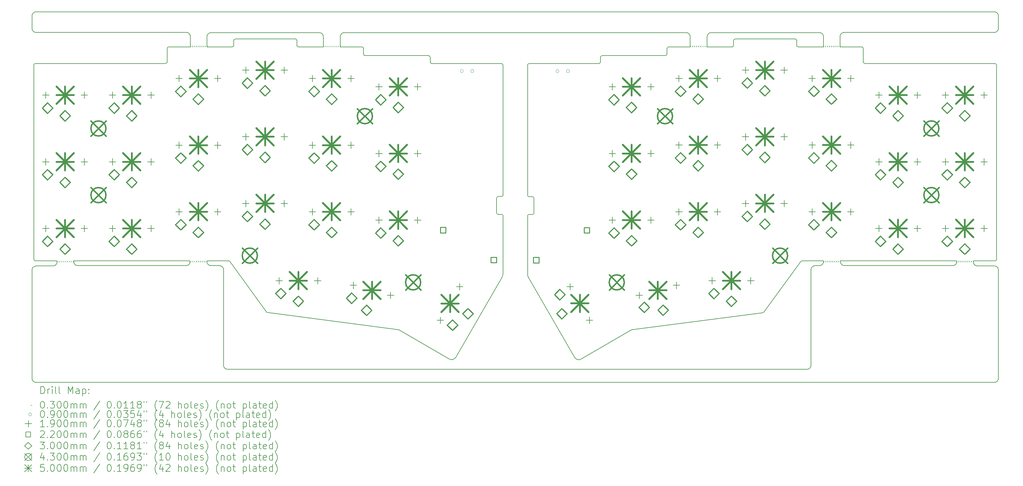
<source format=gbr>
%TF.GenerationSoftware,KiCad,Pcbnew,(6.0.8-1)-1*%
%TF.CreationDate,2022-10-24T21:26:31-05:00*%
%TF.ProjectId,cho-corne-ice,63686f2d-636f-4726-9e65-2d6963652e6b,3.0.1*%
%TF.SameCoordinates,Original*%
%TF.FileFunction,Drillmap*%
%TF.FilePolarity,Positive*%
%FSLAX45Y45*%
G04 Gerber Fmt 4.5, Leading zero omitted, Abs format (unit mm)*
G04 Created by KiCad (PCBNEW (6.0.8-1)-1) date 2022-10-24 21:26:31*
%MOMM*%
%LPD*%
G01*
G04 APERTURE LIST*
%ADD10C,0.200000*%
%ADD11C,0.030000*%
%ADD12C,0.090000*%
%ADD13C,0.190000*%
%ADD14C,0.220000*%
%ADD15C,0.300000*%
%ADD16C,0.430000*%
%ADD17C,0.500000*%
G04 APERTURE END LIST*
D10*
X1780750Y-8302031D02*
X1781250Y-8325000D01*
X1781250Y-8325000D02*
X1781230Y-8325200D01*
X1781230Y-8325200D02*
X1781230Y-8325200D01*
X1781230Y-8325200D02*
X1778960Y-8348300D01*
X1778960Y-8348300D02*
X1778960Y-8348300D01*
X1778960Y-8348300D02*
X1778960Y-8348300D01*
X1778960Y-8348300D02*
X1778960Y-8348400D01*
X1778960Y-8348400D02*
X1778860Y-8348800D01*
X1778860Y-8348800D02*
X1778770Y-8349300D01*
X1778770Y-8349300D02*
X1772080Y-8371400D01*
X1772080Y-8371400D02*
X1772060Y-8371500D01*
X1772060Y-8371500D02*
X1771880Y-8371900D01*
X1771880Y-8371900D02*
X1771700Y-8372400D01*
X1771700Y-8372400D02*
X1760820Y-8392800D01*
X1760820Y-8392800D02*
X1760790Y-8392900D01*
X1760790Y-8392900D02*
X1760540Y-8393200D01*
X1760540Y-8393200D02*
X1760280Y-8393600D01*
X1760280Y-8393600D02*
X1745640Y-8411600D01*
X1745640Y-8411600D02*
X1745640Y-8411600D01*
X1745640Y-8411600D02*
X1745640Y-8411600D01*
X1745640Y-8411600D02*
X1745590Y-8411600D01*
X1745590Y-8411600D02*
X1745270Y-8412000D01*
X1745270Y-8412000D02*
X1744950Y-8412300D01*
X1744950Y-8412300D02*
X1727090Y-8427100D01*
X1727090Y-8427100D02*
X1727040Y-8427100D01*
X1727040Y-8427100D02*
X1726660Y-8427300D01*
X1726660Y-8427300D02*
X1726280Y-8427600D01*
X1726280Y-8427600D02*
X1705900Y-8438600D01*
X1705900Y-8438600D02*
X1705900Y-8438600D01*
X1705900Y-8438600D02*
X1705900Y-8438600D01*
X1705900Y-8438600D02*
X1705830Y-8438700D01*
X1705830Y-8438700D02*
X1705420Y-8438800D01*
X1705420Y-8438800D02*
X1705000Y-8439000D01*
X1705000Y-8439000D02*
X1682860Y-8445900D01*
X1682860Y-8445900D02*
X1682790Y-8445900D01*
X1682790Y-8445900D02*
X1682350Y-8446000D01*
X1682350Y-8446000D02*
X1681900Y-8446000D01*
X1681900Y-8446000D02*
X1658850Y-8448500D01*
X1658850Y-8448500D02*
X1658780Y-8448500D01*
X1658780Y-8448500D02*
X1658560Y-8448500D01*
X1658560Y-8448500D02*
X1658350Y-8448500D01*
X1658350Y-8448500D02*
X1657750Y-8448500D01*
X1657750Y-8448500D02*
X1657740Y-8448500D01*
X1657740Y-8448500D02*
X1182520Y-8448500D01*
X1182520Y-8448500D02*
X1181940Y-8448500D01*
X1181940Y-8448500D02*
X1159630Y-8450800D01*
X1159630Y-8450800D02*
X1138430Y-8457400D01*
X1138430Y-8457400D02*
X1118910Y-8468000D01*
X1118910Y-8468000D02*
X1101800Y-8482100D01*
X1101800Y-8482100D02*
X1087780Y-8499300D01*
X1087780Y-8499300D02*
X1077360Y-8518900D01*
X1077360Y-8518900D02*
X1070940Y-8540200D01*
X1070940Y-8540200D02*
X1068750Y-8562500D01*
X1068750Y-11649700D02*
X1068750Y-11650300D01*
X1068750Y-11650300D02*
X1071100Y-11672600D01*
X1071100Y-11672600D02*
X1077660Y-11693800D01*
X1077660Y-11693800D02*
X1088220Y-11713300D01*
X1088220Y-11713300D02*
X1102360Y-11730400D01*
X1102360Y-11730400D02*
X1119570Y-11744500D01*
X1119570Y-11744500D02*
X1139160Y-11754900D01*
X1139160Y-11754900D02*
X1160410Y-11761300D01*
X1160410Y-11761300D02*
X1182740Y-11763500D01*
X1182740Y-11763500D02*
X28505750Y-11762600D01*
X28505550Y-1203850D02*
X1182520Y-1204750D01*
X1182520Y-1204750D02*
X1181940Y-1204750D01*
X1181940Y-1204750D02*
X1159630Y-1207100D01*
X1159630Y-1207100D02*
X1138430Y-1213660D01*
X1138430Y-1213660D02*
X1118910Y-1224220D01*
X1118910Y-1224220D02*
X1101800Y-1238370D01*
X1101800Y-1238370D02*
X1087780Y-1255570D01*
X1087780Y-1255570D02*
X1077360Y-1275160D01*
X1077360Y-1275160D02*
X1070940Y-1296410D01*
X1070940Y-1296410D02*
X1068750Y-1318750D01*
X1068750Y-1318750D02*
X1068750Y-1674730D01*
X1068750Y-1674730D02*
X1068750Y-1675310D01*
X1068750Y-1675310D02*
X1071100Y-1697620D01*
X1071100Y-1697620D02*
X1077660Y-1718820D01*
X1077660Y-1718820D02*
X1088220Y-1738350D01*
X1088220Y-1738350D02*
X1102360Y-1755450D01*
X1102360Y-1755450D02*
X1119570Y-1769480D01*
X1119570Y-1769480D02*
X1139160Y-1779900D01*
X1139160Y-1779900D02*
X1160410Y-1786310D01*
X1160410Y-1786310D02*
X1182740Y-1788500D01*
X1182740Y-1788500D02*
X5457740Y-1788500D01*
X5457740Y-1788500D02*
X5457990Y-1788530D01*
X5457990Y-1788530D02*
X5457990Y-1788530D01*
X5457990Y-1788530D02*
X5481050Y-1790790D01*
X5481050Y-1790790D02*
X5481050Y-1790790D01*
X5481050Y-1790790D02*
X5481050Y-1790790D01*
X5481050Y-1790790D02*
X5481120Y-1790790D01*
X5481120Y-1790790D02*
X5481560Y-1790890D01*
X5481560Y-1790890D02*
X5482010Y-1790980D01*
X5482010Y-1790980D02*
X5504200Y-1797680D01*
X5504200Y-1797680D02*
X5504260Y-1797700D01*
X5504260Y-1797700D02*
X5504680Y-1797870D01*
X5504680Y-1797870D02*
X5505100Y-1798050D01*
X5505100Y-1798050D02*
X5525560Y-1808930D01*
X5525560Y-1808930D02*
X5525560Y-1808930D01*
X5525560Y-1808930D02*
X5525560Y-1808930D01*
X5525560Y-1808930D02*
X5525620Y-1808960D01*
X5525620Y-1808960D02*
X5526000Y-1809220D01*
X5526000Y-1809220D02*
X5526380Y-1809470D01*
X5526380Y-1809470D02*
X5544340Y-1824120D01*
X5544340Y-1824120D02*
X5544390Y-1824160D01*
X5544390Y-1824160D02*
X5544700Y-1824480D01*
X5544700Y-1824480D02*
X5545030Y-1824800D01*
X5545030Y-1824800D02*
X5559800Y-1842660D01*
X5559800Y-1842660D02*
X5559840Y-1842710D01*
X5559840Y-1842710D02*
X5560090Y-1843090D01*
X5560090Y-1843090D02*
X5560350Y-1843470D01*
X5560350Y-1843470D02*
X5571370Y-1863860D01*
X5571370Y-1863860D02*
X5571370Y-1863860D01*
X5571370Y-1863860D02*
X5571370Y-1863860D01*
X5571370Y-1863860D02*
X5571400Y-1863920D01*
X5571400Y-1863920D02*
X5571570Y-1864340D01*
X5571570Y-1864340D02*
X5571750Y-1864760D01*
X5571750Y-1864760D02*
X5578600Y-1886900D01*
X5578600Y-1886900D02*
X5578620Y-1886960D01*
X5578620Y-1886960D02*
X5578710Y-1887410D01*
X5578710Y-1887410D02*
X5578800Y-1887850D01*
X5578800Y-1887850D02*
X5581220Y-1910900D01*
X5581220Y-1910900D02*
X5581230Y-1910970D01*
X5581230Y-1910970D02*
X5581220Y-1911190D01*
X5581220Y-1911190D02*
X5581250Y-1911410D01*
X5581250Y-1911410D02*
X5581250Y-1912000D01*
X5581250Y-1912000D02*
X5581250Y-1912010D01*
X5581250Y-1912010D02*
X5581750Y-2202025D01*
X6055750Y-8302107D02*
X6056250Y-8324700D01*
X6056250Y-8324700D02*
X6056250Y-8325300D01*
X6056250Y-8325300D02*
X6058600Y-8347600D01*
X6058600Y-8347600D02*
X6065160Y-8368800D01*
X6065160Y-8368800D02*
X6075720Y-8388300D01*
X6075720Y-8388300D02*
X6089860Y-8405400D01*
X6089860Y-8405400D02*
X6107070Y-8419500D01*
X6107070Y-8419500D02*
X6126660Y-8429900D01*
X6126660Y-8429900D02*
X6147910Y-8436300D01*
X6147910Y-8436300D02*
X6170240Y-8438500D01*
X6170240Y-8438500D02*
X6407740Y-8438500D01*
X6407740Y-8438500D02*
X6407990Y-8438500D01*
X6407990Y-8438500D02*
X6407990Y-8438500D01*
X6407990Y-8438500D02*
X6431050Y-8440800D01*
X6431050Y-8440800D02*
X6431050Y-8440800D01*
X6431050Y-8440800D02*
X6431050Y-8440800D01*
X6431050Y-8440800D02*
X6431120Y-8440800D01*
X6431120Y-8440800D02*
X6431560Y-8440900D01*
X6431560Y-8440900D02*
X6432010Y-8441000D01*
X6432010Y-8441000D02*
X6454200Y-8447700D01*
X6454200Y-8447700D02*
X6454260Y-8447700D01*
X6454260Y-8447700D02*
X6454680Y-8447900D01*
X6454680Y-8447900D02*
X6455100Y-8448000D01*
X6455100Y-8448000D02*
X6475560Y-8458900D01*
X6475560Y-8458900D02*
X6475560Y-8458900D01*
X6475560Y-8458900D02*
X6475560Y-8458900D01*
X6475560Y-8458900D02*
X6475620Y-8459000D01*
X6475620Y-8459000D02*
X6476000Y-8459200D01*
X6476000Y-8459200D02*
X6476380Y-8459500D01*
X6476380Y-8459500D02*
X6494340Y-8474100D01*
X6494340Y-8474100D02*
X6494390Y-8474200D01*
X6494390Y-8474200D02*
X6494700Y-8474500D01*
X6494700Y-8474500D02*
X6495030Y-8474800D01*
X6495030Y-8474800D02*
X6509800Y-8492700D01*
X6509800Y-8492700D02*
X6509840Y-8492700D01*
X6509840Y-8492700D02*
X6510090Y-8493100D01*
X6510090Y-8493100D02*
X6510350Y-8493500D01*
X6510350Y-8493500D02*
X6521370Y-8513900D01*
X6521370Y-8513900D02*
X6521370Y-8513900D01*
X6521370Y-8513900D02*
X6521370Y-8513900D01*
X6521370Y-8513900D02*
X6521400Y-8513900D01*
X6521400Y-8513900D02*
X6521570Y-8514300D01*
X6521570Y-8514300D02*
X6521750Y-8514800D01*
X6521750Y-8514800D02*
X6528600Y-8536900D01*
X6528600Y-8536900D02*
X6528620Y-8537000D01*
X6528620Y-8537000D02*
X6528710Y-8537400D01*
X6528710Y-8537400D02*
X6528800Y-8537900D01*
X6528800Y-8537900D02*
X6531220Y-8560900D01*
X6531220Y-8560900D02*
X6531230Y-8561000D01*
X6531230Y-8561000D02*
X6531220Y-8561200D01*
X6531220Y-8561200D02*
X6531250Y-8561400D01*
X6531250Y-8561400D02*
X6531250Y-8562000D01*
X6531250Y-8562000D02*
X6531250Y-8562000D01*
X6531250Y-8562000D02*
X6531250Y-11279700D01*
X6531250Y-11279700D02*
X6531250Y-11280300D01*
X6531250Y-11280300D02*
X6533600Y-11302600D01*
X6533600Y-11302600D02*
X6540160Y-11323800D01*
X6540160Y-11323800D02*
X6550720Y-11343300D01*
X6550720Y-11343300D02*
X6564860Y-11360400D01*
X6564860Y-11360400D02*
X6582070Y-11374500D01*
X6582070Y-11374500D02*
X6601660Y-11384900D01*
X6601660Y-11384900D02*
X6622910Y-11391300D01*
X6622910Y-11391300D02*
X6645240Y-11393500D01*
X6645450Y-11393400D02*
X23161950Y-11392600D01*
X19718050Y-1797600D02*
X9970050Y-1798500D01*
X9970050Y-1798500D02*
X9969450Y-1798500D01*
X9969450Y-1798500D02*
X9947150Y-1800850D01*
X9947150Y-1800850D02*
X9925950Y-1807410D01*
X9925950Y-1807410D02*
X9906450Y-1817970D01*
X9906450Y-1817970D02*
X9889350Y-1832120D01*
X9889350Y-1832120D02*
X9875250Y-1849320D01*
X9875250Y-1849320D02*
X9864850Y-1868910D01*
X9864850Y-1868910D02*
X9858450Y-1890160D01*
X9858450Y-1890160D02*
X9856250Y-1912500D01*
X9856250Y-1912500D02*
X9856750Y-2201873D01*
X2256750Y-8302031D02*
X2256250Y-8324700D01*
X2256250Y-8324700D02*
X2256250Y-8325300D01*
X2256250Y-8325300D02*
X2258600Y-8347600D01*
X2258600Y-8347600D02*
X2265160Y-8368800D01*
X2265160Y-8368800D02*
X2275720Y-8388300D01*
X2275720Y-8388300D02*
X2289860Y-8405400D01*
X2289860Y-8405400D02*
X2307070Y-8419500D01*
X2307070Y-8419500D02*
X2326660Y-8429900D01*
X2326660Y-8429900D02*
X2347910Y-8436300D01*
X2347910Y-8436300D02*
X2370240Y-8438500D01*
X2370240Y-8438500D02*
X5457480Y-8438500D01*
X5457480Y-8438500D02*
X5458060Y-8438500D01*
X5458060Y-8438500D02*
X5480370Y-8436200D01*
X5480370Y-8436200D02*
X5501570Y-8429600D01*
X5501570Y-8429600D02*
X5521090Y-8419000D01*
X5521090Y-8419000D02*
X5538200Y-8404900D01*
X5538200Y-8404900D02*
X5552220Y-8387700D01*
X5552220Y-8387700D02*
X5562640Y-8368100D01*
X5562640Y-8368100D02*
X5569060Y-8346800D01*
X5569060Y-8346800D02*
X5571250Y-8324500D01*
X5571250Y-8324500D02*
X5571750Y-8302031D01*
X9372750Y-2202025D02*
X9371250Y-1912270D01*
X9371250Y-1912270D02*
X9371250Y-1911690D01*
X9371250Y-1911690D02*
X9368900Y-1889380D01*
X9368900Y-1889380D02*
X9362340Y-1868180D01*
X9362340Y-1868180D02*
X9351780Y-1848660D01*
X9351780Y-1848660D02*
X9337630Y-1831560D01*
X9337630Y-1831560D02*
X9320430Y-1817530D01*
X9320430Y-1817530D02*
X9300840Y-1807110D01*
X9300840Y-1807110D02*
X9279590Y-1800690D01*
X9279590Y-1800690D02*
X9257260Y-1798500D01*
X9257260Y-1798500D02*
X6170020Y-1798500D01*
X6170020Y-1798500D02*
X6169440Y-1798500D01*
X6169440Y-1798500D02*
X6147130Y-1800850D01*
X6147130Y-1800850D02*
X6125930Y-1807410D01*
X6125930Y-1807410D02*
X6106410Y-1817970D01*
X6106410Y-1817970D02*
X6089300Y-1832120D01*
X6089300Y-1832120D02*
X6075280Y-1849320D01*
X6075280Y-1849320D02*
X6064860Y-1868910D01*
X6064860Y-1868910D02*
X6058440Y-1890160D01*
X6058440Y-1890160D02*
X6056250Y-1912500D01*
X6056250Y-1912500D02*
X6057750Y-2201873D01*
X1068750Y-8562500D02*
X1068750Y-11649700D01*
X23631750Y-2202673D02*
X23631950Y-1911370D01*
X23631950Y-1911370D02*
X23631950Y-1910790D01*
X23631950Y-1910790D02*
X23629650Y-1888480D01*
X23629650Y-1888480D02*
X23623050Y-1867280D01*
X23623050Y-1867280D02*
X23612550Y-1847760D01*
X23612550Y-1847760D02*
X23598350Y-1830660D01*
X23598350Y-1830660D02*
X23581150Y-1816630D01*
X23581150Y-1816630D02*
X23561550Y-1806210D01*
X23561550Y-1806210D02*
X23540350Y-1799790D01*
X23540350Y-1799790D02*
X23518050Y-1797600D01*
X23518050Y-1797600D02*
X20430750Y-1797600D01*
X20430750Y-1797600D02*
X20430150Y-1797600D01*
X20430150Y-1797600D02*
X20407850Y-1799950D01*
X20407850Y-1799950D02*
X20386650Y-1806510D01*
X20386650Y-1806510D02*
X20367150Y-1817070D01*
X20367150Y-1817070D02*
X20350050Y-1831220D01*
X20350050Y-1831220D02*
X20336050Y-1848420D01*
X20336050Y-1848420D02*
X20325650Y-1868010D01*
X20325650Y-1868010D02*
X20319150Y-1889260D01*
X20319150Y-1889260D02*
X20317050Y-1911600D01*
X20317050Y-1911600D02*
X20316750Y-2202825D01*
X28030250Y-8447600D02*
X28007150Y-8445300D01*
X28586450Y-11729000D02*
X28600450Y-11711800D01*
X19781150Y-1816630D02*
X19761550Y-1806210D01*
X19798350Y-1830660D02*
X19781150Y-1816630D01*
X28619450Y-8560800D02*
X28619550Y-11648600D01*
X19832750Y-2202673D02*
X19831950Y-1911370D01*
X19831950Y-1911370D02*
X19831950Y-1910790D01*
X19831950Y-1910790D02*
X19829650Y-1888480D01*
X19829650Y-1888480D02*
X19823050Y-1867280D01*
X19823050Y-1867280D02*
X19812550Y-1847760D01*
X19812550Y-1847760D02*
X19798350Y-1830660D01*
X19761550Y-1806210D02*
X19740350Y-1799790D01*
X19740350Y-1799790D02*
X19718050Y-1797600D01*
X24117750Y-8302731D02*
X24117050Y-8323800D01*
X24117050Y-8323800D02*
X24117050Y-8324400D01*
X24117050Y-8324400D02*
X24119350Y-8346700D01*
X24119350Y-8346700D02*
X24125950Y-8367900D01*
X24125950Y-8367900D02*
X24136450Y-8387400D01*
X24136450Y-8387400D02*
X24150650Y-8404500D01*
X24150650Y-8404500D02*
X24167850Y-8418600D01*
X24167850Y-8418600D02*
X24187450Y-8429000D01*
X24187450Y-8429000D02*
X24208650Y-8435400D01*
X24208650Y-8435400D02*
X24230950Y-8437600D01*
X24230950Y-8437600D02*
X27318250Y-8437600D01*
X27318250Y-8437600D02*
X27318850Y-8437600D01*
X27318850Y-8437600D02*
X27341150Y-8435300D01*
X27341150Y-8435300D02*
X27362350Y-8428700D01*
X27362350Y-8428700D02*
X27381850Y-8418100D01*
X27381850Y-8418100D02*
X27398950Y-8404000D01*
X27398950Y-8404000D02*
X27412950Y-8386800D01*
X27412950Y-8386800D02*
X27423350Y-8367200D01*
X27423350Y-8367200D02*
X27429850Y-8345900D01*
X27429850Y-8345900D02*
X27431950Y-8323600D01*
X27431950Y-8323600D02*
X27432750Y-8302731D01*
X23161950Y-11392600D02*
X23162550Y-11392600D01*
X23162550Y-11392600D02*
X23184850Y-11390300D01*
X23184850Y-11390300D02*
X23206050Y-11383700D01*
X23206050Y-11383700D02*
X23225550Y-11373100D01*
X23225550Y-11373100D02*
X23242650Y-11359000D01*
X23242650Y-11359000D02*
X23256750Y-11341800D01*
X23256750Y-11341800D02*
X23267150Y-11322200D01*
X23267150Y-11322200D02*
X23273550Y-11300900D01*
X23273550Y-11300900D02*
X23275750Y-11278600D01*
X23275750Y-11278600D02*
X23275750Y-8561100D01*
X23275750Y-8561100D02*
X23275750Y-8560900D01*
X23275750Y-8560900D02*
X23275750Y-8560900D01*
X23275750Y-8560900D02*
X23278050Y-8537800D01*
X23278050Y-8537800D02*
X23278050Y-8537800D01*
X23278050Y-8537800D02*
X23278050Y-8537800D01*
X23278050Y-8537800D02*
X23278050Y-8537700D01*
X23278050Y-8537700D02*
X23278150Y-8537300D01*
X23278150Y-8537300D02*
X23278250Y-8536800D01*
X23278250Y-8536800D02*
X23284950Y-8514700D01*
X23284950Y-8514700D02*
X23284950Y-8514600D01*
X23284950Y-8514600D02*
X23285150Y-8514200D01*
X23285150Y-8514200D02*
X23285250Y-8513800D01*
X23285250Y-8513800D02*
X23296150Y-8493300D01*
X23296150Y-8493300D02*
X23296150Y-8493300D01*
X23296150Y-8493300D02*
X23296150Y-8493300D01*
X23296150Y-8493300D02*
X23296250Y-8493200D01*
X23296250Y-8493200D02*
X23296450Y-8492900D01*
X23296450Y-8492900D02*
X23296750Y-8492500D01*
X23296750Y-8492500D02*
X23311350Y-8474500D01*
X23311350Y-8474500D02*
X23311450Y-8474500D01*
X23311450Y-8474500D02*
X23311750Y-8474100D01*
X23311750Y-8474100D02*
X23312050Y-8473800D01*
X23312050Y-8473800D02*
X23329950Y-8459100D01*
X23329950Y-8459100D02*
X23329950Y-8459000D01*
X23329950Y-8459000D02*
X23330350Y-8458800D01*
X23330350Y-8458800D02*
X23330750Y-8458500D01*
X23330750Y-8458500D02*
X23351150Y-8447500D01*
X23351150Y-8447500D02*
X23351150Y-8447500D01*
X23351150Y-8447500D02*
X23351150Y-8447500D01*
X23351150Y-8447500D02*
X23351150Y-8447400D01*
X23351150Y-8447400D02*
X23351550Y-8447300D01*
X23351550Y-8447300D02*
X23352050Y-8447100D01*
X23352050Y-8447100D02*
X23374150Y-8440300D01*
X23374150Y-8440300D02*
X23374150Y-8440300D01*
X23374150Y-8440300D02*
X23374250Y-8440200D01*
X23374250Y-8440200D02*
X23374650Y-8440100D01*
X23374650Y-8440100D02*
X23375050Y-8440100D01*
X23375050Y-8440100D02*
X23398150Y-8437600D01*
X23398150Y-8437600D02*
X23398250Y-8437600D01*
X23398250Y-8437600D02*
X23398450Y-8437600D01*
X23398450Y-8437600D02*
X23398650Y-8437600D01*
X23398650Y-8437600D02*
X23399250Y-8437600D01*
X23399250Y-8437600D02*
X23399250Y-8437600D01*
X23399250Y-8437600D02*
X23518250Y-8437600D01*
X23518250Y-8437600D02*
X23518850Y-8437600D01*
X23518850Y-8437600D02*
X23541150Y-8435300D01*
X23541150Y-8435300D02*
X23562350Y-8428700D01*
X23562350Y-8428700D02*
X23581850Y-8418100D01*
X23581850Y-8418100D02*
X23598950Y-8404000D01*
X23598950Y-8404000D02*
X23612950Y-8386800D01*
X23612950Y-8386800D02*
X23623350Y-8367200D01*
X23623350Y-8367200D02*
X23629850Y-8345900D01*
X23629850Y-8345900D02*
X23632050Y-8323600D01*
X23632050Y-8323600D02*
X23632750Y-8302807D01*
X24109250Y-1887730D02*
X24109350Y-1887290D01*
X24109350Y-1887290D02*
X24109450Y-1886840D01*
X24109450Y-1886840D02*
X24116150Y-1864650D01*
X24116150Y-1864650D02*
X24116150Y-1864590D01*
X24116150Y-1864590D02*
X24116350Y-1864170D01*
X24116350Y-1864170D02*
X24116550Y-1863750D01*
X24116550Y-1863750D02*
X24127450Y-1843290D01*
X24127450Y-1843290D02*
X24127450Y-1843290D01*
X24127450Y-1843290D02*
X24127450Y-1843290D01*
X24127450Y-1843290D02*
X24127450Y-1843230D01*
X24127450Y-1843230D02*
X24127750Y-1842850D01*
X24127750Y-1842850D02*
X24127950Y-1842480D01*
X24127950Y-1842480D02*
X24142650Y-1824520D01*
X24142650Y-1824520D02*
X24142650Y-1824460D01*
X24142650Y-1824460D02*
X24142950Y-1824150D01*
X24142950Y-1824150D02*
X24143350Y-1823820D01*
X24143350Y-1823820D02*
X24161150Y-1809050D01*
X24161150Y-1809050D02*
X24161250Y-1809010D01*
X24161250Y-1809010D02*
X24161550Y-1808760D01*
X24161550Y-1808760D02*
X24161950Y-1808510D01*
X24161950Y-1808510D02*
X24182350Y-1797480D01*
X24182350Y-1797480D02*
X24182350Y-1797480D01*
X24182350Y-1797480D02*
X24182350Y-1797480D01*
X24182350Y-1797480D02*
X24182450Y-1797450D01*
X24182450Y-1797450D02*
X24182850Y-1797280D01*
X24182850Y-1797280D02*
X24183250Y-1797100D01*
X24183250Y-1797100D02*
X24205350Y-1790250D01*
X24205350Y-1790250D02*
X24205350Y-1790250D01*
X24205350Y-1790250D02*
X24205450Y-1790230D01*
X24205450Y-1790230D02*
X24205950Y-1790150D01*
X24205950Y-1790150D02*
X24206350Y-1790050D01*
X24206350Y-1790050D02*
X24229350Y-1787630D01*
X24229350Y-1787630D02*
X24229450Y-1787630D01*
X24229450Y-1787630D02*
X24229650Y-1787630D01*
X24229650Y-1787630D02*
X24229950Y-1787600D01*
X24229950Y-1787600D02*
X24230450Y-1787600D01*
X24230450Y-1787600D02*
X24230550Y-1787600D01*
X24230550Y-1787600D02*
X28505750Y-1787600D01*
X28505750Y-1787600D02*
X28506350Y-1787600D01*
X28506350Y-1787600D02*
X28528650Y-1785260D01*
X28528650Y-1785260D02*
X28549850Y-1778690D01*
X28549850Y-1778690D02*
X28569350Y-1768140D01*
X28569350Y-1768140D02*
X28586450Y-1753990D01*
X28586450Y-1753990D02*
X28600450Y-1736790D01*
X28600450Y-1736790D02*
X28610850Y-1717190D01*
X28610850Y-1717190D02*
X28617350Y-1695940D01*
X28617350Y-1695940D02*
X28619550Y-1673610D01*
X28619550Y-1673610D02*
X28619450Y-1317620D01*
X28619450Y-1317620D02*
X28619450Y-1317040D01*
X28619450Y-1317040D02*
X28617150Y-1294730D01*
X28617150Y-1294730D02*
X28610550Y-1273530D01*
X28610550Y-1273530D02*
X28600050Y-1254010D01*
X28600050Y-1254010D02*
X28585850Y-1236910D01*
X28585850Y-1236910D02*
X28568650Y-1222880D01*
X28568650Y-1222880D02*
X28549050Y-1212460D01*
X28549050Y-1212460D02*
X28527850Y-1206040D01*
X28527850Y-1206040D02*
X28505550Y-1203850D01*
X24107750Y-2202825D02*
X24106950Y-1911110D01*
X24106950Y-1911110D02*
X24107050Y-1910860D01*
X24107050Y-1910860D02*
X24109250Y-1887800D01*
X24109250Y-1887800D02*
X24109250Y-1887800D01*
X24109250Y-1887800D02*
X24109250Y-1887800D01*
X24109250Y-1887800D02*
X24109250Y-1887730D01*
X27907050Y-8325100D02*
X27907050Y-8324900D01*
X27907050Y-8324900D02*
X27907050Y-8324700D01*
X27907050Y-8324700D02*
X27907050Y-8324100D01*
X27907050Y-8324100D02*
X27906950Y-8324100D01*
X27906950Y-8324100D02*
X27907750Y-8302807D01*
X27916550Y-8371300D02*
X27909650Y-8349200D01*
X27909650Y-8349200D02*
X27909650Y-8349100D01*
X27909650Y-8349100D02*
X27909550Y-8348700D01*
X27909550Y-8348700D02*
X27909450Y-8348300D01*
X27909450Y-8348300D02*
X27907050Y-8325200D01*
X27907050Y-8325200D02*
X27907050Y-8325100D01*
X28505750Y-11762600D02*
X28506350Y-11762600D01*
X28506350Y-11762600D02*
X28528650Y-11760300D01*
X28528650Y-11760300D02*
X28549850Y-11753700D01*
X28549850Y-11753700D02*
X28569350Y-11743100D01*
X28569350Y-11743100D02*
X28586450Y-11729000D01*
X28600450Y-11711800D02*
X28610850Y-11692200D01*
X28610850Y-11692200D02*
X28617350Y-11670900D01*
X28617350Y-11670900D02*
X28619550Y-11648600D01*
X28619450Y-8560800D02*
X28617150Y-8538500D01*
X28617150Y-8538500D02*
X28610550Y-8517300D01*
X28610550Y-8517300D02*
X28600050Y-8497800D01*
X28600050Y-8497800D02*
X28585850Y-8480700D01*
X28585850Y-8480700D02*
X28568650Y-8466600D01*
X28568650Y-8466600D02*
X28549050Y-8456200D01*
X28549050Y-8456200D02*
X28527850Y-8449800D01*
X28527850Y-8449800D02*
X28505550Y-8447600D01*
X28505550Y-8447600D02*
X28030550Y-8447600D01*
X28030550Y-8447600D02*
X28030250Y-8447600D01*
X28030250Y-8447600D02*
X28030250Y-8447600D01*
X28007150Y-8445300D02*
X28007150Y-8445300D01*
X28007150Y-8445300D02*
X28007150Y-8445300D01*
X28007150Y-8445300D02*
X28007150Y-8445300D01*
X28007150Y-8445300D02*
X28006650Y-8445200D01*
X28006650Y-8445200D02*
X28006250Y-8445100D01*
X28006250Y-8445100D02*
X27984050Y-8438400D01*
X27984050Y-8438400D02*
X27983950Y-8438400D01*
X27983950Y-8438400D02*
X27983550Y-8438200D01*
X27983550Y-8438200D02*
X27983150Y-8438100D01*
X27983150Y-8438100D02*
X27962650Y-8427200D01*
X27962650Y-8427200D02*
X27962650Y-8427200D01*
X27962650Y-8427200D02*
X27962650Y-8427100D01*
X27962650Y-8427100D02*
X27962250Y-8426900D01*
X27962250Y-8426900D02*
X27961850Y-8426600D01*
X27961850Y-8426600D02*
X27943950Y-8412000D01*
X27943950Y-8412000D02*
X27943950Y-8412000D01*
X27943950Y-8412000D02*
X27943950Y-8412000D01*
X27943950Y-8412000D02*
X27943850Y-8411900D01*
X27943850Y-8411900D02*
X27943550Y-8411600D01*
X27943550Y-8411600D02*
X27943250Y-8411300D01*
X27943250Y-8411300D02*
X27928450Y-8393400D01*
X27928450Y-8393400D02*
X27928450Y-8393400D01*
X27928450Y-8393400D02*
X27928150Y-8393000D01*
X27928150Y-8393000D02*
X27927950Y-8392600D01*
X27927950Y-8392600D02*
X27916850Y-8372200D01*
X27916850Y-8372200D02*
X27916850Y-8372200D01*
X27916850Y-8372200D02*
X27916850Y-8372200D01*
X27916850Y-8372200D02*
X27916850Y-8372200D01*
X27916850Y-8372200D02*
X27916650Y-8371800D01*
X27916650Y-8371800D02*
X27916550Y-8371300D01*
X18162950Y-10267800D02*
X18183119Y-10262377D01*
X18203571Y-10258200D01*
X18224248Y-10255278D01*
X18228406Y-10254846D01*
X15218179Y-8762572D02*
X15209231Y-8744685D01*
X15201683Y-8723223D01*
X15197065Y-8700959D01*
X15195456Y-8678190D01*
X15195470Y-8675323D01*
X19170618Y-2402571D02*
X19170618Y-2252711D01*
X17320484Y-2452609D02*
X19120580Y-2452609D01*
X15195470Y-2727817D02*
X15200402Y-2706148D01*
X15213664Y-2689248D01*
X15232967Y-2679406D01*
X15245458Y-2677830D01*
X15195522Y-2727690D02*
X15195522Y-6450000D01*
X24117750Y-8302731D02*
X27432750Y-8302731D01*
X28570463Y-2727817D02*
X28570640Y-8252693D01*
X24820588Y-2677653D02*
X28520450Y-2677830D01*
X21120574Y-1977629D02*
X22820594Y-1977629D01*
X21070536Y-2152635D02*
X21070536Y-2027667D01*
X19220656Y-2202673D02*
X19832750Y-2202673D01*
X18162950Y-10267800D02*
X16733542Y-11093908D01*
X17270700Y-2502647D02*
X17270471Y-2627818D01*
X17270471Y-2502824D02*
X17275397Y-2481146D01*
X17288657Y-2464238D01*
X17307962Y-2454390D01*
X17320458Y-2452812D01*
X24770550Y-2252711D02*
X24770550Y-2627615D01*
X22920670Y-2202673D02*
X23631750Y-2202673D01*
X22870632Y-2027667D02*
X22870632Y-2152635D01*
X15245559Y-2677653D02*
X17220459Y-2677830D01*
X28570463Y-8252820D02*
X28565527Y-8274496D01*
X28552258Y-8291398D01*
X28532947Y-8301236D01*
X28520451Y-8302807D01*
X28520451Y-8302807D02*
X28520450Y-8302807D01*
X28520450Y-2677830D02*
X28542128Y-2682755D01*
X28559037Y-2696015D01*
X28568885Y-2715322D01*
X28570463Y-2727817D01*
X28570463Y-2727817D02*
X28570463Y-2727817D01*
X24820461Y-2677830D02*
X24798783Y-2672905D01*
X24781874Y-2659644D01*
X24772026Y-2640338D01*
X24770449Y-2627843D01*
X24770449Y-2627843D02*
X24770449Y-2627818D01*
X24720462Y-2202825D02*
X24742131Y-2207758D01*
X24759030Y-2221019D01*
X24768873Y-2240321D01*
X24770449Y-2252813D01*
X22920466Y-2202825D02*
X22898788Y-2197900D01*
X22881880Y-2184640D01*
X22872032Y-2165333D01*
X22870454Y-2152838D01*
X22870454Y-2152838D02*
X22870454Y-2152813D01*
X22820467Y-1977807D02*
X22842143Y-1982743D01*
X22859045Y-1996012D01*
X22868883Y-2015323D01*
X22870454Y-2027819D01*
X22870454Y-2027819D02*
X22870454Y-2027819D01*
X21070459Y-2027819D02*
X21075384Y-2006141D01*
X21088645Y-1989232D01*
X21107951Y-1979384D01*
X21120447Y-1977807D01*
X21120447Y-1977807D02*
X21120447Y-1977807D01*
X21070459Y-2152813D02*
X21065534Y-2174491D01*
X21052274Y-2191400D01*
X21032967Y-2201248D01*
X21020472Y-2202825D01*
X21020472Y-2202825D02*
X21020447Y-2202825D01*
X19170465Y-2252813D02*
X19175398Y-2231143D01*
X19188659Y-2214244D01*
X19207961Y-2204401D01*
X19220452Y-2202825D01*
X19170465Y-2402825D02*
X19165529Y-2424500D01*
X19152260Y-2441402D01*
X19132949Y-2451241D01*
X19120453Y-2452812D01*
X16540730Y-11055961D02*
X15218128Y-8762725D01*
X16541040Y-11056423D02*
X16540730Y-11055961D01*
X16733542Y-11093908D02*
X16715136Y-11104387D01*
X16695861Y-11111787D01*
X16676044Y-11116172D01*
X16656010Y-11117605D01*
X16629527Y-11115034D01*
X16604014Y-11107479D01*
X16585982Y-11098634D01*
X16569258Y-11087133D01*
X16554168Y-11073042D01*
X16541040Y-11056423D01*
X21895451Y-9777809D02*
X18228406Y-10254846D01*
X21930807Y-9763179D02*
X21913452Y-9774462D01*
X21895451Y-9777809D01*
X22985109Y-8317463D02*
X21930807Y-9763179D01*
X17270471Y-2627818D02*
X17265546Y-2649496D01*
X17252285Y-2666405D01*
X17232978Y-2676253D01*
X17220483Y-2677830D01*
X17220483Y-2677830D02*
X17220459Y-2677830D01*
X6669034Y-8302007D02*
X6055750Y-8302107D01*
X1169050Y-8302007D02*
X1780750Y-8302031D01*
X4969038Y-2202025D02*
X5581750Y-2202025D01*
X8669053Y-2202025D02*
X9372750Y-2202025D01*
X12469017Y-2677030D02*
X12469041Y-2677030D01*
X12419029Y-2627018D02*
X12423954Y-2648696D01*
X12437215Y-2665605D01*
X12456521Y-2675453D01*
X12469017Y-2677030D01*
X6704390Y-8316663D02*
X7758693Y-9762379D01*
X7794049Y-9777009D02*
X11461094Y-10254046D01*
X12955958Y-11093108D02*
X12974364Y-11103587D01*
X12993639Y-11110987D01*
X13013456Y-11115372D01*
X13033490Y-11116805D01*
X13059973Y-11114234D01*
X13085486Y-11106679D01*
X13103518Y-11097834D01*
X13120242Y-11086333D01*
X13135332Y-11072242D01*
X13148460Y-11055623D01*
X13148460Y-11055623D02*
X13148770Y-11055161D01*
X13148770Y-11055161D02*
X14471372Y-8761925D01*
X10519035Y-2402025D02*
X10523971Y-2423700D01*
X10537240Y-2440602D01*
X10556551Y-2450441D01*
X10569047Y-2452012D01*
X10519035Y-2252013D02*
X10514102Y-2230343D01*
X10500841Y-2213444D01*
X10481539Y-2203601D01*
X10469048Y-2202025D01*
X8669028Y-2202025D02*
X8669053Y-2202025D01*
X8619041Y-2152013D02*
X8623966Y-2173691D01*
X8637226Y-2190600D01*
X8656533Y-2200448D01*
X8669028Y-2202025D01*
X8569053Y-1977007D02*
X8569053Y-1977007D01*
X8619041Y-2027019D02*
X8614116Y-2005341D01*
X8600855Y-1988432D01*
X8581549Y-1978584D01*
X8569053Y-1977007D01*
X6819046Y-2027019D02*
X6819046Y-2027019D01*
X6869033Y-1977007D02*
X6847357Y-1981943D01*
X6830455Y-1995212D01*
X6820616Y-2014523D01*
X6819046Y-2027019D01*
X6819046Y-2152038D02*
X6819046Y-2152013D01*
X6769033Y-2202025D02*
X6790712Y-2197100D01*
X6807620Y-2183840D01*
X6817468Y-2164533D01*
X6819046Y-2152038D01*
X4969038Y-2202025D02*
X4947369Y-2206958D01*
X4930469Y-2220219D01*
X4920627Y-2239521D01*
X4919051Y-2252013D01*
X4919051Y-2627043D02*
X4919051Y-2627018D01*
X4869039Y-2677030D02*
X4890717Y-2672105D01*
X4907626Y-2658844D01*
X4917474Y-2639538D01*
X4919051Y-2627043D01*
X1119037Y-2727017D02*
X1119037Y-2727017D01*
X1169050Y-2677030D02*
X1147372Y-2681955D01*
X1130463Y-2695215D01*
X1120615Y-2714522D01*
X1119037Y-2727017D01*
X1169049Y-8302007D02*
X1169050Y-8302007D01*
X1119037Y-8252020D02*
X1123973Y-8273696D01*
X1137242Y-8290598D01*
X1156553Y-8300436D01*
X1169049Y-8302007D01*
X14443940Y-2676853D02*
X12469041Y-2677030D01*
X6819046Y-2027019D02*
X6818868Y-2151835D01*
X6768830Y-2201873D02*
X6057750Y-2201873D01*
X4918950Y-2251911D02*
X4918950Y-2626815D01*
X12419029Y-2502024D02*
X12414103Y-2480346D01*
X12400843Y-2463438D01*
X12381538Y-2453590D01*
X12369042Y-2452012D01*
X12418800Y-2501847D02*
X12419029Y-2627018D01*
X11526550Y-10267000D02*
X12955958Y-11093108D01*
X10468844Y-2201873D02*
X9856750Y-2201873D01*
X8618964Y-2151835D02*
X8618964Y-2026867D01*
X8568926Y-1976829D02*
X6868906Y-1976829D01*
X4868912Y-2676853D02*
X1169050Y-2677030D01*
X1119037Y-2727017D02*
X1118860Y-8251893D01*
X5571750Y-8302031D02*
X2256750Y-8302031D01*
X14493978Y-2726890D02*
X14493978Y-6450000D01*
X14494030Y-2727017D02*
X14489097Y-2705348D01*
X14475836Y-2688448D01*
X14456533Y-2678606D01*
X14444042Y-2677030D01*
X12369016Y-2451809D02*
X10568920Y-2451809D01*
X10518882Y-2401771D02*
X10518882Y-2251911D01*
X14471321Y-8761772D02*
X14480269Y-8743885D01*
X14487817Y-8722423D01*
X14492435Y-8700159D01*
X14494044Y-8677390D01*
X14494030Y-8674523D01*
X22985109Y-8317463D02*
X23002462Y-8306165D01*
X23020466Y-8302807D01*
X7758693Y-9762379D02*
X7776048Y-9773662D01*
X7794049Y-9777009D01*
X6704390Y-8316663D02*
X6687037Y-8305365D01*
X6669034Y-8302007D01*
X11526550Y-10267000D02*
X11506380Y-10261577D01*
X11485928Y-10257400D01*
X11465252Y-10254478D01*
X11461094Y-10254046D01*
X14493950Y-6995500D02*
G75*
G03*
X14473750Y-6975500I-20100J-100D01*
G01*
X14360750Y-6975500D02*
X14473750Y-6975500D01*
X15380750Y-6520500D02*
X15380750Y-6930500D01*
X14492310Y-6397560D02*
G75*
G03*
X14492310Y-6397560I0J0D01*
G01*
X23020466Y-8302807D02*
X23632750Y-8302807D01*
X14310750Y-6515500D02*
X14310750Y-6925500D01*
X14310750Y-6925500D02*
G75*
G03*
X14360750Y-6975500I50000J0D01*
G01*
X28520450Y-8302807D02*
X27907750Y-8302807D01*
X15215750Y-6980500D02*
X15330750Y-6980500D01*
X14493950Y-6995500D02*
X14494030Y-8674523D01*
X14360750Y-6465500D02*
X14473750Y-6465500D01*
X14473750Y-6465500D02*
G75*
G03*
X14493750Y-6445500I0J20000D01*
G01*
X15215750Y-6980500D02*
G75*
G03*
X15195750Y-7000500I0J-20000D01*
G01*
X15195750Y-7000500D02*
X15195470Y-8675323D01*
X15330750Y-6980500D02*
G75*
G03*
X15380750Y-6930500I0J50000D01*
G01*
X21020447Y-2202825D02*
X20316750Y-2202825D01*
X14360750Y-6465500D02*
G75*
G03*
X14310750Y-6515500I0J-50000D01*
G01*
X15195750Y-6450500D02*
G75*
G03*
X15215750Y-6470500I20000J0D01*
G01*
X15215750Y-6470500D02*
X15330750Y-6470500D01*
X24720462Y-2202825D02*
X24107750Y-2202825D01*
X15380750Y-6520500D02*
G75*
G03*
X15330750Y-6470500I-50000J0D01*
G01*
D11*
X1763750Y-8302600D02*
X1793750Y-8332600D01*
X1793750Y-8302600D02*
X1763750Y-8332600D01*
X1823125Y-8302600D02*
X1853125Y-8332600D01*
X1853125Y-8302600D02*
X1823125Y-8332600D01*
X1882500Y-8302600D02*
X1912500Y-8332600D01*
X1912500Y-8302600D02*
X1882500Y-8332600D01*
X1941875Y-8302600D02*
X1971875Y-8332600D01*
X1971875Y-8302600D02*
X1941875Y-8332600D01*
X2001250Y-8302600D02*
X2031250Y-8332600D01*
X2031250Y-8302600D02*
X2001250Y-8332600D01*
X2060625Y-8302600D02*
X2090625Y-8332600D01*
X2090625Y-8302600D02*
X2060625Y-8332600D01*
X2120000Y-8302600D02*
X2150000Y-8332600D01*
X2150000Y-8302600D02*
X2120000Y-8332600D01*
X2179375Y-8302600D02*
X2209375Y-8332600D01*
X2209375Y-8302600D02*
X2179375Y-8332600D01*
X2238750Y-8302600D02*
X2268750Y-8332600D01*
X2268750Y-8302600D02*
X2238750Y-8332600D01*
X5559850Y-8302800D02*
X5589850Y-8332800D01*
X5589850Y-8302800D02*
X5559850Y-8332800D01*
X5571175Y-2171900D02*
X5601175Y-2201900D01*
X5601175Y-2171900D02*
X5571175Y-2201900D01*
X5619225Y-8302800D02*
X5649225Y-8332800D01*
X5649225Y-8302800D02*
X5619225Y-8332800D01*
X5630550Y-2171900D02*
X5660550Y-2201900D01*
X5660550Y-2171900D02*
X5630550Y-2201900D01*
X5678600Y-8302800D02*
X5708600Y-8332800D01*
X5708600Y-8302800D02*
X5678600Y-8332800D01*
X5689925Y-2171900D02*
X5719925Y-2201900D01*
X5719925Y-2171900D02*
X5689925Y-2201900D01*
X5737975Y-8302800D02*
X5767975Y-8332800D01*
X5767975Y-8302800D02*
X5737975Y-8332800D01*
X5749300Y-2171900D02*
X5779300Y-2201900D01*
X5779300Y-2171900D02*
X5749300Y-2201900D01*
X5797350Y-8302800D02*
X5827350Y-8332800D01*
X5827350Y-8302800D02*
X5797350Y-8332800D01*
X5808675Y-2171900D02*
X5838675Y-2201900D01*
X5838675Y-2171900D02*
X5808675Y-2201900D01*
X5856725Y-8302800D02*
X5886725Y-8332800D01*
X5886725Y-8302800D02*
X5856725Y-8332800D01*
X5868050Y-2171900D02*
X5898050Y-2201900D01*
X5898050Y-2171900D02*
X5868050Y-2201900D01*
X5916100Y-8302800D02*
X5946100Y-8332800D01*
X5946100Y-8302800D02*
X5916100Y-8332800D01*
X5927425Y-2171900D02*
X5957425Y-2201900D01*
X5957425Y-2171900D02*
X5927425Y-2201900D01*
X5975475Y-8302800D02*
X6005475Y-8332800D01*
X6005475Y-8302800D02*
X5975475Y-8332800D01*
X5986800Y-2171900D02*
X6016800Y-2201900D01*
X6016800Y-2171900D02*
X5986800Y-2201900D01*
X6034850Y-8302800D02*
X6064850Y-8332800D01*
X6064850Y-8302800D02*
X6034850Y-8332800D01*
X6046175Y-2171900D02*
X6076175Y-2201900D01*
X6076175Y-2171900D02*
X6046175Y-2201900D01*
X9368250Y-2172300D02*
X9398250Y-2202300D01*
X9398250Y-2172300D02*
X9368250Y-2202300D01*
X9427625Y-2172300D02*
X9457625Y-2202300D01*
X9457625Y-2172300D02*
X9427625Y-2202300D01*
X9487000Y-2172300D02*
X9517000Y-2202300D01*
X9517000Y-2172300D02*
X9487000Y-2202300D01*
X9546375Y-2172300D02*
X9576375Y-2202300D01*
X9576375Y-2172300D02*
X9546375Y-2202300D01*
X9605750Y-2172300D02*
X9635750Y-2202300D01*
X9635750Y-2172300D02*
X9605750Y-2202300D01*
X9665125Y-2172300D02*
X9695125Y-2202300D01*
X9695125Y-2172300D02*
X9665125Y-2202300D01*
X9724500Y-2172300D02*
X9754500Y-2202300D01*
X9754500Y-2172300D02*
X9724500Y-2202300D01*
X9783875Y-2172300D02*
X9813875Y-2202300D01*
X9813875Y-2172300D02*
X9783875Y-2202300D01*
X9843250Y-2172300D02*
X9873250Y-2202300D01*
X9873250Y-2172300D02*
X9843250Y-2202300D01*
X19821250Y-2173500D02*
X19851250Y-2203500D01*
X19851250Y-2173500D02*
X19821250Y-2203500D01*
X19880625Y-2173500D02*
X19910625Y-2203500D01*
X19910625Y-2173500D02*
X19880625Y-2203500D01*
X19940000Y-2173500D02*
X19970000Y-2203500D01*
X19970000Y-2173500D02*
X19940000Y-2203500D01*
X19999375Y-2173500D02*
X20029375Y-2203500D01*
X20029375Y-2173500D02*
X19999375Y-2203500D01*
X20058750Y-2173500D02*
X20088750Y-2203500D01*
X20088750Y-2173500D02*
X20058750Y-2203500D01*
X20118125Y-2173500D02*
X20148125Y-2203500D01*
X20148125Y-2173500D02*
X20118125Y-2203500D01*
X20177500Y-2173500D02*
X20207500Y-2203500D01*
X20207500Y-2173500D02*
X20177500Y-2203500D01*
X20236875Y-2173500D02*
X20266875Y-2203500D01*
X20266875Y-2173500D02*
X20236875Y-2203500D01*
X20296250Y-2173500D02*
X20326250Y-2203500D01*
X20326250Y-2173500D02*
X20296250Y-2203500D01*
X23612450Y-2172000D02*
X23642450Y-2202000D01*
X23642450Y-2172000D02*
X23612450Y-2202000D01*
X23621650Y-8304300D02*
X23651650Y-8334300D01*
X23651650Y-8304300D02*
X23621650Y-8334300D01*
X23671825Y-2172000D02*
X23701825Y-2202000D01*
X23701825Y-2172000D02*
X23671825Y-2202000D01*
X23681025Y-8304300D02*
X23711025Y-8334300D01*
X23711025Y-8304300D02*
X23681025Y-8334300D01*
X23731200Y-2172000D02*
X23761200Y-2202000D01*
X23761200Y-2172000D02*
X23731200Y-2202000D01*
X23740400Y-8304300D02*
X23770400Y-8334300D01*
X23770400Y-8304300D02*
X23740400Y-8334300D01*
X23790575Y-2172000D02*
X23820575Y-2202000D01*
X23820575Y-2172000D02*
X23790575Y-2202000D01*
X23799775Y-8304300D02*
X23829775Y-8334300D01*
X23829775Y-8304300D02*
X23799775Y-8334300D01*
X23849950Y-2172000D02*
X23879950Y-2202000D01*
X23879950Y-2172000D02*
X23849950Y-2202000D01*
X23859150Y-8304300D02*
X23889150Y-8334300D01*
X23889150Y-8304300D02*
X23859150Y-8334300D01*
X23909325Y-2172000D02*
X23939325Y-2202000D01*
X23939325Y-2172000D02*
X23909325Y-2202000D01*
X23918525Y-8304300D02*
X23948525Y-8334300D01*
X23948525Y-8304300D02*
X23918525Y-8334300D01*
X23968700Y-2172000D02*
X23998700Y-2202000D01*
X23998700Y-2172000D02*
X23968700Y-2202000D01*
X23977900Y-8304300D02*
X24007900Y-8334300D01*
X24007900Y-8304300D02*
X23977900Y-8334300D01*
X24028075Y-2172000D02*
X24058075Y-2202000D01*
X24058075Y-2172000D02*
X24028075Y-2202000D01*
X24037275Y-8304300D02*
X24067275Y-8334300D01*
X24067275Y-8304300D02*
X24037275Y-8334300D01*
X24087450Y-2172000D02*
X24117450Y-2202000D01*
X24117450Y-2172000D02*
X24087450Y-2202000D01*
X24096650Y-8304300D02*
X24126650Y-8334300D01*
X24126650Y-8304300D02*
X24096650Y-8334300D01*
X27413050Y-8303300D02*
X27443050Y-8333300D01*
X27443050Y-8303300D02*
X27413050Y-8333300D01*
X27472425Y-8303300D02*
X27502425Y-8333300D01*
X27502425Y-8303300D02*
X27472425Y-8333300D01*
X27531800Y-8303300D02*
X27561800Y-8333300D01*
X27561800Y-8303300D02*
X27531800Y-8333300D01*
X27591175Y-8303300D02*
X27621175Y-8333300D01*
X27621175Y-8303300D02*
X27591175Y-8333300D01*
X27650550Y-8303300D02*
X27680550Y-8333300D01*
X27680550Y-8303300D02*
X27650550Y-8333300D01*
X27709925Y-8303300D02*
X27739925Y-8333300D01*
X27739925Y-8303300D02*
X27709925Y-8333300D01*
X27769300Y-8303300D02*
X27799300Y-8333300D01*
X27799300Y-8303300D02*
X27769300Y-8333300D01*
X27828675Y-8303300D02*
X27858675Y-8333300D01*
X27858675Y-8303300D02*
X27828675Y-8333300D01*
X27888050Y-8303300D02*
X27918050Y-8333300D01*
X27918050Y-8303300D02*
X27888050Y-8333300D01*
D12*
X13364379Y-2891000D02*
G75*
G03*
X13364379Y-2891000I-45000J0D01*
G01*
X13664379Y-2891000D02*
G75*
G03*
X13664379Y-2891000I-45000J0D01*
G01*
X16091250Y-2893000D02*
G75*
G03*
X16091250Y-2893000I-45000J0D01*
G01*
X16391250Y-2893000D02*
G75*
G03*
X16391250Y-2893000I-45000J0D01*
G01*
D13*
X1460750Y-3483000D02*
X1460750Y-3673000D01*
X1365750Y-3578000D02*
X1555750Y-3578000D01*
X1460750Y-5383000D02*
X1460750Y-5573000D01*
X1365750Y-5478000D02*
X1555750Y-5478000D01*
X1460750Y-7283000D02*
X1460750Y-7473000D01*
X1365750Y-7378000D02*
X1555750Y-7378000D01*
X2560750Y-3483000D02*
X2560750Y-3673000D01*
X2465750Y-3578000D02*
X2655750Y-3578000D01*
X2560750Y-5383000D02*
X2560750Y-5573000D01*
X2465750Y-5478000D02*
X2655750Y-5478000D01*
X2560750Y-7283000D02*
X2560750Y-7473000D01*
X2465750Y-7378000D02*
X2655750Y-7378000D01*
X3360750Y-3483000D02*
X3360750Y-3673000D01*
X3265750Y-3578000D02*
X3455750Y-3578000D01*
X3360750Y-5383000D02*
X3360750Y-5573000D01*
X3265750Y-5478000D02*
X3455750Y-5478000D01*
X3360750Y-7283000D02*
X3360750Y-7473000D01*
X3265750Y-7378000D02*
X3455750Y-7378000D01*
X4460750Y-3483000D02*
X4460750Y-3673000D01*
X4365750Y-3578000D02*
X4555750Y-3578000D01*
X4460750Y-5383000D02*
X4460750Y-5573000D01*
X4365750Y-5478000D02*
X4555750Y-5478000D01*
X4460750Y-7283000D02*
X4460750Y-7473000D01*
X4365750Y-7378000D02*
X4555750Y-7378000D01*
X5260750Y-3008000D02*
X5260750Y-3198000D01*
X5165750Y-3103000D02*
X5355750Y-3103000D01*
X5260750Y-4908000D02*
X5260750Y-5098000D01*
X5165750Y-5003000D02*
X5355750Y-5003000D01*
X5260750Y-6808000D02*
X5260750Y-6998000D01*
X5165750Y-6903000D02*
X5355750Y-6903000D01*
X6360750Y-3008000D02*
X6360750Y-3198000D01*
X6265750Y-3103000D02*
X6455750Y-3103000D01*
X6360750Y-4908000D02*
X6360750Y-5098000D01*
X6265750Y-5003000D02*
X6455750Y-5003000D01*
X6360750Y-6808000D02*
X6360750Y-6998000D01*
X6265750Y-6903000D02*
X6455750Y-6903000D01*
X7160750Y-2770500D02*
X7160750Y-2960500D01*
X7065750Y-2865500D02*
X7255750Y-2865500D01*
X7160750Y-4670500D02*
X7160750Y-4860500D01*
X7065750Y-4765500D02*
X7255750Y-4765500D01*
X7160750Y-6570500D02*
X7160750Y-6760500D01*
X7065750Y-6665500D02*
X7255750Y-6665500D01*
X8110750Y-8770500D02*
X8110750Y-8960500D01*
X8015750Y-8865500D02*
X8205750Y-8865500D01*
X8260750Y-2770500D02*
X8260750Y-2960500D01*
X8165750Y-2865500D02*
X8355750Y-2865500D01*
X8260750Y-4670500D02*
X8260750Y-4860500D01*
X8165750Y-4765500D02*
X8355750Y-4765500D01*
X8260750Y-6570500D02*
X8260750Y-6760500D01*
X8165750Y-6665500D02*
X8355750Y-6665500D01*
X9060750Y-3008000D02*
X9060750Y-3198000D01*
X8965750Y-3103000D02*
X9155750Y-3103000D01*
X9060750Y-4908000D02*
X9060750Y-5098000D01*
X8965750Y-5003000D02*
X9155750Y-5003000D01*
X9060750Y-6808000D02*
X9060750Y-6998000D01*
X8965750Y-6903000D02*
X9155750Y-6903000D01*
X9210750Y-8770500D02*
X9210750Y-8960500D01*
X9115750Y-8865500D02*
X9305750Y-8865500D01*
X10160750Y-3008000D02*
X10160750Y-3198000D01*
X10065750Y-3103000D02*
X10255750Y-3103000D01*
X10160750Y-4908000D02*
X10160750Y-5098000D01*
X10065750Y-5003000D02*
X10255750Y-5003000D01*
X10160750Y-6808000D02*
X10160750Y-6998000D01*
X10065750Y-6903000D02*
X10255750Y-6903000D01*
X10229491Y-8903150D02*
X10229491Y-9093150D01*
X10134491Y-8998150D02*
X10324491Y-8998150D01*
X10960750Y-3245500D02*
X10960750Y-3435500D01*
X10865750Y-3340500D02*
X11055750Y-3340500D01*
X10960750Y-5145500D02*
X10960750Y-5335500D01*
X10865750Y-5240500D02*
X11055750Y-5240500D01*
X10960750Y-7045500D02*
X10960750Y-7235500D01*
X10865750Y-7140500D02*
X11055750Y-7140500D01*
X11292009Y-9187851D02*
X11292009Y-9377851D01*
X11197009Y-9282851D02*
X11387009Y-9282851D01*
X12060750Y-3245500D02*
X12060750Y-3435500D01*
X11965750Y-3340500D02*
X12155750Y-3340500D01*
X12060750Y-5145500D02*
X12060750Y-5335500D01*
X11965750Y-5240500D02*
X12155750Y-5240500D01*
X12060750Y-7045500D02*
X12060750Y-7235500D01*
X11965750Y-7140500D02*
X12155750Y-7140500D01*
X12710750Y-9896814D02*
X12710750Y-10086814D01*
X12615750Y-9991814D02*
X12805750Y-9991814D01*
X13260750Y-8944186D02*
X13260750Y-9134186D01*
X13165750Y-9039186D02*
X13355750Y-9039186D01*
X16411450Y-8943686D02*
X16411450Y-9133686D01*
X16316450Y-9038686D02*
X16506450Y-9038686D01*
X16961450Y-9896314D02*
X16961450Y-10086314D01*
X16866450Y-9991314D02*
X17056450Y-9991314D01*
X17610750Y-3245500D02*
X17610750Y-3435500D01*
X17515750Y-3340500D02*
X17705750Y-3340500D01*
X17611450Y-5145000D02*
X17611450Y-5335000D01*
X17516450Y-5240000D02*
X17706450Y-5240000D01*
X17611450Y-7045000D02*
X17611450Y-7235000D01*
X17516450Y-7140000D02*
X17706450Y-7140000D01*
X18380191Y-9187351D02*
X18380191Y-9377351D01*
X18285191Y-9282351D02*
X18475191Y-9282351D01*
X18710750Y-3245500D02*
X18710750Y-3435500D01*
X18615750Y-3340500D02*
X18805750Y-3340500D01*
X18711450Y-5145000D02*
X18711450Y-5335000D01*
X18616450Y-5240000D02*
X18806450Y-5240000D01*
X18711450Y-7045000D02*
X18711450Y-7235000D01*
X18616450Y-7140000D02*
X18806450Y-7140000D01*
X19442709Y-8902650D02*
X19442709Y-9092650D01*
X19347709Y-8997650D02*
X19537709Y-8997650D01*
X19511450Y-3007500D02*
X19511450Y-3197500D01*
X19416450Y-3102500D02*
X19606450Y-3102500D01*
X19511450Y-4907500D02*
X19511450Y-5097500D01*
X19416450Y-5002500D02*
X19606450Y-5002500D01*
X19511450Y-6807500D02*
X19511450Y-6997500D01*
X19416450Y-6902500D02*
X19606450Y-6902500D01*
X20461450Y-8770000D02*
X20461450Y-8960000D01*
X20366450Y-8865000D02*
X20556450Y-8865000D01*
X20611450Y-3007500D02*
X20611450Y-3197500D01*
X20516450Y-3102500D02*
X20706450Y-3102500D01*
X20611450Y-4907500D02*
X20611450Y-5097500D01*
X20516450Y-5002500D02*
X20706450Y-5002500D01*
X20611450Y-6807500D02*
X20611450Y-6997500D01*
X20516450Y-6902500D02*
X20706450Y-6902500D01*
X21411450Y-2770000D02*
X21411450Y-2960000D01*
X21316450Y-2865000D02*
X21506450Y-2865000D01*
X21411450Y-4670000D02*
X21411450Y-4860000D01*
X21316450Y-4765000D02*
X21506450Y-4765000D01*
X21411450Y-6570000D02*
X21411450Y-6760000D01*
X21316450Y-6665000D02*
X21506450Y-6665000D01*
X21561450Y-8770000D02*
X21561450Y-8960000D01*
X21466450Y-8865000D02*
X21656450Y-8865000D01*
X22511450Y-2770000D02*
X22511450Y-2960000D01*
X22416450Y-2865000D02*
X22606450Y-2865000D01*
X22511450Y-4670000D02*
X22511450Y-4860000D01*
X22416450Y-4765000D02*
X22606450Y-4765000D01*
X22511450Y-6570000D02*
X22511450Y-6760000D01*
X22416450Y-6665000D02*
X22606450Y-6665000D01*
X23311450Y-3007500D02*
X23311450Y-3197500D01*
X23216450Y-3102500D02*
X23406450Y-3102500D01*
X23311450Y-4907500D02*
X23311450Y-5097500D01*
X23216450Y-5002500D02*
X23406450Y-5002500D01*
X23311450Y-6807500D02*
X23311450Y-6997500D01*
X23216450Y-6902500D02*
X23406450Y-6902500D01*
X24411450Y-3007500D02*
X24411450Y-3197500D01*
X24316450Y-3102500D02*
X24506450Y-3102500D01*
X24411450Y-4907500D02*
X24411450Y-5097500D01*
X24316450Y-5002500D02*
X24506450Y-5002500D01*
X24411450Y-6807500D02*
X24411450Y-6997500D01*
X24316450Y-6902500D02*
X24506450Y-6902500D01*
X25211450Y-3482500D02*
X25211450Y-3672500D01*
X25116450Y-3577500D02*
X25306450Y-3577500D01*
X25211450Y-5382500D02*
X25211450Y-5572500D01*
X25116450Y-5477500D02*
X25306450Y-5477500D01*
X25211450Y-7282500D02*
X25211450Y-7472500D01*
X25116450Y-7377500D02*
X25306450Y-7377500D01*
X26311450Y-3482500D02*
X26311450Y-3672500D01*
X26216450Y-3577500D02*
X26406450Y-3577500D01*
X26311450Y-5382500D02*
X26311450Y-5572500D01*
X26216450Y-5477500D02*
X26406450Y-5477500D01*
X26311450Y-7282500D02*
X26311450Y-7472500D01*
X26216450Y-7377500D02*
X26406450Y-7377500D01*
X27111450Y-3482500D02*
X27111450Y-3672500D01*
X27016450Y-3577500D02*
X27206450Y-3577500D01*
X27111450Y-5382500D02*
X27111450Y-5572500D01*
X27016450Y-5477500D02*
X27206450Y-5477500D01*
X27111450Y-7282500D02*
X27111450Y-7472500D01*
X27016450Y-7377500D02*
X27206450Y-7377500D01*
X28211450Y-3482500D02*
X28211450Y-3672500D01*
X28116450Y-3577500D02*
X28306450Y-3577500D01*
X28211450Y-5382500D02*
X28211450Y-5572500D01*
X28116450Y-5477500D02*
X28306450Y-5477500D01*
X28211450Y-7282500D02*
X28211450Y-7472500D01*
X28116450Y-7377500D02*
X28306450Y-7377500D01*
D14*
X12864732Y-7503182D02*
X12864732Y-7347617D01*
X12709167Y-7347617D01*
X12709167Y-7503182D01*
X12864732Y-7503182D01*
X14307932Y-8355282D02*
X14307932Y-8199717D01*
X14152367Y-8199717D01*
X14152367Y-8355282D01*
X14307932Y-8355282D01*
X15519632Y-8356282D02*
X15519632Y-8200717D01*
X15364067Y-8200717D01*
X15364067Y-8356282D01*
X15519632Y-8356282D01*
X16962833Y-7504182D02*
X16962833Y-7348617D01*
X16807268Y-7348617D01*
X16807268Y-7504182D01*
X16962833Y-7504182D01*
D15*
X1510750Y-4098000D02*
X1660750Y-3948000D01*
X1510750Y-3798000D01*
X1360750Y-3948000D01*
X1510750Y-4098000D01*
X1510750Y-5998000D02*
X1660750Y-5848000D01*
X1510750Y-5698000D01*
X1360750Y-5848000D01*
X1510750Y-5998000D01*
X1510750Y-7898000D02*
X1660750Y-7748000D01*
X1510750Y-7598000D01*
X1360750Y-7748000D01*
X1510750Y-7898000D01*
X2010750Y-4318000D02*
X2160750Y-4168000D01*
X2010750Y-4018000D01*
X1860750Y-4168000D01*
X2010750Y-4318000D01*
X2010750Y-6218000D02*
X2160750Y-6068000D01*
X2010750Y-5918000D01*
X1860750Y-6068000D01*
X2010750Y-6218000D01*
X2010750Y-8118000D02*
X2160750Y-7968000D01*
X2010750Y-7818000D01*
X1860750Y-7968000D01*
X2010750Y-8118000D01*
X3410750Y-4098000D02*
X3560750Y-3948000D01*
X3410750Y-3798000D01*
X3260750Y-3948000D01*
X3410750Y-4098000D01*
X3410750Y-5998000D02*
X3560750Y-5848000D01*
X3410750Y-5698000D01*
X3260750Y-5848000D01*
X3410750Y-5998000D01*
X3410750Y-7898000D02*
X3560750Y-7748000D01*
X3410750Y-7598000D01*
X3260750Y-7748000D01*
X3410750Y-7898000D01*
X3910750Y-4318000D02*
X4060750Y-4168000D01*
X3910750Y-4018000D01*
X3760750Y-4168000D01*
X3910750Y-4318000D01*
X3910750Y-6218000D02*
X4060750Y-6068000D01*
X3910750Y-5918000D01*
X3760750Y-6068000D01*
X3910750Y-6218000D01*
X3910750Y-8118000D02*
X4060750Y-7968000D01*
X3910750Y-7818000D01*
X3760750Y-7968000D01*
X3910750Y-8118000D01*
X5310750Y-3623000D02*
X5460750Y-3473000D01*
X5310750Y-3323000D01*
X5160750Y-3473000D01*
X5310750Y-3623000D01*
X5310750Y-5523000D02*
X5460750Y-5373000D01*
X5310750Y-5223000D01*
X5160750Y-5373000D01*
X5310750Y-5523000D01*
X5310750Y-7423000D02*
X5460750Y-7273000D01*
X5310750Y-7123000D01*
X5160750Y-7273000D01*
X5310750Y-7423000D01*
X5810750Y-3843000D02*
X5960750Y-3693000D01*
X5810750Y-3543000D01*
X5660750Y-3693000D01*
X5810750Y-3843000D01*
X5810750Y-5743000D02*
X5960750Y-5593000D01*
X5810750Y-5443000D01*
X5660750Y-5593000D01*
X5810750Y-5743000D01*
X5810750Y-7643000D02*
X5960750Y-7493000D01*
X5810750Y-7343000D01*
X5660750Y-7493000D01*
X5810750Y-7643000D01*
X7210750Y-3385500D02*
X7360750Y-3235500D01*
X7210750Y-3085500D01*
X7060750Y-3235500D01*
X7210750Y-3385500D01*
X7210750Y-5285500D02*
X7360750Y-5135500D01*
X7210750Y-4985500D01*
X7060750Y-5135500D01*
X7210750Y-5285500D01*
X7210750Y-7185500D02*
X7360750Y-7035500D01*
X7210750Y-6885500D01*
X7060750Y-7035500D01*
X7210750Y-7185500D01*
X7710750Y-3605500D02*
X7860750Y-3455500D01*
X7710750Y-3305500D01*
X7560750Y-3455500D01*
X7710750Y-3605500D01*
X7710750Y-5505500D02*
X7860750Y-5355500D01*
X7710750Y-5205500D01*
X7560750Y-5355500D01*
X7710750Y-5505500D01*
X7710750Y-7405500D02*
X7860750Y-7255500D01*
X7710750Y-7105500D01*
X7560750Y-7255500D01*
X7710750Y-7405500D01*
X8160750Y-9385500D02*
X8310750Y-9235500D01*
X8160750Y-9085500D01*
X8010750Y-9235500D01*
X8160750Y-9385500D01*
X8660750Y-9605500D02*
X8810750Y-9455500D01*
X8660750Y-9305500D01*
X8510750Y-9455500D01*
X8660750Y-9605500D01*
X9110750Y-3623000D02*
X9260750Y-3473000D01*
X9110750Y-3323000D01*
X8960750Y-3473000D01*
X9110750Y-3623000D01*
X9110750Y-5523000D02*
X9260750Y-5373000D01*
X9110750Y-5223000D01*
X8960750Y-5373000D01*
X9110750Y-5523000D01*
X9110750Y-7423000D02*
X9260750Y-7273000D01*
X9110750Y-7123000D01*
X8960750Y-7273000D01*
X9110750Y-7423000D01*
X9610750Y-3843000D02*
X9760750Y-3693000D01*
X9610750Y-3543000D01*
X9460750Y-3693000D01*
X9610750Y-3843000D01*
X9610750Y-5743000D02*
X9760750Y-5593000D01*
X9610750Y-5443000D01*
X9460750Y-5593000D01*
X9610750Y-5743000D01*
X9610750Y-7643000D02*
X9760750Y-7493000D01*
X9610750Y-7343000D01*
X9460750Y-7493000D01*
X9610750Y-7643000D01*
X10182024Y-9518483D02*
X10332024Y-9368483D01*
X10182024Y-9218483D01*
X10032024Y-9368483D01*
X10182024Y-9518483D01*
X10608047Y-9860396D02*
X10758047Y-9710396D01*
X10608047Y-9560396D01*
X10458047Y-9710396D01*
X10608047Y-9860396D01*
X11010750Y-3860500D02*
X11160750Y-3710500D01*
X11010750Y-3560500D01*
X10860750Y-3710500D01*
X11010750Y-3860500D01*
X11010750Y-5760500D02*
X11160750Y-5610500D01*
X11010750Y-5460500D01*
X10860750Y-5610500D01*
X11010750Y-5760500D01*
X11010750Y-7660500D02*
X11160750Y-7510500D01*
X11010750Y-7360500D01*
X10860750Y-7510500D01*
X11010750Y-7660500D01*
X11510750Y-4080500D02*
X11660750Y-3930500D01*
X11510750Y-3780500D01*
X11360750Y-3930500D01*
X11510750Y-4080500D01*
X11510750Y-5980500D02*
X11660750Y-5830500D01*
X11510750Y-5680500D01*
X11360750Y-5830500D01*
X11510750Y-5980500D01*
X11510750Y-7880500D02*
X11660750Y-7730500D01*
X11510750Y-7580500D01*
X11360750Y-7730500D01*
X11510750Y-7880500D01*
X13056179Y-10283513D02*
X13206179Y-10133513D01*
X13056179Y-9983513D01*
X12906179Y-10133513D01*
X13056179Y-10283513D01*
X13496705Y-9960500D02*
X13646705Y-9810500D01*
X13496705Y-9660500D01*
X13346705Y-9810500D01*
X13496705Y-9960500D01*
X16116021Y-9416987D02*
X16266021Y-9266987D01*
X16116021Y-9116987D01*
X15966021Y-9266987D01*
X16116021Y-9416987D01*
X16175495Y-9960000D02*
X16325495Y-9810000D01*
X16175495Y-9660000D01*
X16025495Y-9810000D01*
X16175495Y-9960000D01*
X17660750Y-3860500D02*
X17810750Y-3710500D01*
X17660750Y-3560500D01*
X17510750Y-3710500D01*
X17660750Y-3860500D01*
X17661450Y-5760000D02*
X17811450Y-5610000D01*
X17661450Y-5460000D01*
X17511450Y-5610000D01*
X17661450Y-5760000D01*
X17661450Y-7660000D02*
X17811450Y-7510000D01*
X17661450Y-7360000D01*
X17511450Y-7510000D01*
X17661450Y-7660000D01*
X18160750Y-4080500D02*
X18310750Y-3930500D01*
X18160750Y-3780500D01*
X18010750Y-3930500D01*
X18160750Y-4080500D01*
X18161450Y-5980000D02*
X18311450Y-5830000D01*
X18161450Y-5680000D01*
X18011450Y-5830000D01*
X18161450Y-5980000D01*
X18161450Y-7880000D02*
X18311450Y-7730000D01*
X18161450Y-7580000D01*
X18011450Y-7730000D01*
X18161450Y-7880000D01*
X18524250Y-9776802D02*
X18674250Y-9626802D01*
X18524250Y-9476802D01*
X18374250Y-9626802D01*
X18524250Y-9776802D01*
X19064153Y-9859896D02*
X19214153Y-9709896D01*
X19064153Y-9559896D01*
X18914153Y-9709896D01*
X19064153Y-9859896D01*
X19561450Y-3622500D02*
X19711450Y-3472500D01*
X19561450Y-3322500D01*
X19411450Y-3472500D01*
X19561450Y-3622500D01*
X19561450Y-5522500D02*
X19711450Y-5372500D01*
X19561450Y-5222500D01*
X19411450Y-5372500D01*
X19561450Y-5522500D01*
X19561450Y-7422500D02*
X19711450Y-7272500D01*
X19561450Y-7122500D01*
X19411450Y-7272500D01*
X19561450Y-7422500D01*
X20061450Y-3842500D02*
X20211450Y-3692500D01*
X20061450Y-3542500D01*
X19911450Y-3692500D01*
X20061450Y-3842500D01*
X20061450Y-5742500D02*
X20211450Y-5592500D01*
X20061450Y-5442500D01*
X19911450Y-5592500D01*
X20061450Y-5742500D01*
X20061450Y-7642500D02*
X20211450Y-7492500D01*
X20061450Y-7342500D01*
X19911450Y-7492500D01*
X20061450Y-7642500D01*
X20511450Y-9385000D02*
X20661450Y-9235000D01*
X20511450Y-9085000D01*
X20361450Y-9235000D01*
X20511450Y-9385000D01*
X21011450Y-9605000D02*
X21161450Y-9455000D01*
X21011450Y-9305000D01*
X20861450Y-9455000D01*
X21011450Y-9605000D01*
X21461450Y-3385000D02*
X21611450Y-3235000D01*
X21461450Y-3085000D01*
X21311450Y-3235000D01*
X21461450Y-3385000D01*
X21461450Y-5285000D02*
X21611450Y-5135000D01*
X21461450Y-4985000D01*
X21311450Y-5135000D01*
X21461450Y-5285000D01*
X21461450Y-7185000D02*
X21611450Y-7035000D01*
X21461450Y-6885000D01*
X21311450Y-7035000D01*
X21461450Y-7185000D01*
X21961450Y-3605000D02*
X22111450Y-3455000D01*
X21961450Y-3305000D01*
X21811450Y-3455000D01*
X21961450Y-3605000D01*
X21961450Y-5505000D02*
X22111450Y-5355000D01*
X21961450Y-5205000D01*
X21811450Y-5355000D01*
X21961450Y-5505000D01*
X21961450Y-7405000D02*
X22111450Y-7255000D01*
X21961450Y-7105000D01*
X21811450Y-7255000D01*
X21961450Y-7405000D01*
X23361450Y-3622500D02*
X23511450Y-3472500D01*
X23361450Y-3322500D01*
X23211450Y-3472500D01*
X23361450Y-3622500D01*
X23361450Y-5522500D02*
X23511450Y-5372500D01*
X23361450Y-5222500D01*
X23211450Y-5372500D01*
X23361450Y-5522500D01*
X23361450Y-7422500D02*
X23511450Y-7272500D01*
X23361450Y-7122500D01*
X23211450Y-7272500D01*
X23361450Y-7422500D01*
X23861450Y-3842500D02*
X24011450Y-3692500D01*
X23861450Y-3542500D01*
X23711450Y-3692500D01*
X23861450Y-3842500D01*
X23861450Y-5742500D02*
X24011450Y-5592500D01*
X23861450Y-5442500D01*
X23711450Y-5592500D01*
X23861450Y-5742500D01*
X23861450Y-7642500D02*
X24011450Y-7492500D01*
X23861450Y-7342500D01*
X23711450Y-7492500D01*
X23861450Y-7642500D01*
X25261450Y-4097500D02*
X25411450Y-3947500D01*
X25261450Y-3797500D01*
X25111450Y-3947500D01*
X25261450Y-4097500D01*
X25261450Y-5997500D02*
X25411450Y-5847500D01*
X25261450Y-5697500D01*
X25111450Y-5847500D01*
X25261450Y-5997500D01*
X25261450Y-7897500D02*
X25411450Y-7747500D01*
X25261450Y-7597500D01*
X25111450Y-7747500D01*
X25261450Y-7897500D01*
X25761450Y-4317500D02*
X25911450Y-4167500D01*
X25761450Y-4017500D01*
X25611450Y-4167500D01*
X25761450Y-4317500D01*
X25761450Y-6217500D02*
X25911450Y-6067500D01*
X25761450Y-5917500D01*
X25611450Y-6067500D01*
X25761450Y-6217500D01*
X25761450Y-8117500D02*
X25911450Y-7967500D01*
X25761450Y-7817500D01*
X25611450Y-7967500D01*
X25761450Y-8117500D01*
X27161450Y-4097500D02*
X27311450Y-3947500D01*
X27161450Y-3797500D01*
X27011450Y-3947500D01*
X27161450Y-4097500D01*
X27161450Y-5997500D02*
X27311450Y-5847500D01*
X27161450Y-5697500D01*
X27011450Y-5847500D01*
X27161450Y-5997500D01*
X27161450Y-7897500D02*
X27311450Y-7747500D01*
X27161450Y-7597500D01*
X27011450Y-7747500D01*
X27161450Y-7897500D01*
X27661450Y-4317500D02*
X27811450Y-4167500D01*
X27661450Y-4017500D01*
X27511450Y-4167500D01*
X27661450Y-4317500D01*
X27661450Y-6217500D02*
X27811450Y-6067500D01*
X27661450Y-5917500D01*
X27511450Y-6067500D01*
X27661450Y-6217500D01*
X27661450Y-8117500D02*
X27811450Y-7967500D01*
X27661450Y-7817500D01*
X27511450Y-7967500D01*
X27661450Y-8117500D01*
D16*
X2745750Y-4313000D02*
X3175750Y-4743000D01*
X3175750Y-4313000D02*
X2745750Y-4743000D01*
X3175750Y-4528000D02*
G75*
G03*
X3175750Y-4528000I-215000J0D01*
G01*
X2745750Y-6213000D02*
X3175750Y-6643000D01*
X3175750Y-6213000D02*
X2745750Y-6643000D01*
X3175750Y-6428000D02*
G75*
G03*
X3175750Y-6428000I-215000J0D01*
G01*
X7061450Y-7937050D02*
X7491450Y-8367050D01*
X7491450Y-7937050D02*
X7061450Y-8367050D01*
X7491450Y-8152050D02*
G75*
G03*
X7491450Y-8152050I-215000J0D01*
G01*
X10342550Y-3961550D02*
X10772550Y-4391550D01*
X10772550Y-3961550D02*
X10342550Y-4391550D01*
X10772550Y-4176550D02*
G75*
G03*
X10772550Y-4176550I-215000J0D01*
G01*
X11718050Y-8698500D02*
X12148050Y-9128500D01*
X12148050Y-8698500D02*
X11718050Y-9128500D01*
X12148050Y-8913500D02*
G75*
G03*
X12148050Y-8913500I-215000J0D01*
G01*
X17523950Y-8699500D02*
X17953950Y-9129500D01*
X17953950Y-8699500D02*
X17523950Y-9129500D01*
X17953950Y-8914500D02*
G75*
G03*
X17953950Y-8914500I-215000J0D01*
G01*
X18899450Y-3962550D02*
X19329450Y-4392550D01*
X19329450Y-3962550D02*
X18899450Y-4392550D01*
X19329450Y-4177550D02*
G75*
G03*
X19329450Y-4177550I-215000J0D01*
G01*
X22180550Y-7938050D02*
X22610550Y-8368050D01*
X22610550Y-7938050D02*
X22180550Y-8368050D01*
X22610550Y-8153050D02*
G75*
G03*
X22610550Y-8153050I-215000J0D01*
G01*
X26494950Y-4311550D02*
X26924950Y-4741550D01*
X26924950Y-4311550D02*
X26494950Y-4741550D01*
X26924950Y-4526550D02*
G75*
G03*
X26924950Y-4526550I-215000J0D01*
G01*
X26494950Y-6211550D02*
X26924950Y-6641550D01*
X26924950Y-6211550D02*
X26494950Y-6641550D01*
X26924950Y-6426550D02*
G75*
G03*
X26924950Y-6426550I-215000J0D01*
G01*
D17*
X1760750Y-3328000D02*
X2260750Y-3828000D01*
X2260750Y-3328000D02*
X1760750Y-3828000D01*
X2010750Y-3328000D02*
X2010750Y-3828000D01*
X1760750Y-3578000D02*
X2260750Y-3578000D01*
X1760750Y-5228000D02*
X2260750Y-5728000D01*
X2260750Y-5228000D02*
X1760750Y-5728000D01*
X2010750Y-5228000D02*
X2010750Y-5728000D01*
X1760750Y-5478000D02*
X2260750Y-5478000D01*
X1760750Y-7128000D02*
X2260750Y-7628000D01*
X2260750Y-7128000D02*
X1760750Y-7628000D01*
X2010750Y-7128000D02*
X2010750Y-7628000D01*
X1760750Y-7378000D02*
X2260750Y-7378000D01*
X3660750Y-3328000D02*
X4160750Y-3828000D01*
X4160750Y-3328000D02*
X3660750Y-3828000D01*
X3910750Y-3328000D02*
X3910750Y-3828000D01*
X3660750Y-3578000D02*
X4160750Y-3578000D01*
X3660750Y-5228000D02*
X4160750Y-5728000D01*
X4160750Y-5228000D02*
X3660750Y-5728000D01*
X3910750Y-5228000D02*
X3910750Y-5728000D01*
X3660750Y-5478000D02*
X4160750Y-5478000D01*
X3660750Y-7128000D02*
X4160750Y-7628000D01*
X4160750Y-7128000D02*
X3660750Y-7628000D01*
X3910750Y-7128000D02*
X3910750Y-7628000D01*
X3660750Y-7378000D02*
X4160750Y-7378000D01*
X5560750Y-2853000D02*
X6060750Y-3353000D01*
X6060750Y-2853000D02*
X5560750Y-3353000D01*
X5810750Y-2853000D02*
X5810750Y-3353000D01*
X5560750Y-3103000D02*
X6060750Y-3103000D01*
X5560750Y-4753000D02*
X6060750Y-5253000D01*
X6060750Y-4753000D02*
X5560750Y-5253000D01*
X5810750Y-4753000D02*
X5810750Y-5253000D01*
X5560750Y-5003000D02*
X6060750Y-5003000D01*
X5560750Y-6653000D02*
X6060750Y-7153000D01*
X6060750Y-6653000D02*
X5560750Y-7153000D01*
X5810750Y-6653000D02*
X5810750Y-7153000D01*
X5560750Y-6903000D02*
X6060750Y-6903000D01*
X7460750Y-2615500D02*
X7960750Y-3115500D01*
X7960750Y-2615500D02*
X7460750Y-3115500D01*
X7710750Y-2615500D02*
X7710750Y-3115500D01*
X7460750Y-2865500D02*
X7960750Y-2865500D01*
X7460750Y-4515500D02*
X7960750Y-5015500D01*
X7960750Y-4515500D02*
X7460750Y-5015500D01*
X7710750Y-4515500D02*
X7710750Y-5015500D01*
X7460750Y-4765500D02*
X7960750Y-4765500D01*
X7460750Y-6415500D02*
X7960750Y-6915500D01*
X7960750Y-6415500D02*
X7460750Y-6915500D01*
X7710750Y-6415500D02*
X7710750Y-6915500D01*
X7460750Y-6665500D02*
X7960750Y-6665500D01*
X8410750Y-8615500D02*
X8910750Y-9115500D01*
X8910750Y-8615500D02*
X8410750Y-9115500D01*
X8660750Y-8615500D02*
X8660750Y-9115500D01*
X8410750Y-8865500D02*
X8910750Y-8865500D01*
X9360750Y-2853000D02*
X9860750Y-3353000D01*
X9860750Y-2853000D02*
X9360750Y-3353000D01*
X9610750Y-2853000D02*
X9610750Y-3353000D01*
X9360750Y-3103000D02*
X9860750Y-3103000D01*
X9360750Y-4753000D02*
X9860750Y-5253000D01*
X9860750Y-4753000D02*
X9360750Y-5253000D01*
X9610750Y-4753000D02*
X9610750Y-5253000D01*
X9360750Y-5003000D02*
X9860750Y-5003000D01*
X9360750Y-6653000D02*
X9860750Y-7153000D01*
X9860750Y-6653000D02*
X9360750Y-7153000D01*
X9610750Y-6653000D02*
X9610750Y-7153000D01*
X9360750Y-6903000D02*
X9860750Y-6903000D01*
X10510750Y-8890500D02*
X11010750Y-9390500D01*
X11010750Y-8890500D02*
X10510750Y-9390500D01*
X10760750Y-8890500D02*
X10760750Y-9390500D01*
X10510750Y-9140500D02*
X11010750Y-9140500D01*
X11260750Y-3090500D02*
X11760750Y-3590500D01*
X11760750Y-3090500D02*
X11260750Y-3590500D01*
X11510750Y-3090500D02*
X11510750Y-3590500D01*
X11260750Y-3340500D02*
X11760750Y-3340500D01*
X11260750Y-4990500D02*
X11760750Y-5490500D01*
X11760750Y-4990500D02*
X11260750Y-5490500D01*
X11510750Y-4990500D02*
X11510750Y-5490500D01*
X11260750Y-5240500D02*
X11760750Y-5240500D01*
X11260750Y-6890500D02*
X11760750Y-7390500D01*
X11760750Y-6890500D02*
X11260750Y-7390500D01*
X11510750Y-6890500D02*
X11510750Y-7390500D01*
X11260750Y-7140500D02*
X11760750Y-7140500D01*
X12735750Y-9265500D02*
X13235750Y-9765500D01*
X13235750Y-9265500D02*
X12735750Y-9765500D01*
X12985750Y-9265500D02*
X12985750Y-9765500D01*
X12735750Y-9515500D02*
X13235750Y-9515500D01*
X16436450Y-9265000D02*
X16936450Y-9765000D01*
X16936450Y-9265000D02*
X16436450Y-9765000D01*
X16686450Y-9265000D02*
X16686450Y-9765000D01*
X16436450Y-9515000D02*
X16936450Y-9515000D01*
X17910750Y-3090500D02*
X18410750Y-3590500D01*
X18410750Y-3090500D02*
X17910750Y-3590500D01*
X18160750Y-3090500D02*
X18160750Y-3590500D01*
X17910750Y-3340500D02*
X18410750Y-3340500D01*
X17911450Y-4990000D02*
X18411450Y-5490000D01*
X18411450Y-4990000D02*
X17911450Y-5490000D01*
X18161450Y-4990000D02*
X18161450Y-5490000D01*
X17911450Y-5240000D02*
X18411450Y-5240000D01*
X17911450Y-6890000D02*
X18411450Y-7390000D01*
X18411450Y-6890000D02*
X17911450Y-7390000D01*
X18161450Y-6890000D02*
X18161450Y-7390000D01*
X17911450Y-7140000D02*
X18411450Y-7140000D01*
X18661450Y-8890000D02*
X19161450Y-9390000D01*
X19161450Y-8890000D02*
X18661450Y-9390000D01*
X18911450Y-8890000D02*
X18911450Y-9390000D01*
X18661450Y-9140000D02*
X19161450Y-9140000D01*
X19811450Y-2852500D02*
X20311450Y-3352500D01*
X20311450Y-2852500D02*
X19811450Y-3352500D01*
X20061450Y-2852500D02*
X20061450Y-3352500D01*
X19811450Y-3102500D02*
X20311450Y-3102500D01*
X19811450Y-4752500D02*
X20311450Y-5252500D01*
X20311450Y-4752500D02*
X19811450Y-5252500D01*
X20061450Y-4752500D02*
X20061450Y-5252500D01*
X19811450Y-5002500D02*
X20311450Y-5002500D01*
X19811450Y-6652500D02*
X20311450Y-7152500D01*
X20311450Y-6652500D02*
X19811450Y-7152500D01*
X20061450Y-6652500D02*
X20061450Y-7152500D01*
X19811450Y-6902500D02*
X20311450Y-6902500D01*
X20761450Y-8615000D02*
X21261450Y-9115000D01*
X21261450Y-8615000D02*
X20761450Y-9115000D01*
X21011450Y-8615000D02*
X21011450Y-9115000D01*
X20761450Y-8865000D02*
X21261450Y-8865000D01*
X21711450Y-2615000D02*
X22211450Y-3115000D01*
X22211450Y-2615000D02*
X21711450Y-3115000D01*
X21961450Y-2615000D02*
X21961450Y-3115000D01*
X21711450Y-2865000D02*
X22211450Y-2865000D01*
X21711450Y-4515000D02*
X22211450Y-5015000D01*
X22211450Y-4515000D02*
X21711450Y-5015000D01*
X21961450Y-4515000D02*
X21961450Y-5015000D01*
X21711450Y-4765000D02*
X22211450Y-4765000D01*
X21711450Y-6415000D02*
X22211450Y-6915000D01*
X22211450Y-6415000D02*
X21711450Y-6915000D01*
X21961450Y-6415000D02*
X21961450Y-6915000D01*
X21711450Y-6665000D02*
X22211450Y-6665000D01*
X23611450Y-2852500D02*
X24111450Y-3352500D01*
X24111450Y-2852500D02*
X23611450Y-3352500D01*
X23861450Y-2852500D02*
X23861450Y-3352500D01*
X23611450Y-3102500D02*
X24111450Y-3102500D01*
X23611450Y-4752500D02*
X24111450Y-5252500D01*
X24111450Y-4752500D02*
X23611450Y-5252500D01*
X23861450Y-4752500D02*
X23861450Y-5252500D01*
X23611450Y-5002500D02*
X24111450Y-5002500D01*
X23611450Y-6652500D02*
X24111450Y-7152500D01*
X24111450Y-6652500D02*
X23611450Y-7152500D01*
X23861450Y-6652500D02*
X23861450Y-7152500D01*
X23611450Y-6902500D02*
X24111450Y-6902500D01*
X25511450Y-3327500D02*
X26011450Y-3827500D01*
X26011450Y-3327500D02*
X25511450Y-3827500D01*
X25761450Y-3327500D02*
X25761450Y-3827500D01*
X25511450Y-3577500D02*
X26011450Y-3577500D01*
X25511450Y-5227500D02*
X26011450Y-5727500D01*
X26011450Y-5227500D02*
X25511450Y-5727500D01*
X25761450Y-5227500D02*
X25761450Y-5727500D01*
X25511450Y-5477500D02*
X26011450Y-5477500D01*
X25511450Y-7127500D02*
X26011450Y-7627500D01*
X26011450Y-7127500D02*
X25511450Y-7627500D01*
X25761450Y-7127500D02*
X25761450Y-7627500D01*
X25511450Y-7377500D02*
X26011450Y-7377500D01*
X27411450Y-3327500D02*
X27911450Y-3827500D01*
X27911450Y-3327500D02*
X27411450Y-3827500D01*
X27661450Y-3327500D02*
X27661450Y-3827500D01*
X27411450Y-3577500D02*
X27911450Y-3577500D01*
X27411450Y-5227500D02*
X27911450Y-5727500D01*
X27911450Y-5227500D02*
X27411450Y-5727500D01*
X27661450Y-5227500D02*
X27661450Y-5727500D01*
X27411450Y-5477500D02*
X27911450Y-5477500D01*
X27411450Y-7127500D02*
X27911450Y-7627500D01*
X27911450Y-7127500D02*
X27411450Y-7627500D01*
X27661450Y-7127500D02*
X27661450Y-7627500D01*
X27411450Y-7377500D02*
X27911450Y-7377500D01*
D10*
X1316369Y-12083976D02*
X1316369Y-11883976D01*
X1363988Y-11883976D01*
X1392560Y-11893500D01*
X1411607Y-11912548D01*
X1421131Y-11931595D01*
X1430655Y-11969690D01*
X1430655Y-11998262D01*
X1421131Y-12036357D01*
X1411607Y-12055405D01*
X1392560Y-12074452D01*
X1363988Y-12083976D01*
X1316369Y-12083976D01*
X1516369Y-12083976D02*
X1516369Y-11950643D01*
X1516369Y-11988738D02*
X1525893Y-11969690D01*
X1535417Y-11960167D01*
X1554464Y-11950643D01*
X1573512Y-11950643D01*
X1640178Y-12083976D02*
X1640178Y-11950643D01*
X1640178Y-11883976D02*
X1630655Y-11893500D01*
X1640178Y-11903024D01*
X1649702Y-11893500D01*
X1640178Y-11883976D01*
X1640178Y-11903024D01*
X1763988Y-12083976D02*
X1744940Y-12074452D01*
X1735417Y-12055405D01*
X1735417Y-11883976D01*
X1868750Y-12083976D02*
X1849702Y-12074452D01*
X1840178Y-12055405D01*
X1840178Y-11883976D01*
X2097321Y-12083976D02*
X2097321Y-11883976D01*
X2163988Y-12026833D01*
X2230655Y-11883976D01*
X2230655Y-12083976D01*
X2411607Y-12083976D02*
X2411607Y-11979214D01*
X2402083Y-11960167D01*
X2383036Y-11950643D01*
X2344940Y-11950643D01*
X2325893Y-11960167D01*
X2411607Y-12074452D02*
X2392560Y-12083976D01*
X2344940Y-12083976D01*
X2325893Y-12074452D01*
X2316369Y-12055405D01*
X2316369Y-12036357D01*
X2325893Y-12017309D01*
X2344940Y-12007786D01*
X2392560Y-12007786D01*
X2411607Y-11998262D01*
X2506845Y-11950643D02*
X2506845Y-12150643D01*
X2506845Y-11960167D02*
X2525893Y-11950643D01*
X2563988Y-11950643D01*
X2583036Y-11960167D01*
X2592560Y-11969690D01*
X2602083Y-11988738D01*
X2602083Y-12045881D01*
X2592560Y-12064928D01*
X2583036Y-12074452D01*
X2563988Y-12083976D01*
X2525893Y-12083976D01*
X2506845Y-12074452D01*
X2687798Y-12064928D02*
X2697321Y-12074452D01*
X2687798Y-12083976D01*
X2678274Y-12074452D01*
X2687798Y-12064928D01*
X2687798Y-12083976D01*
X2687798Y-11960167D02*
X2697321Y-11969690D01*
X2687798Y-11979214D01*
X2678274Y-11969690D01*
X2687798Y-11960167D01*
X2687798Y-11979214D01*
D11*
X1028750Y-12398500D02*
X1058750Y-12428500D01*
X1058750Y-12398500D02*
X1028750Y-12428500D01*
D10*
X1354464Y-12303976D02*
X1373512Y-12303976D01*
X1392560Y-12313500D01*
X1402083Y-12323024D01*
X1411607Y-12342071D01*
X1421131Y-12380167D01*
X1421131Y-12427786D01*
X1411607Y-12465881D01*
X1402083Y-12484928D01*
X1392560Y-12494452D01*
X1373512Y-12503976D01*
X1354464Y-12503976D01*
X1335417Y-12494452D01*
X1325893Y-12484928D01*
X1316369Y-12465881D01*
X1306845Y-12427786D01*
X1306845Y-12380167D01*
X1316369Y-12342071D01*
X1325893Y-12323024D01*
X1335417Y-12313500D01*
X1354464Y-12303976D01*
X1506845Y-12484928D02*
X1516369Y-12494452D01*
X1506845Y-12503976D01*
X1497321Y-12494452D01*
X1506845Y-12484928D01*
X1506845Y-12503976D01*
X1583036Y-12303976D02*
X1706845Y-12303976D01*
X1640178Y-12380167D01*
X1668750Y-12380167D01*
X1687798Y-12389690D01*
X1697321Y-12399214D01*
X1706845Y-12418262D01*
X1706845Y-12465881D01*
X1697321Y-12484928D01*
X1687798Y-12494452D01*
X1668750Y-12503976D01*
X1611607Y-12503976D01*
X1592559Y-12494452D01*
X1583036Y-12484928D01*
X1830655Y-12303976D02*
X1849702Y-12303976D01*
X1868750Y-12313500D01*
X1878274Y-12323024D01*
X1887798Y-12342071D01*
X1897321Y-12380167D01*
X1897321Y-12427786D01*
X1887798Y-12465881D01*
X1878274Y-12484928D01*
X1868750Y-12494452D01*
X1849702Y-12503976D01*
X1830655Y-12503976D01*
X1811607Y-12494452D01*
X1802083Y-12484928D01*
X1792559Y-12465881D01*
X1783036Y-12427786D01*
X1783036Y-12380167D01*
X1792559Y-12342071D01*
X1802083Y-12323024D01*
X1811607Y-12313500D01*
X1830655Y-12303976D01*
X2021131Y-12303976D02*
X2040178Y-12303976D01*
X2059226Y-12313500D01*
X2068750Y-12323024D01*
X2078274Y-12342071D01*
X2087798Y-12380167D01*
X2087798Y-12427786D01*
X2078274Y-12465881D01*
X2068750Y-12484928D01*
X2059226Y-12494452D01*
X2040178Y-12503976D01*
X2021131Y-12503976D01*
X2002083Y-12494452D01*
X1992559Y-12484928D01*
X1983036Y-12465881D01*
X1973512Y-12427786D01*
X1973512Y-12380167D01*
X1983036Y-12342071D01*
X1992559Y-12323024D01*
X2002083Y-12313500D01*
X2021131Y-12303976D01*
X2173512Y-12503976D02*
X2173512Y-12370643D01*
X2173512Y-12389690D02*
X2183036Y-12380167D01*
X2202083Y-12370643D01*
X2230655Y-12370643D01*
X2249702Y-12380167D01*
X2259226Y-12399214D01*
X2259226Y-12503976D01*
X2259226Y-12399214D02*
X2268750Y-12380167D01*
X2287798Y-12370643D01*
X2316369Y-12370643D01*
X2335417Y-12380167D01*
X2344940Y-12399214D01*
X2344940Y-12503976D01*
X2440179Y-12503976D02*
X2440179Y-12370643D01*
X2440179Y-12389690D02*
X2449702Y-12380167D01*
X2468750Y-12370643D01*
X2497321Y-12370643D01*
X2516369Y-12380167D01*
X2525893Y-12399214D01*
X2525893Y-12503976D01*
X2525893Y-12399214D02*
X2535417Y-12380167D01*
X2554464Y-12370643D01*
X2583036Y-12370643D01*
X2602083Y-12380167D01*
X2611607Y-12399214D01*
X2611607Y-12503976D01*
X3002083Y-12294452D02*
X2830655Y-12551595D01*
X3259226Y-12303976D02*
X3278274Y-12303976D01*
X3297321Y-12313500D01*
X3306845Y-12323024D01*
X3316369Y-12342071D01*
X3325893Y-12380167D01*
X3325893Y-12427786D01*
X3316369Y-12465881D01*
X3306845Y-12484928D01*
X3297321Y-12494452D01*
X3278274Y-12503976D01*
X3259226Y-12503976D01*
X3240178Y-12494452D01*
X3230655Y-12484928D01*
X3221131Y-12465881D01*
X3211607Y-12427786D01*
X3211607Y-12380167D01*
X3221131Y-12342071D01*
X3230655Y-12323024D01*
X3240178Y-12313500D01*
X3259226Y-12303976D01*
X3411607Y-12484928D02*
X3421131Y-12494452D01*
X3411607Y-12503976D01*
X3402083Y-12494452D01*
X3411607Y-12484928D01*
X3411607Y-12503976D01*
X3544940Y-12303976D02*
X3563988Y-12303976D01*
X3583036Y-12313500D01*
X3592559Y-12323024D01*
X3602083Y-12342071D01*
X3611607Y-12380167D01*
X3611607Y-12427786D01*
X3602083Y-12465881D01*
X3592559Y-12484928D01*
X3583036Y-12494452D01*
X3563988Y-12503976D01*
X3544940Y-12503976D01*
X3525893Y-12494452D01*
X3516369Y-12484928D01*
X3506845Y-12465881D01*
X3497321Y-12427786D01*
X3497321Y-12380167D01*
X3506845Y-12342071D01*
X3516369Y-12323024D01*
X3525893Y-12313500D01*
X3544940Y-12303976D01*
X3802083Y-12503976D02*
X3687798Y-12503976D01*
X3744940Y-12503976D02*
X3744940Y-12303976D01*
X3725893Y-12332548D01*
X3706845Y-12351595D01*
X3687798Y-12361119D01*
X3992559Y-12503976D02*
X3878274Y-12503976D01*
X3935417Y-12503976D02*
X3935417Y-12303976D01*
X3916369Y-12332548D01*
X3897321Y-12351595D01*
X3878274Y-12361119D01*
X4106845Y-12389690D02*
X4087798Y-12380167D01*
X4078274Y-12370643D01*
X4068750Y-12351595D01*
X4068750Y-12342071D01*
X4078274Y-12323024D01*
X4087798Y-12313500D01*
X4106845Y-12303976D01*
X4144940Y-12303976D01*
X4163988Y-12313500D01*
X4173512Y-12323024D01*
X4183036Y-12342071D01*
X4183036Y-12351595D01*
X4173512Y-12370643D01*
X4163988Y-12380167D01*
X4144940Y-12389690D01*
X4106845Y-12389690D01*
X4087798Y-12399214D01*
X4078274Y-12408738D01*
X4068750Y-12427786D01*
X4068750Y-12465881D01*
X4078274Y-12484928D01*
X4087798Y-12494452D01*
X4106845Y-12503976D01*
X4144940Y-12503976D01*
X4163988Y-12494452D01*
X4173512Y-12484928D01*
X4183036Y-12465881D01*
X4183036Y-12427786D01*
X4173512Y-12408738D01*
X4163988Y-12399214D01*
X4144940Y-12389690D01*
X4259226Y-12303976D02*
X4259226Y-12342071D01*
X4335417Y-12303976D02*
X4335417Y-12342071D01*
X4630655Y-12580167D02*
X4621131Y-12570643D01*
X4602083Y-12542071D01*
X4592560Y-12523024D01*
X4583036Y-12494452D01*
X4573512Y-12446833D01*
X4573512Y-12408738D01*
X4583036Y-12361119D01*
X4592560Y-12332548D01*
X4602083Y-12313500D01*
X4621131Y-12284928D01*
X4630655Y-12275405D01*
X4687798Y-12303976D02*
X4821131Y-12303976D01*
X4735417Y-12503976D01*
X4887798Y-12323024D02*
X4897321Y-12313500D01*
X4916369Y-12303976D01*
X4963988Y-12303976D01*
X4983036Y-12313500D01*
X4992560Y-12323024D01*
X5002083Y-12342071D01*
X5002083Y-12361119D01*
X4992560Y-12389690D01*
X4878274Y-12503976D01*
X5002083Y-12503976D01*
X5240179Y-12503976D02*
X5240179Y-12303976D01*
X5325893Y-12503976D02*
X5325893Y-12399214D01*
X5316369Y-12380167D01*
X5297321Y-12370643D01*
X5268750Y-12370643D01*
X5249702Y-12380167D01*
X5240179Y-12389690D01*
X5449702Y-12503976D02*
X5430655Y-12494452D01*
X5421131Y-12484928D01*
X5411607Y-12465881D01*
X5411607Y-12408738D01*
X5421131Y-12389690D01*
X5430655Y-12380167D01*
X5449702Y-12370643D01*
X5478274Y-12370643D01*
X5497321Y-12380167D01*
X5506845Y-12389690D01*
X5516369Y-12408738D01*
X5516369Y-12465881D01*
X5506845Y-12484928D01*
X5497321Y-12494452D01*
X5478274Y-12503976D01*
X5449702Y-12503976D01*
X5630655Y-12503976D02*
X5611607Y-12494452D01*
X5602083Y-12475405D01*
X5602083Y-12303976D01*
X5783036Y-12494452D02*
X5763988Y-12503976D01*
X5725893Y-12503976D01*
X5706845Y-12494452D01*
X5697321Y-12475405D01*
X5697321Y-12399214D01*
X5706845Y-12380167D01*
X5725893Y-12370643D01*
X5763988Y-12370643D01*
X5783036Y-12380167D01*
X5792559Y-12399214D01*
X5792559Y-12418262D01*
X5697321Y-12437309D01*
X5868750Y-12494452D02*
X5887798Y-12503976D01*
X5925893Y-12503976D01*
X5944940Y-12494452D01*
X5954464Y-12475405D01*
X5954464Y-12465881D01*
X5944940Y-12446833D01*
X5925893Y-12437309D01*
X5897321Y-12437309D01*
X5878274Y-12427786D01*
X5868750Y-12408738D01*
X5868750Y-12399214D01*
X5878274Y-12380167D01*
X5897321Y-12370643D01*
X5925893Y-12370643D01*
X5944940Y-12380167D01*
X6021131Y-12580167D02*
X6030655Y-12570643D01*
X6049702Y-12542071D01*
X6059226Y-12523024D01*
X6068750Y-12494452D01*
X6078274Y-12446833D01*
X6078274Y-12408738D01*
X6068750Y-12361119D01*
X6059226Y-12332548D01*
X6049702Y-12313500D01*
X6030655Y-12284928D01*
X6021131Y-12275405D01*
X6383036Y-12580167D02*
X6373512Y-12570643D01*
X6354464Y-12542071D01*
X6344940Y-12523024D01*
X6335417Y-12494452D01*
X6325893Y-12446833D01*
X6325893Y-12408738D01*
X6335417Y-12361119D01*
X6344940Y-12332548D01*
X6354464Y-12313500D01*
X6373512Y-12284928D01*
X6383036Y-12275405D01*
X6459226Y-12370643D02*
X6459226Y-12503976D01*
X6459226Y-12389690D02*
X6468750Y-12380167D01*
X6487798Y-12370643D01*
X6516369Y-12370643D01*
X6535417Y-12380167D01*
X6544940Y-12399214D01*
X6544940Y-12503976D01*
X6668750Y-12503976D02*
X6649702Y-12494452D01*
X6640178Y-12484928D01*
X6630655Y-12465881D01*
X6630655Y-12408738D01*
X6640178Y-12389690D01*
X6649702Y-12380167D01*
X6668750Y-12370643D01*
X6697321Y-12370643D01*
X6716369Y-12380167D01*
X6725893Y-12389690D01*
X6735417Y-12408738D01*
X6735417Y-12465881D01*
X6725893Y-12484928D01*
X6716369Y-12494452D01*
X6697321Y-12503976D01*
X6668750Y-12503976D01*
X6792559Y-12370643D02*
X6868750Y-12370643D01*
X6821131Y-12303976D02*
X6821131Y-12475405D01*
X6830655Y-12494452D01*
X6849702Y-12503976D01*
X6868750Y-12503976D01*
X7087798Y-12370643D02*
X7087798Y-12570643D01*
X7087798Y-12380167D02*
X7106845Y-12370643D01*
X7144940Y-12370643D01*
X7163988Y-12380167D01*
X7173512Y-12389690D01*
X7183036Y-12408738D01*
X7183036Y-12465881D01*
X7173512Y-12484928D01*
X7163988Y-12494452D01*
X7144940Y-12503976D01*
X7106845Y-12503976D01*
X7087798Y-12494452D01*
X7297321Y-12503976D02*
X7278274Y-12494452D01*
X7268750Y-12475405D01*
X7268750Y-12303976D01*
X7459226Y-12503976D02*
X7459226Y-12399214D01*
X7449702Y-12380167D01*
X7430655Y-12370643D01*
X7392559Y-12370643D01*
X7373512Y-12380167D01*
X7459226Y-12494452D02*
X7440178Y-12503976D01*
X7392559Y-12503976D01*
X7373512Y-12494452D01*
X7363988Y-12475405D01*
X7363988Y-12456357D01*
X7373512Y-12437309D01*
X7392559Y-12427786D01*
X7440178Y-12427786D01*
X7459226Y-12418262D01*
X7525893Y-12370643D02*
X7602083Y-12370643D01*
X7554464Y-12303976D02*
X7554464Y-12475405D01*
X7563988Y-12494452D01*
X7583036Y-12503976D01*
X7602083Y-12503976D01*
X7744940Y-12494452D02*
X7725893Y-12503976D01*
X7687798Y-12503976D01*
X7668750Y-12494452D01*
X7659226Y-12475405D01*
X7659226Y-12399214D01*
X7668750Y-12380167D01*
X7687798Y-12370643D01*
X7725893Y-12370643D01*
X7744940Y-12380167D01*
X7754464Y-12399214D01*
X7754464Y-12418262D01*
X7659226Y-12437309D01*
X7925893Y-12503976D02*
X7925893Y-12303976D01*
X7925893Y-12494452D02*
X7906845Y-12503976D01*
X7868750Y-12503976D01*
X7849702Y-12494452D01*
X7840178Y-12484928D01*
X7830655Y-12465881D01*
X7830655Y-12408738D01*
X7840178Y-12389690D01*
X7849702Y-12380167D01*
X7868750Y-12370643D01*
X7906845Y-12370643D01*
X7925893Y-12380167D01*
X8002083Y-12580167D02*
X8011607Y-12570643D01*
X8030655Y-12542071D01*
X8040178Y-12523024D01*
X8049702Y-12494452D01*
X8059226Y-12446833D01*
X8059226Y-12408738D01*
X8049702Y-12361119D01*
X8040178Y-12332548D01*
X8030655Y-12313500D01*
X8011607Y-12284928D01*
X8002083Y-12275405D01*
D12*
X1058750Y-12677500D02*
G75*
G03*
X1058750Y-12677500I-45000J0D01*
G01*
D10*
X1354464Y-12567976D02*
X1373512Y-12567976D01*
X1392560Y-12577500D01*
X1402083Y-12587024D01*
X1411607Y-12606071D01*
X1421131Y-12644167D01*
X1421131Y-12691786D01*
X1411607Y-12729881D01*
X1402083Y-12748928D01*
X1392560Y-12758452D01*
X1373512Y-12767976D01*
X1354464Y-12767976D01*
X1335417Y-12758452D01*
X1325893Y-12748928D01*
X1316369Y-12729881D01*
X1306845Y-12691786D01*
X1306845Y-12644167D01*
X1316369Y-12606071D01*
X1325893Y-12587024D01*
X1335417Y-12577500D01*
X1354464Y-12567976D01*
X1506845Y-12748928D02*
X1516369Y-12758452D01*
X1506845Y-12767976D01*
X1497321Y-12758452D01*
X1506845Y-12748928D01*
X1506845Y-12767976D01*
X1611607Y-12767976D02*
X1649702Y-12767976D01*
X1668750Y-12758452D01*
X1678274Y-12748928D01*
X1697321Y-12720357D01*
X1706845Y-12682262D01*
X1706845Y-12606071D01*
X1697321Y-12587024D01*
X1687798Y-12577500D01*
X1668750Y-12567976D01*
X1630655Y-12567976D01*
X1611607Y-12577500D01*
X1602083Y-12587024D01*
X1592559Y-12606071D01*
X1592559Y-12653690D01*
X1602083Y-12672738D01*
X1611607Y-12682262D01*
X1630655Y-12691786D01*
X1668750Y-12691786D01*
X1687798Y-12682262D01*
X1697321Y-12672738D01*
X1706845Y-12653690D01*
X1830655Y-12567976D02*
X1849702Y-12567976D01*
X1868750Y-12577500D01*
X1878274Y-12587024D01*
X1887798Y-12606071D01*
X1897321Y-12644167D01*
X1897321Y-12691786D01*
X1887798Y-12729881D01*
X1878274Y-12748928D01*
X1868750Y-12758452D01*
X1849702Y-12767976D01*
X1830655Y-12767976D01*
X1811607Y-12758452D01*
X1802083Y-12748928D01*
X1792559Y-12729881D01*
X1783036Y-12691786D01*
X1783036Y-12644167D01*
X1792559Y-12606071D01*
X1802083Y-12587024D01*
X1811607Y-12577500D01*
X1830655Y-12567976D01*
X2021131Y-12567976D02*
X2040178Y-12567976D01*
X2059226Y-12577500D01*
X2068750Y-12587024D01*
X2078274Y-12606071D01*
X2087798Y-12644167D01*
X2087798Y-12691786D01*
X2078274Y-12729881D01*
X2068750Y-12748928D01*
X2059226Y-12758452D01*
X2040178Y-12767976D01*
X2021131Y-12767976D01*
X2002083Y-12758452D01*
X1992559Y-12748928D01*
X1983036Y-12729881D01*
X1973512Y-12691786D01*
X1973512Y-12644167D01*
X1983036Y-12606071D01*
X1992559Y-12587024D01*
X2002083Y-12577500D01*
X2021131Y-12567976D01*
X2173512Y-12767976D02*
X2173512Y-12634643D01*
X2173512Y-12653690D02*
X2183036Y-12644167D01*
X2202083Y-12634643D01*
X2230655Y-12634643D01*
X2249702Y-12644167D01*
X2259226Y-12663214D01*
X2259226Y-12767976D01*
X2259226Y-12663214D02*
X2268750Y-12644167D01*
X2287798Y-12634643D01*
X2316369Y-12634643D01*
X2335417Y-12644167D01*
X2344940Y-12663214D01*
X2344940Y-12767976D01*
X2440179Y-12767976D02*
X2440179Y-12634643D01*
X2440179Y-12653690D02*
X2449702Y-12644167D01*
X2468750Y-12634643D01*
X2497321Y-12634643D01*
X2516369Y-12644167D01*
X2525893Y-12663214D01*
X2525893Y-12767976D01*
X2525893Y-12663214D02*
X2535417Y-12644167D01*
X2554464Y-12634643D01*
X2583036Y-12634643D01*
X2602083Y-12644167D01*
X2611607Y-12663214D01*
X2611607Y-12767976D01*
X3002083Y-12558452D02*
X2830655Y-12815595D01*
X3259226Y-12567976D02*
X3278274Y-12567976D01*
X3297321Y-12577500D01*
X3306845Y-12587024D01*
X3316369Y-12606071D01*
X3325893Y-12644167D01*
X3325893Y-12691786D01*
X3316369Y-12729881D01*
X3306845Y-12748928D01*
X3297321Y-12758452D01*
X3278274Y-12767976D01*
X3259226Y-12767976D01*
X3240178Y-12758452D01*
X3230655Y-12748928D01*
X3221131Y-12729881D01*
X3211607Y-12691786D01*
X3211607Y-12644167D01*
X3221131Y-12606071D01*
X3230655Y-12587024D01*
X3240178Y-12577500D01*
X3259226Y-12567976D01*
X3411607Y-12748928D02*
X3421131Y-12758452D01*
X3411607Y-12767976D01*
X3402083Y-12758452D01*
X3411607Y-12748928D01*
X3411607Y-12767976D01*
X3544940Y-12567976D02*
X3563988Y-12567976D01*
X3583036Y-12577500D01*
X3592559Y-12587024D01*
X3602083Y-12606071D01*
X3611607Y-12644167D01*
X3611607Y-12691786D01*
X3602083Y-12729881D01*
X3592559Y-12748928D01*
X3583036Y-12758452D01*
X3563988Y-12767976D01*
X3544940Y-12767976D01*
X3525893Y-12758452D01*
X3516369Y-12748928D01*
X3506845Y-12729881D01*
X3497321Y-12691786D01*
X3497321Y-12644167D01*
X3506845Y-12606071D01*
X3516369Y-12587024D01*
X3525893Y-12577500D01*
X3544940Y-12567976D01*
X3678274Y-12567976D02*
X3802083Y-12567976D01*
X3735417Y-12644167D01*
X3763988Y-12644167D01*
X3783036Y-12653690D01*
X3792559Y-12663214D01*
X3802083Y-12682262D01*
X3802083Y-12729881D01*
X3792559Y-12748928D01*
X3783036Y-12758452D01*
X3763988Y-12767976D01*
X3706845Y-12767976D01*
X3687798Y-12758452D01*
X3678274Y-12748928D01*
X3983036Y-12567976D02*
X3887798Y-12567976D01*
X3878274Y-12663214D01*
X3887798Y-12653690D01*
X3906845Y-12644167D01*
X3954464Y-12644167D01*
X3973512Y-12653690D01*
X3983036Y-12663214D01*
X3992559Y-12682262D01*
X3992559Y-12729881D01*
X3983036Y-12748928D01*
X3973512Y-12758452D01*
X3954464Y-12767976D01*
X3906845Y-12767976D01*
X3887798Y-12758452D01*
X3878274Y-12748928D01*
X4163988Y-12634643D02*
X4163988Y-12767976D01*
X4116369Y-12558452D02*
X4068750Y-12701309D01*
X4192559Y-12701309D01*
X4259226Y-12567976D02*
X4259226Y-12606071D01*
X4335417Y-12567976D02*
X4335417Y-12606071D01*
X4630655Y-12844167D02*
X4621131Y-12834643D01*
X4602083Y-12806071D01*
X4592560Y-12787024D01*
X4583036Y-12758452D01*
X4573512Y-12710833D01*
X4573512Y-12672738D01*
X4583036Y-12625119D01*
X4592560Y-12596548D01*
X4602083Y-12577500D01*
X4621131Y-12548928D01*
X4630655Y-12539405D01*
X4792560Y-12634643D02*
X4792560Y-12767976D01*
X4744940Y-12558452D02*
X4697321Y-12701309D01*
X4821131Y-12701309D01*
X5049702Y-12767976D02*
X5049702Y-12567976D01*
X5135417Y-12767976D02*
X5135417Y-12663214D01*
X5125893Y-12644167D01*
X5106845Y-12634643D01*
X5078274Y-12634643D01*
X5059226Y-12644167D01*
X5049702Y-12653690D01*
X5259226Y-12767976D02*
X5240179Y-12758452D01*
X5230655Y-12748928D01*
X5221131Y-12729881D01*
X5221131Y-12672738D01*
X5230655Y-12653690D01*
X5240179Y-12644167D01*
X5259226Y-12634643D01*
X5287798Y-12634643D01*
X5306845Y-12644167D01*
X5316369Y-12653690D01*
X5325893Y-12672738D01*
X5325893Y-12729881D01*
X5316369Y-12748928D01*
X5306845Y-12758452D01*
X5287798Y-12767976D01*
X5259226Y-12767976D01*
X5440179Y-12767976D02*
X5421131Y-12758452D01*
X5411607Y-12739405D01*
X5411607Y-12567976D01*
X5592559Y-12758452D02*
X5573512Y-12767976D01*
X5535417Y-12767976D01*
X5516369Y-12758452D01*
X5506845Y-12739405D01*
X5506845Y-12663214D01*
X5516369Y-12644167D01*
X5535417Y-12634643D01*
X5573512Y-12634643D01*
X5592559Y-12644167D01*
X5602083Y-12663214D01*
X5602083Y-12682262D01*
X5506845Y-12701309D01*
X5678274Y-12758452D02*
X5697321Y-12767976D01*
X5735417Y-12767976D01*
X5754464Y-12758452D01*
X5763988Y-12739405D01*
X5763988Y-12729881D01*
X5754464Y-12710833D01*
X5735417Y-12701309D01*
X5706845Y-12701309D01*
X5687798Y-12691786D01*
X5678274Y-12672738D01*
X5678274Y-12663214D01*
X5687798Y-12644167D01*
X5706845Y-12634643D01*
X5735417Y-12634643D01*
X5754464Y-12644167D01*
X5830655Y-12844167D02*
X5840178Y-12834643D01*
X5859226Y-12806071D01*
X5868750Y-12787024D01*
X5878274Y-12758452D01*
X5887798Y-12710833D01*
X5887798Y-12672738D01*
X5878274Y-12625119D01*
X5868750Y-12596548D01*
X5859226Y-12577500D01*
X5840178Y-12548928D01*
X5830655Y-12539405D01*
X6192559Y-12844167D02*
X6183036Y-12834643D01*
X6163988Y-12806071D01*
X6154464Y-12787024D01*
X6144940Y-12758452D01*
X6135417Y-12710833D01*
X6135417Y-12672738D01*
X6144940Y-12625119D01*
X6154464Y-12596548D01*
X6163988Y-12577500D01*
X6183036Y-12548928D01*
X6192559Y-12539405D01*
X6268750Y-12634643D02*
X6268750Y-12767976D01*
X6268750Y-12653690D02*
X6278274Y-12644167D01*
X6297321Y-12634643D01*
X6325893Y-12634643D01*
X6344940Y-12644167D01*
X6354464Y-12663214D01*
X6354464Y-12767976D01*
X6478274Y-12767976D02*
X6459226Y-12758452D01*
X6449702Y-12748928D01*
X6440178Y-12729881D01*
X6440178Y-12672738D01*
X6449702Y-12653690D01*
X6459226Y-12644167D01*
X6478274Y-12634643D01*
X6506845Y-12634643D01*
X6525893Y-12644167D01*
X6535417Y-12653690D01*
X6544940Y-12672738D01*
X6544940Y-12729881D01*
X6535417Y-12748928D01*
X6525893Y-12758452D01*
X6506845Y-12767976D01*
X6478274Y-12767976D01*
X6602083Y-12634643D02*
X6678274Y-12634643D01*
X6630655Y-12567976D02*
X6630655Y-12739405D01*
X6640178Y-12758452D01*
X6659226Y-12767976D01*
X6678274Y-12767976D01*
X6897321Y-12634643D02*
X6897321Y-12834643D01*
X6897321Y-12644167D02*
X6916369Y-12634643D01*
X6954464Y-12634643D01*
X6973512Y-12644167D01*
X6983036Y-12653690D01*
X6992559Y-12672738D01*
X6992559Y-12729881D01*
X6983036Y-12748928D01*
X6973512Y-12758452D01*
X6954464Y-12767976D01*
X6916369Y-12767976D01*
X6897321Y-12758452D01*
X7106845Y-12767976D02*
X7087798Y-12758452D01*
X7078274Y-12739405D01*
X7078274Y-12567976D01*
X7268750Y-12767976D02*
X7268750Y-12663214D01*
X7259226Y-12644167D01*
X7240178Y-12634643D01*
X7202083Y-12634643D01*
X7183036Y-12644167D01*
X7268750Y-12758452D02*
X7249702Y-12767976D01*
X7202083Y-12767976D01*
X7183036Y-12758452D01*
X7173512Y-12739405D01*
X7173512Y-12720357D01*
X7183036Y-12701309D01*
X7202083Y-12691786D01*
X7249702Y-12691786D01*
X7268750Y-12682262D01*
X7335417Y-12634643D02*
X7411607Y-12634643D01*
X7363988Y-12567976D02*
X7363988Y-12739405D01*
X7373512Y-12758452D01*
X7392559Y-12767976D01*
X7411607Y-12767976D01*
X7554464Y-12758452D02*
X7535417Y-12767976D01*
X7497321Y-12767976D01*
X7478274Y-12758452D01*
X7468750Y-12739405D01*
X7468750Y-12663214D01*
X7478274Y-12644167D01*
X7497321Y-12634643D01*
X7535417Y-12634643D01*
X7554464Y-12644167D01*
X7563988Y-12663214D01*
X7563988Y-12682262D01*
X7468750Y-12701309D01*
X7735417Y-12767976D02*
X7735417Y-12567976D01*
X7735417Y-12758452D02*
X7716369Y-12767976D01*
X7678274Y-12767976D01*
X7659226Y-12758452D01*
X7649702Y-12748928D01*
X7640178Y-12729881D01*
X7640178Y-12672738D01*
X7649702Y-12653690D01*
X7659226Y-12644167D01*
X7678274Y-12634643D01*
X7716369Y-12634643D01*
X7735417Y-12644167D01*
X7811607Y-12844167D02*
X7821131Y-12834643D01*
X7840178Y-12806071D01*
X7849702Y-12787024D01*
X7859226Y-12758452D01*
X7868750Y-12710833D01*
X7868750Y-12672738D01*
X7859226Y-12625119D01*
X7849702Y-12596548D01*
X7840178Y-12577500D01*
X7821131Y-12548928D01*
X7811607Y-12539405D01*
D13*
X963750Y-12846500D02*
X963750Y-13036500D01*
X868750Y-12941500D02*
X1058750Y-12941500D01*
D10*
X1421131Y-13031976D02*
X1306845Y-13031976D01*
X1363988Y-13031976D02*
X1363988Y-12831976D01*
X1344940Y-12860548D01*
X1325893Y-12879595D01*
X1306845Y-12889119D01*
X1506845Y-13012928D02*
X1516369Y-13022452D01*
X1506845Y-13031976D01*
X1497321Y-13022452D01*
X1506845Y-13012928D01*
X1506845Y-13031976D01*
X1611607Y-13031976D02*
X1649702Y-13031976D01*
X1668750Y-13022452D01*
X1678274Y-13012928D01*
X1697321Y-12984357D01*
X1706845Y-12946262D01*
X1706845Y-12870071D01*
X1697321Y-12851024D01*
X1687798Y-12841500D01*
X1668750Y-12831976D01*
X1630655Y-12831976D01*
X1611607Y-12841500D01*
X1602083Y-12851024D01*
X1592559Y-12870071D01*
X1592559Y-12917690D01*
X1602083Y-12936738D01*
X1611607Y-12946262D01*
X1630655Y-12955786D01*
X1668750Y-12955786D01*
X1687798Y-12946262D01*
X1697321Y-12936738D01*
X1706845Y-12917690D01*
X1830655Y-12831976D02*
X1849702Y-12831976D01*
X1868750Y-12841500D01*
X1878274Y-12851024D01*
X1887798Y-12870071D01*
X1897321Y-12908167D01*
X1897321Y-12955786D01*
X1887798Y-12993881D01*
X1878274Y-13012928D01*
X1868750Y-13022452D01*
X1849702Y-13031976D01*
X1830655Y-13031976D01*
X1811607Y-13022452D01*
X1802083Y-13012928D01*
X1792559Y-12993881D01*
X1783036Y-12955786D01*
X1783036Y-12908167D01*
X1792559Y-12870071D01*
X1802083Y-12851024D01*
X1811607Y-12841500D01*
X1830655Y-12831976D01*
X2021131Y-12831976D02*
X2040178Y-12831976D01*
X2059226Y-12841500D01*
X2068750Y-12851024D01*
X2078274Y-12870071D01*
X2087798Y-12908167D01*
X2087798Y-12955786D01*
X2078274Y-12993881D01*
X2068750Y-13012928D01*
X2059226Y-13022452D01*
X2040178Y-13031976D01*
X2021131Y-13031976D01*
X2002083Y-13022452D01*
X1992559Y-13012928D01*
X1983036Y-12993881D01*
X1973512Y-12955786D01*
X1973512Y-12908167D01*
X1983036Y-12870071D01*
X1992559Y-12851024D01*
X2002083Y-12841500D01*
X2021131Y-12831976D01*
X2173512Y-13031976D02*
X2173512Y-12898643D01*
X2173512Y-12917690D02*
X2183036Y-12908167D01*
X2202083Y-12898643D01*
X2230655Y-12898643D01*
X2249702Y-12908167D01*
X2259226Y-12927214D01*
X2259226Y-13031976D01*
X2259226Y-12927214D02*
X2268750Y-12908167D01*
X2287798Y-12898643D01*
X2316369Y-12898643D01*
X2335417Y-12908167D01*
X2344940Y-12927214D01*
X2344940Y-13031976D01*
X2440179Y-13031976D02*
X2440179Y-12898643D01*
X2440179Y-12917690D02*
X2449702Y-12908167D01*
X2468750Y-12898643D01*
X2497321Y-12898643D01*
X2516369Y-12908167D01*
X2525893Y-12927214D01*
X2525893Y-13031976D01*
X2525893Y-12927214D02*
X2535417Y-12908167D01*
X2554464Y-12898643D01*
X2583036Y-12898643D01*
X2602083Y-12908167D01*
X2611607Y-12927214D01*
X2611607Y-13031976D01*
X3002083Y-12822452D02*
X2830655Y-13079595D01*
X3259226Y-12831976D02*
X3278274Y-12831976D01*
X3297321Y-12841500D01*
X3306845Y-12851024D01*
X3316369Y-12870071D01*
X3325893Y-12908167D01*
X3325893Y-12955786D01*
X3316369Y-12993881D01*
X3306845Y-13012928D01*
X3297321Y-13022452D01*
X3278274Y-13031976D01*
X3259226Y-13031976D01*
X3240178Y-13022452D01*
X3230655Y-13012928D01*
X3221131Y-12993881D01*
X3211607Y-12955786D01*
X3211607Y-12908167D01*
X3221131Y-12870071D01*
X3230655Y-12851024D01*
X3240178Y-12841500D01*
X3259226Y-12831976D01*
X3411607Y-13012928D02*
X3421131Y-13022452D01*
X3411607Y-13031976D01*
X3402083Y-13022452D01*
X3411607Y-13012928D01*
X3411607Y-13031976D01*
X3544940Y-12831976D02*
X3563988Y-12831976D01*
X3583036Y-12841500D01*
X3592559Y-12851024D01*
X3602083Y-12870071D01*
X3611607Y-12908167D01*
X3611607Y-12955786D01*
X3602083Y-12993881D01*
X3592559Y-13012928D01*
X3583036Y-13022452D01*
X3563988Y-13031976D01*
X3544940Y-13031976D01*
X3525893Y-13022452D01*
X3516369Y-13012928D01*
X3506845Y-12993881D01*
X3497321Y-12955786D01*
X3497321Y-12908167D01*
X3506845Y-12870071D01*
X3516369Y-12851024D01*
X3525893Y-12841500D01*
X3544940Y-12831976D01*
X3678274Y-12831976D02*
X3811607Y-12831976D01*
X3725893Y-13031976D01*
X3973512Y-12898643D02*
X3973512Y-13031976D01*
X3925893Y-12822452D02*
X3878274Y-12965309D01*
X4002083Y-12965309D01*
X4106845Y-12917690D02*
X4087798Y-12908167D01*
X4078274Y-12898643D01*
X4068750Y-12879595D01*
X4068750Y-12870071D01*
X4078274Y-12851024D01*
X4087798Y-12841500D01*
X4106845Y-12831976D01*
X4144940Y-12831976D01*
X4163988Y-12841500D01*
X4173512Y-12851024D01*
X4183036Y-12870071D01*
X4183036Y-12879595D01*
X4173512Y-12898643D01*
X4163988Y-12908167D01*
X4144940Y-12917690D01*
X4106845Y-12917690D01*
X4087798Y-12927214D01*
X4078274Y-12936738D01*
X4068750Y-12955786D01*
X4068750Y-12993881D01*
X4078274Y-13012928D01*
X4087798Y-13022452D01*
X4106845Y-13031976D01*
X4144940Y-13031976D01*
X4163988Y-13022452D01*
X4173512Y-13012928D01*
X4183036Y-12993881D01*
X4183036Y-12955786D01*
X4173512Y-12936738D01*
X4163988Y-12927214D01*
X4144940Y-12917690D01*
X4259226Y-12831976D02*
X4259226Y-12870071D01*
X4335417Y-12831976D02*
X4335417Y-12870071D01*
X4630655Y-13108167D02*
X4621131Y-13098643D01*
X4602083Y-13070071D01*
X4592560Y-13051024D01*
X4583036Y-13022452D01*
X4573512Y-12974833D01*
X4573512Y-12936738D01*
X4583036Y-12889119D01*
X4592560Y-12860548D01*
X4602083Y-12841500D01*
X4621131Y-12812928D01*
X4630655Y-12803405D01*
X4735417Y-12917690D02*
X4716369Y-12908167D01*
X4706845Y-12898643D01*
X4697321Y-12879595D01*
X4697321Y-12870071D01*
X4706845Y-12851024D01*
X4716369Y-12841500D01*
X4735417Y-12831976D01*
X4773512Y-12831976D01*
X4792560Y-12841500D01*
X4802083Y-12851024D01*
X4811607Y-12870071D01*
X4811607Y-12879595D01*
X4802083Y-12898643D01*
X4792560Y-12908167D01*
X4773512Y-12917690D01*
X4735417Y-12917690D01*
X4716369Y-12927214D01*
X4706845Y-12936738D01*
X4697321Y-12955786D01*
X4697321Y-12993881D01*
X4706845Y-13012928D01*
X4716369Y-13022452D01*
X4735417Y-13031976D01*
X4773512Y-13031976D01*
X4792560Y-13022452D01*
X4802083Y-13012928D01*
X4811607Y-12993881D01*
X4811607Y-12955786D01*
X4802083Y-12936738D01*
X4792560Y-12927214D01*
X4773512Y-12917690D01*
X4983036Y-12898643D02*
X4983036Y-13031976D01*
X4935417Y-12822452D02*
X4887798Y-12965309D01*
X5011607Y-12965309D01*
X5240179Y-13031976D02*
X5240179Y-12831976D01*
X5325893Y-13031976D02*
X5325893Y-12927214D01*
X5316369Y-12908167D01*
X5297321Y-12898643D01*
X5268750Y-12898643D01*
X5249702Y-12908167D01*
X5240179Y-12917690D01*
X5449702Y-13031976D02*
X5430655Y-13022452D01*
X5421131Y-13012928D01*
X5411607Y-12993881D01*
X5411607Y-12936738D01*
X5421131Y-12917690D01*
X5430655Y-12908167D01*
X5449702Y-12898643D01*
X5478274Y-12898643D01*
X5497321Y-12908167D01*
X5506845Y-12917690D01*
X5516369Y-12936738D01*
X5516369Y-12993881D01*
X5506845Y-13012928D01*
X5497321Y-13022452D01*
X5478274Y-13031976D01*
X5449702Y-13031976D01*
X5630655Y-13031976D02*
X5611607Y-13022452D01*
X5602083Y-13003405D01*
X5602083Y-12831976D01*
X5783036Y-13022452D02*
X5763988Y-13031976D01*
X5725893Y-13031976D01*
X5706845Y-13022452D01*
X5697321Y-13003405D01*
X5697321Y-12927214D01*
X5706845Y-12908167D01*
X5725893Y-12898643D01*
X5763988Y-12898643D01*
X5783036Y-12908167D01*
X5792559Y-12927214D01*
X5792559Y-12946262D01*
X5697321Y-12965309D01*
X5868750Y-13022452D02*
X5887798Y-13031976D01*
X5925893Y-13031976D01*
X5944940Y-13022452D01*
X5954464Y-13003405D01*
X5954464Y-12993881D01*
X5944940Y-12974833D01*
X5925893Y-12965309D01*
X5897321Y-12965309D01*
X5878274Y-12955786D01*
X5868750Y-12936738D01*
X5868750Y-12927214D01*
X5878274Y-12908167D01*
X5897321Y-12898643D01*
X5925893Y-12898643D01*
X5944940Y-12908167D01*
X6021131Y-13108167D02*
X6030655Y-13098643D01*
X6049702Y-13070071D01*
X6059226Y-13051024D01*
X6068750Y-13022452D01*
X6078274Y-12974833D01*
X6078274Y-12936738D01*
X6068750Y-12889119D01*
X6059226Y-12860548D01*
X6049702Y-12841500D01*
X6030655Y-12812928D01*
X6021131Y-12803405D01*
X6383036Y-13108167D02*
X6373512Y-13098643D01*
X6354464Y-13070071D01*
X6344940Y-13051024D01*
X6335417Y-13022452D01*
X6325893Y-12974833D01*
X6325893Y-12936738D01*
X6335417Y-12889119D01*
X6344940Y-12860548D01*
X6354464Y-12841500D01*
X6373512Y-12812928D01*
X6383036Y-12803405D01*
X6459226Y-12898643D02*
X6459226Y-13031976D01*
X6459226Y-12917690D02*
X6468750Y-12908167D01*
X6487798Y-12898643D01*
X6516369Y-12898643D01*
X6535417Y-12908167D01*
X6544940Y-12927214D01*
X6544940Y-13031976D01*
X6668750Y-13031976D02*
X6649702Y-13022452D01*
X6640178Y-13012928D01*
X6630655Y-12993881D01*
X6630655Y-12936738D01*
X6640178Y-12917690D01*
X6649702Y-12908167D01*
X6668750Y-12898643D01*
X6697321Y-12898643D01*
X6716369Y-12908167D01*
X6725893Y-12917690D01*
X6735417Y-12936738D01*
X6735417Y-12993881D01*
X6725893Y-13012928D01*
X6716369Y-13022452D01*
X6697321Y-13031976D01*
X6668750Y-13031976D01*
X6792559Y-12898643D02*
X6868750Y-12898643D01*
X6821131Y-12831976D02*
X6821131Y-13003405D01*
X6830655Y-13022452D01*
X6849702Y-13031976D01*
X6868750Y-13031976D01*
X7087798Y-12898643D02*
X7087798Y-13098643D01*
X7087798Y-12908167D02*
X7106845Y-12898643D01*
X7144940Y-12898643D01*
X7163988Y-12908167D01*
X7173512Y-12917690D01*
X7183036Y-12936738D01*
X7183036Y-12993881D01*
X7173512Y-13012928D01*
X7163988Y-13022452D01*
X7144940Y-13031976D01*
X7106845Y-13031976D01*
X7087798Y-13022452D01*
X7297321Y-13031976D02*
X7278274Y-13022452D01*
X7268750Y-13003405D01*
X7268750Y-12831976D01*
X7459226Y-13031976D02*
X7459226Y-12927214D01*
X7449702Y-12908167D01*
X7430655Y-12898643D01*
X7392559Y-12898643D01*
X7373512Y-12908167D01*
X7459226Y-13022452D02*
X7440178Y-13031976D01*
X7392559Y-13031976D01*
X7373512Y-13022452D01*
X7363988Y-13003405D01*
X7363988Y-12984357D01*
X7373512Y-12965309D01*
X7392559Y-12955786D01*
X7440178Y-12955786D01*
X7459226Y-12946262D01*
X7525893Y-12898643D02*
X7602083Y-12898643D01*
X7554464Y-12831976D02*
X7554464Y-13003405D01*
X7563988Y-13022452D01*
X7583036Y-13031976D01*
X7602083Y-13031976D01*
X7744940Y-13022452D02*
X7725893Y-13031976D01*
X7687798Y-13031976D01*
X7668750Y-13022452D01*
X7659226Y-13003405D01*
X7659226Y-12927214D01*
X7668750Y-12908167D01*
X7687798Y-12898643D01*
X7725893Y-12898643D01*
X7744940Y-12908167D01*
X7754464Y-12927214D01*
X7754464Y-12946262D01*
X7659226Y-12965309D01*
X7925893Y-13031976D02*
X7925893Y-12831976D01*
X7925893Y-13022452D02*
X7906845Y-13031976D01*
X7868750Y-13031976D01*
X7849702Y-13022452D01*
X7840178Y-13012928D01*
X7830655Y-12993881D01*
X7830655Y-12936738D01*
X7840178Y-12917690D01*
X7849702Y-12908167D01*
X7868750Y-12898643D01*
X7906845Y-12898643D01*
X7925893Y-12908167D01*
X8002083Y-13108167D02*
X8011607Y-13098643D01*
X8030655Y-13070071D01*
X8040178Y-13051024D01*
X8049702Y-13022452D01*
X8059226Y-12974833D01*
X8059226Y-12936738D01*
X8049702Y-12889119D01*
X8040178Y-12860548D01*
X8030655Y-12841500D01*
X8011607Y-12812928D01*
X8002083Y-12803405D01*
X1029461Y-13322211D02*
X1029461Y-13180789D01*
X888039Y-13180789D01*
X888039Y-13322211D01*
X1029461Y-13322211D01*
X1306845Y-13161024D02*
X1316369Y-13151500D01*
X1335417Y-13141976D01*
X1383036Y-13141976D01*
X1402083Y-13151500D01*
X1411607Y-13161024D01*
X1421131Y-13180071D01*
X1421131Y-13199119D01*
X1411607Y-13227690D01*
X1297321Y-13341976D01*
X1421131Y-13341976D01*
X1506845Y-13322928D02*
X1516369Y-13332452D01*
X1506845Y-13341976D01*
X1497321Y-13332452D01*
X1506845Y-13322928D01*
X1506845Y-13341976D01*
X1592559Y-13161024D02*
X1602083Y-13151500D01*
X1621131Y-13141976D01*
X1668750Y-13141976D01*
X1687798Y-13151500D01*
X1697321Y-13161024D01*
X1706845Y-13180071D01*
X1706845Y-13199119D01*
X1697321Y-13227690D01*
X1583036Y-13341976D01*
X1706845Y-13341976D01*
X1830655Y-13141976D02*
X1849702Y-13141976D01*
X1868750Y-13151500D01*
X1878274Y-13161024D01*
X1887798Y-13180071D01*
X1897321Y-13218167D01*
X1897321Y-13265786D01*
X1887798Y-13303881D01*
X1878274Y-13322928D01*
X1868750Y-13332452D01*
X1849702Y-13341976D01*
X1830655Y-13341976D01*
X1811607Y-13332452D01*
X1802083Y-13322928D01*
X1792559Y-13303881D01*
X1783036Y-13265786D01*
X1783036Y-13218167D01*
X1792559Y-13180071D01*
X1802083Y-13161024D01*
X1811607Y-13151500D01*
X1830655Y-13141976D01*
X2021131Y-13141976D02*
X2040178Y-13141976D01*
X2059226Y-13151500D01*
X2068750Y-13161024D01*
X2078274Y-13180071D01*
X2087798Y-13218167D01*
X2087798Y-13265786D01*
X2078274Y-13303881D01*
X2068750Y-13322928D01*
X2059226Y-13332452D01*
X2040178Y-13341976D01*
X2021131Y-13341976D01*
X2002083Y-13332452D01*
X1992559Y-13322928D01*
X1983036Y-13303881D01*
X1973512Y-13265786D01*
X1973512Y-13218167D01*
X1983036Y-13180071D01*
X1992559Y-13161024D01*
X2002083Y-13151500D01*
X2021131Y-13141976D01*
X2173512Y-13341976D02*
X2173512Y-13208643D01*
X2173512Y-13227690D02*
X2183036Y-13218167D01*
X2202083Y-13208643D01*
X2230655Y-13208643D01*
X2249702Y-13218167D01*
X2259226Y-13237214D01*
X2259226Y-13341976D01*
X2259226Y-13237214D02*
X2268750Y-13218167D01*
X2287798Y-13208643D01*
X2316369Y-13208643D01*
X2335417Y-13218167D01*
X2344940Y-13237214D01*
X2344940Y-13341976D01*
X2440179Y-13341976D02*
X2440179Y-13208643D01*
X2440179Y-13227690D02*
X2449702Y-13218167D01*
X2468750Y-13208643D01*
X2497321Y-13208643D01*
X2516369Y-13218167D01*
X2525893Y-13237214D01*
X2525893Y-13341976D01*
X2525893Y-13237214D02*
X2535417Y-13218167D01*
X2554464Y-13208643D01*
X2583036Y-13208643D01*
X2602083Y-13218167D01*
X2611607Y-13237214D01*
X2611607Y-13341976D01*
X3002083Y-13132452D02*
X2830655Y-13389595D01*
X3259226Y-13141976D02*
X3278274Y-13141976D01*
X3297321Y-13151500D01*
X3306845Y-13161024D01*
X3316369Y-13180071D01*
X3325893Y-13218167D01*
X3325893Y-13265786D01*
X3316369Y-13303881D01*
X3306845Y-13322928D01*
X3297321Y-13332452D01*
X3278274Y-13341976D01*
X3259226Y-13341976D01*
X3240178Y-13332452D01*
X3230655Y-13322928D01*
X3221131Y-13303881D01*
X3211607Y-13265786D01*
X3211607Y-13218167D01*
X3221131Y-13180071D01*
X3230655Y-13161024D01*
X3240178Y-13151500D01*
X3259226Y-13141976D01*
X3411607Y-13322928D02*
X3421131Y-13332452D01*
X3411607Y-13341976D01*
X3402083Y-13332452D01*
X3411607Y-13322928D01*
X3411607Y-13341976D01*
X3544940Y-13141976D02*
X3563988Y-13141976D01*
X3583036Y-13151500D01*
X3592559Y-13161024D01*
X3602083Y-13180071D01*
X3611607Y-13218167D01*
X3611607Y-13265786D01*
X3602083Y-13303881D01*
X3592559Y-13322928D01*
X3583036Y-13332452D01*
X3563988Y-13341976D01*
X3544940Y-13341976D01*
X3525893Y-13332452D01*
X3516369Y-13322928D01*
X3506845Y-13303881D01*
X3497321Y-13265786D01*
X3497321Y-13218167D01*
X3506845Y-13180071D01*
X3516369Y-13161024D01*
X3525893Y-13151500D01*
X3544940Y-13141976D01*
X3725893Y-13227690D02*
X3706845Y-13218167D01*
X3697321Y-13208643D01*
X3687798Y-13189595D01*
X3687798Y-13180071D01*
X3697321Y-13161024D01*
X3706845Y-13151500D01*
X3725893Y-13141976D01*
X3763988Y-13141976D01*
X3783036Y-13151500D01*
X3792559Y-13161024D01*
X3802083Y-13180071D01*
X3802083Y-13189595D01*
X3792559Y-13208643D01*
X3783036Y-13218167D01*
X3763988Y-13227690D01*
X3725893Y-13227690D01*
X3706845Y-13237214D01*
X3697321Y-13246738D01*
X3687798Y-13265786D01*
X3687798Y-13303881D01*
X3697321Y-13322928D01*
X3706845Y-13332452D01*
X3725893Y-13341976D01*
X3763988Y-13341976D01*
X3783036Y-13332452D01*
X3792559Y-13322928D01*
X3802083Y-13303881D01*
X3802083Y-13265786D01*
X3792559Y-13246738D01*
X3783036Y-13237214D01*
X3763988Y-13227690D01*
X3973512Y-13141976D02*
X3935417Y-13141976D01*
X3916369Y-13151500D01*
X3906845Y-13161024D01*
X3887798Y-13189595D01*
X3878274Y-13227690D01*
X3878274Y-13303881D01*
X3887798Y-13322928D01*
X3897321Y-13332452D01*
X3916369Y-13341976D01*
X3954464Y-13341976D01*
X3973512Y-13332452D01*
X3983036Y-13322928D01*
X3992559Y-13303881D01*
X3992559Y-13256262D01*
X3983036Y-13237214D01*
X3973512Y-13227690D01*
X3954464Y-13218167D01*
X3916369Y-13218167D01*
X3897321Y-13227690D01*
X3887798Y-13237214D01*
X3878274Y-13256262D01*
X4163988Y-13141976D02*
X4125893Y-13141976D01*
X4106845Y-13151500D01*
X4097321Y-13161024D01*
X4078274Y-13189595D01*
X4068750Y-13227690D01*
X4068750Y-13303881D01*
X4078274Y-13322928D01*
X4087798Y-13332452D01*
X4106845Y-13341976D01*
X4144940Y-13341976D01*
X4163988Y-13332452D01*
X4173512Y-13322928D01*
X4183036Y-13303881D01*
X4183036Y-13256262D01*
X4173512Y-13237214D01*
X4163988Y-13227690D01*
X4144940Y-13218167D01*
X4106845Y-13218167D01*
X4087798Y-13227690D01*
X4078274Y-13237214D01*
X4068750Y-13256262D01*
X4259226Y-13141976D02*
X4259226Y-13180071D01*
X4335417Y-13141976D02*
X4335417Y-13180071D01*
X4630655Y-13418167D02*
X4621131Y-13408643D01*
X4602083Y-13380071D01*
X4592560Y-13361024D01*
X4583036Y-13332452D01*
X4573512Y-13284833D01*
X4573512Y-13246738D01*
X4583036Y-13199119D01*
X4592560Y-13170548D01*
X4602083Y-13151500D01*
X4621131Y-13122928D01*
X4630655Y-13113405D01*
X4792560Y-13208643D02*
X4792560Y-13341976D01*
X4744940Y-13132452D02*
X4697321Y-13275309D01*
X4821131Y-13275309D01*
X5049702Y-13341976D02*
X5049702Y-13141976D01*
X5135417Y-13341976D02*
X5135417Y-13237214D01*
X5125893Y-13218167D01*
X5106845Y-13208643D01*
X5078274Y-13208643D01*
X5059226Y-13218167D01*
X5049702Y-13227690D01*
X5259226Y-13341976D02*
X5240179Y-13332452D01*
X5230655Y-13322928D01*
X5221131Y-13303881D01*
X5221131Y-13246738D01*
X5230655Y-13227690D01*
X5240179Y-13218167D01*
X5259226Y-13208643D01*
X5287798Y-13208643D01*
X5306845Y-13218167D01*
X5316369Y-13227690D01*
X5325893Y-13246738D01*
X5325893Y-13303881D01*
X5316369Y-13322928D01*
X5306845Y-13332452D01*
X5287798Y-13341976D01*
X5259226Y-13341976D01*
X5440179Y-13341976D02*
X5421131Y-13332452D01*
X5411607Y-13313405D01*
X5411607Y-13141976D01*
X5592559Y-13332452D02*
X5573512Y-13341976D01*
X5535417Y-13341976D01*
X5516369Y-13332452D01*
X5506845Y-13313405D01*
X5506845Y-13237214D01*
X5516369Y-13218167D01*
X5535417Y-13208643D01*
X5573512Y-13208643D01*
X5592559Y-13218167D01*
X5602083Y-13237214D01*
X5602083Y-13256262D01*
X5506845Y-13275309D01*
X5678274Y-13332452D02*
X5697321Y-13341976D01*
X5735417Y-13341976D01*
X5754464Y-13332452D01*
X5763988Y-13313405D01*
X5763988Y-13303881D01*
X5754464Y-13284833D01*
X5735417Y-13275309D01*
X5706845Y-13275309D01*
X5687798Y-13265786D01*
X5678274Y-13246738D01*
X5678274Y-13237214D01*
X5687798Y-13218167D01*
X5706845Y-13208643D01*
X5735417Y-13208643D01*
X5754464Y-13218167D01*
X5830655Y-13418167D02*
X5840178Y-13408643D01*
X5859226Y-13380071D01*
X5868750Y-13361024D01*
X5878274Y-13332452D01*
X5887798Y-13284833D01*
X5887798Y-13246738D01*
X5878274Y-13199119D01*
X5868750Y-13170548D01*
X5859226Y-13151500D01*
X5840178Y-13122928D01*
X5830655Y-13113405D01*
X6192559Y-13418167D02*
X6183036Y-13408643D01*
X6163988Y-13380071D01*
X6154464Y-13361024D01*
X6144940Y-13332452D01*
X6135417Y-13284833D01*
X6135417Y-13246738D01*
X6144940Y-13199119D01*
X6154464Y-13170548D01*
X6163988Y-13151500D01*
X6183036Y-13122928D01*
X6192559Y-13113405D01*
X6268750Y-13208643D02*
X6268750Y-13341976D01*
X6268750Y-13227690D02*
X6278274Y-13218167D01*
X6297321Y-13208643D01*
X6325893Y-13208643D01*
X6344940Y-13218167D01*
X6354464Y-13237214D01*
X6354464Y-13341976D01*
X6478274Y-13341976D02*
X6459226Y-13332452D01*
X6449702Y-13322928D01*
X6440178Y-13303881D01*
X6440178Y-13246738D01*
X6449702Y-13227690D01*
X6459226Y-13218167D01*
X6478274Y-13208643D01*
X6506845Y-13208643D01*
X6525893Y-13218167D01*
X6535417Y-13227690D01*
X6544940Y-13246738D01*
X6544940Y-13303881D01*
X6535417Y-13322928D01*
X6525893Y-13332452D01*
X6506845Y-13341976D01*
X6478274Y-13341976D01*
X6602083Y-13208643D02*
X6678274Y-13208643D01*
X6630655Y-13141976D02*
X6630655Y-13313405D01*
X6640178Y-13332452D01*
X6659226Y-13341976D01*
X6678274Y-13341976D01*
X6897321Y-13208643D02*
X6897321Y-13408643D01*
X6897321Y-13218167D02*
X6916369Y-13208643D01*
X6954464Y-13208643D01*
X6973512Y-13218167D01*
X6983036Y-13227690D01*
X6992559Y-13246738D01*
X6992559Y-13303881D01*
X6983036Y-13322928D01*
X6973512Y-13332452D01*
X6954464Y-13341976D01*
X6916369Y-13341976D01*
X6897321Y-13332452D01*
X7106845Y-13341976D02*
X7087798Y-13332452D01*
X7078274Y-13313405D01*
X7078274Y-13141976D01*
X7268750Y-13341976D02*
X7268750Y-13237214D01*
X7259226Y-13218167D01*
X7240178Y-13208643D01*
X7202083Y-13208643D01*
X7183036Y-13218167D01*
X7268750Y-13332452D02*
X7249702Y-13341976D01*
X7202083Y-13341976D01*
X7183036Y-13332452D01*
X7173512Y-13313405D01*
X7173512Y-13294357D01*
X7183036Y-13275309D01*
X7202083Y-13265786D01*
X7249702Y-13265786D01*
X7268750Y-13256262D01*
X7335417Y-13208643D02*
X7411607Y-13208643D01*
X7363988Y-13141976D02*
X7363988Y-13313405D01*
X7373512Y-13332452D01*
X7392559Y-13341976D01*
X7411607Y-13341976D01*
X7554464Y-13332452D02*
X7535417Y-13341976D01*
X7497321Y-13341976D01*
X7478274Y-13332452D01*
X7468750Y-13313405D01*
X7468750Y-13237214D01*
X7478274Y-13218167D01*
X7497321Y-13208643D01*
X7535417Y-13208643D01*
X7554464Y-13218167D01*
X7563988Y-13237214D01*
X7563988Y-13256262D01*
X7468750Y-13275309D01*
X7735417Y-13341976D02*
X7735417Y-13141976D01*
X7735417Y-13332452D02*
X7716369Y-13341976D01*
X7678274Y-13341976D01*
X7659226Y-13332452D01*
X7649702Y-13322928D01*
X7640178Y-13303881D01*
X7640178Y-13246738D01*
X7649702Y-13227690D01*
X7659226Y-13218167D01*
X7678274Y-13208643D01*
X7716369Y-13208643D01*
X7735417Y-13218167D01*
X7811607Y-13418167D02*
X7821131Y-13408643D01*
X7840178Y-13380071D01*
X7849702Y-13361024D01*
X7859226Y-13332452D01*
X7868750Y-13284833D01*
X7868750Y-13246738D01*
X7859226Y-13199119D01*
X7849702Y-13170548D01*
X7840178Y-13151500D01*
X7821131Y-13122928D01*
X7811607Y-13113405D01*
X958750Y-13671500D02*
X1058750Y-13571500D01*
X958750Y-13471500D01*
X858750Y-13571500D01*
X958750Y-13671500D01*
X1297321Y-13461976D02*
X1421131Y-13461976D01*
X1354464Y-13538167D01*
X1383036Y-13538167D01*
X1402083Y-13547690D01*
X1411607Y-13557214D01*
X1421131Y-13576262D01*
X1421131Y-13623881D01*
X1411607Y-13642928D01*
X1402083Y-13652452D01*
X1383036Y-13661976D01*
X1325893Y-13661976D01*
X1306845Y-13652452D01*
X1297321Y-13642928D01*
X1506845Y-13642928D02*
X1516369Y-13652452D01*
X1506845Y-13661976D01*
X1497321Y-13652452D01*
X1506845Y-13642928D01*
X1506845Y-13661976D01*
X1640178Y-13461976D02*
X1659226Y-13461976D01*
X1678274Y-13471500D01*
X1687798Y-13481024D01*
X1697321Y-13500071D01*
X1706845Y-13538167D01*
X1706845Y-13585786D01*
X1697321Y-13623881D01*
X1687798Y-13642928D01*
X1678274Y-13652452D01*
X1659226Y-13661976D01*
X1640178Y-13661976D01*
X1621131Y-13652452D01*
X1611607Y-13642928D01*
X1602083Y-13623881D01*
X1592559Y-13585786D01*
X1592559Y-13538167D01*
X1602083Y-13500071D01*
X1611607Y-13481024D01*
X1621131Y-13471500D01*
X1640178Y-13461976D01*
X1830655Y-13461976D02*
X1849702Y-13461976D01*
X1868750Y-13471500D01*
X1878274Y-13481024D01*
X1887798Y-13500071D01*
X1897321Y-13538167D01*
X1897321Y-13585786D01*
X1887798Y-13623881D01*
X1878274Y-13642928D01*
X1868750Y-13652452D01*
X1849702Y-13661976D01*
X1830655Y-13661976D01*
X1811607Y-13652452D01*
X1802083Y-13642928D01*
X1792559Y-13623881D01*
X1783036Y-13585786D01*
X1783036Y-13538167D01*
X1792559Y-13500071D01*
X1802083Y-13481024D01*
X1811607Y-13471500D01*
X1830655Y-13461976D01*
X2021131Y-13461976D02*
X2040178Y-13461976D01*
X2059226Y-13471500D01*
X2068750Y-13481024D01*
X2078274Y-13500071D01*
X2087798Y-13538167D01*
X2087798Y-13585786D01*
X2078274Y-13623881D01*
X2068750Y-13642928D01*
X2059226Y-13652452D01*
X2040178Y-13661976D01*
X2021131Y-13661976D01*
X2002083Y-13652452D01*
X1992559Y-13642928D01*
X1983036Y-13623881D01*
X1973512Y-13585786D01*
X1973512Y-13538167D01*
X1983036Y-13500071D01*
X1992559Y-13481024D01*
X2002083Y-13471500D01*
X2021131Y-13461976D01*
X2173512Y-13661976D02*
X2173512Y-13528643D01*
X2173512Y-13547690D02*
X2183036Y-13538167D01*
X2202083Y-13528643D01*
X2230655Y-13528643D01*
X2249702Y-13538167D01*
X2259226Y-13557214D01*
X2259226Y-13661976D01*
X2259226Y-13557214D02*
X2268750Y-13538167D01*
X2287798Y-13528643D01*
X2316369Y-13528643D01*
X2335417Y-13538167D01*
X2344940Y-13557214D01*
X2344940Y-13661976D01*
X2440179Y-13661976D02*
X2440179Y-13528643D01*
X2440179Y-13547690D02*
X2449702Y-13538167D01*
X2468750Y-13528643D01*
X2497321Y-13528643D01*
X2516369Y-13538167D01*
X2525893Y-13557214D01*
X2525893Y-13661976D01*
X2525893Y-13557214D02*
X2535417Y-13538167D01*
X2554464Y-13528643D01*
X2583036Y-13528643D01*
X2602083Y-13538167D01*
X2611607Y-13557214D01*
X2611607Y-13661976D01*
X3002083Y-13452452D02*
X2830655Y-13709595D01*
X3259226Y-13461976D02*
X3278274Y-13461976D01*
X3297321Y-13471500D01*
X3306845Y-13481024D01*
X3316369Y-13500071D01*
X3325893Y-13538167D01*
X3325893Y-13585786D01*
X3316369Y-13623881D01*
X3306845Y-13642928D01*
X3297321Y-13652452D01*
X3278274Y-13661976D01*
X3259226Y-13661976D01*
X3240178Y-13652452D01*
X3230655Y-13642928D01*
X3221131Y-13623881D01*
X3211607Y-13585786D01*
X3211607Y-13538167D01*
X3221131Y-13500071D01*
X3230655Y-13481024D01*
X3240178Y-13471500D01*
X3259226Y-13461976D01*
X3411607Y-13642928D02*
X3421131Y-13652452D01*
X3411607Y-13661976D01*
X3402083Y-13652452D01*
X3411607Y-13642928D01*
X3411607Y-13661976D01*
X3611607Y-13661976D02*
X3497321Y-13661976D01*
X3554464Y-13661976D02*
X3554464Y-13461976D01*
X3535417Y-13490548D01*
X3516369Y-13509595D01*
X3497321Y-13519119D01*
X3802083Y-13661976D02*
X3687798Y-13661976D01*
X3744940Y-13661976D02*
X3744940Y-13461976D01*
X3725893Y-13490548D01*
X3706845Y-13509595D01*
X3687798Y-13519119D01*
X3916369Y-13547690D02*
X3897321Y-13538167D01*
X3887798Y-13528643D01*
X3878274Y-13509595D01*
X3878274Y-13500071D01*
X3887798Y-13481024D01*
X3897321Y-13471500D01*
X3916369Y-13461976D01*
X3954464Y-13461976D01*
X3973512Y-13471500D01*
X3983036Y-13481024D01*
X3992559Y-13500071D01*
X3992559Y-13509595D01*
X3983036Y-13528643D01*
X3973512Y-13538167D01*
X3954464Y-13547690D01*
X3916369Y-13547690D01*
X3897321Y-13557214D01*
X3887798Y-13566738D01*
X3878274Y-13585786D01*
X3878274Y-13623881D01*
X3887798Y-13642928D01*
X3897321Y-13652452D01*
X3916369Y-13661976D01*
X3954464Y-13661976D01*
X3973512Y-13652452D01*
X3983036Y-13642928D01*
X3992559Y-13623881D01*
X3992559Y-13585786D01*
X3983036Y-13566738D01*
X3973512Y-13557214D01*
X3954464Y-13547690D01*
X4183036Y-13661976D02*
X4068750Y-13661976D01*
X4125893Y-13661976D02*
X4125893Y-13461976D01*
X4106845Y-13490548D01*
X4087798Y-13509595D01*
X4068750Y-13519119D01*
X4259226Y-13461976D02*
X4259226Y-13500071D01*
X4335417Y-13461976D02*
X4335417Y-13500071D01*
X4630655Y-13738167D02*
X4621131Y-13728643D01*
X4602083Y-13700071D01*
X4592560Y-13681024D01*
X4583036Y-13652452D01*
X4573512Y-13604833D01*
X4573512Y-13566738D01*
X4583036Y-13519119D01*
X4592560Y-13490548D01*
X4602083Y-13471500D01*
X4621131Y-13442928D01*
X4630655Y-13433405D01*
X4735417Y-13547690D02*
X4716369Y-13538167D01*
X4706845Y-13528643D01*
X4697321Y-13509595D01*
X4697321Y-13500071D01*
X4706845Y-13481024D01*
X4716369Y-13471500D01*
X4735417Y-13461976D01*
X4773512Y-13461976D01*
X4792560Y-13471500D01*
X4802083Y-13481024D01*
X4811607Y-13500071D01*
X4811607Y-13509595D01*
X4802083Y-13528643D01*
X4792560Y-13538167D01*
X4773512Y-13547690D01*
X4735417Y-13547690D01*
X4716369Y-13557214D01*
X4706845Y-13566738D01*
X4697321Y-13585786D01*
X4697321Y-13623881D01*
X4706845Y-13642928D01*
X4716369Y-13652452D01*
X4735417Y-13661976D01*
X4773512Y-13661976D01*
X4792560Y-13652452D01*
X4802083Y-13642928D01*
X4811607Y-13623881D01*
X4811607Y-13585786D01*
X4802083Y-13566738D01*
X4792560Y-13557214D01*
X4773512Y-13547690D01*
X4983036Y-13528643D02*
X4983036Y-13661976D01*
X4935417Y-13452452D02*
X4887798Y-13595309D01*
X5011607Y-13595309D01*
X5240179Y-13661976D02*
X5240179Y-13461976D01*
X5325893Y-13661976D02*
X5325893Y-13557214D01*
X5316369Y-13538167D01*
X5297321Y-13528643D01*
X5268750Y-13528643D01*
X5249702Y-13538167D01*
X5240179Y-13547690D01*
X5449702Y-13661976D02*
X5430655Y-13652452D01*
X5421131Y-13642928D01*
X5411607Y-13623881D01*
X5411607Y-13566738D01*
X5421131Y-13547690D01*
X5430655Y-13538167D01*
X5449702Y-13528643D01*
X5478274Y-13528643D01*
X5497321Y-13538167D01*
X5506845Y-13547690D01*
X5516369Y-13566738D01*
X5516369Y-13623881D01*
X5506845Y-13642928D01*
X5497321Y-13652452D01*
X5478274Y-13661976D01*
X5449702Y-13661976D01*
X5630655Y-13661976D02*
X5611607Y-13652452D01*
X5602083Y-13633405D01*
X5602083Y-13461976D01*
X5783036Y-13652452D02*
X5763988Y-13661976D01*
X5725893Y-13661976D01*
X5706845Y-13652452D01*
X5697321Y-13633405D01*
X5697321Y-13557214D01*
X5706845Y-13538167D01*
X5725893Y-13528643D01*
X5763988Y-13528643D01*
X5783036Y-13538167D01*
X5792559Y-13557214D01*
X5792559Y-13576262D01*
X5697321Y-13595309D01*
X5868750Y-13652452D02*
X5887798Y-13661976D01*
X5925893Y-13661976D01*
X5944940Y-13652452D01*
X5954464Y-13633405D01*
X5954464Y-13623881D01*
X5944940Y-13604833D01*
X5925893Y-13595309D01*
X5897321Y-13595309D01*
X5878274Y-13585786D01*
X5868750Y-13566738D01*
X5868750Y-13557214D01*
X5878274Y-13538167D01*
X5897321Y-13528643D01*
X5925893Y-13528643D01*
X5944940Y-13538167D01*
X6021131Y-13738167D02*
X6030655Y-13728643D01*
X6049702Y-13700071D01*
X6059226Y-13681024D01*
X6068750Y-13652452D01*
X6078274Y-13604833D01*
X6078274Y-13566738D01*
X6068750Y-13519119D01*
X6059226Y-13490548D01*
X6049702Y-13471500D01*
X6030655Y-13442928D01*
X6021131Y-13433405D01*
X6383036Y-13738167D02*
X6373512Y-13728643D01*
X6354464Y-13700071D01*
X6344940Y-13681024D01*
X6335417Y-13652452D01*
X6325893Y-13604833D01*
X6325893Y-13566738D01*
X6335417Y-13519119D01*
X6344940Y-13490548D01*
X6354464Y-13471500D01*
X6373512Y-13442928D01*
X6383036Y-13433405D01*
X6459226Y-13528643D02*
X6459226Y-13661976D01*
X6459226Y-13547690D02*
X6468750Y-13538167D01*
X6487798Y-13528643D01*
X6516369Y-13528643D01*
X6535417Y-13538167D01*
X6544940Y-13557214D01*
X6544940Y-13661976D01*
X6668750Y-13661976D02*
X6649702Y-13652452D01*
X6640178Y-13642928D01*
X6630655Y-13623881D01*
X6630655Y-13566738D01*
X6640178Y-13547690D01*
X6649702Y-13538167D01*
X6668750Y-13528643D01*
X6697321Y-13528643D01*
X6716369Y-13538167D01*
X6725893Y-13547690D01*
X6735417Y-13566738D01*
X6735417Y-13623881D01*
X6725893Y-13642928D01*
X6716369Y-13652452D01*
X6697321Y-13661976D01*
X6668750Y-13661976D01*
X6792559Y-13528643D02*
X6868750Y-13528643D01*
X6821131Y-13461976D02*
X6821131Y-13633405D01*
X6830655Y-13652452D01*
X6849702Y-13661976D01*
X6868750Y-13661976D01*
X7087798Y-13528643D02*
X7087798Y-13728643D01*
X7087798Y-13538167D02*
X7106845Y-13528643D01*
X7144940Y-13528643D01*
X7163988Y-13538167D01*
X7173512Y-13547690D01*
X7183036Y-13566738D01*
X7183036Y-13623881D01*
X7173512Y-13642928D01*
X7163988Y-13652452D01*
X7144940Y-13661976D01*
X7106845Y-13661976D01*
X7087798Y-13652452D01*
X7297321Y-13661976D02*
X7278274Y-13652452D01*
X7268750Y-13633405D01*
X7268750Y-13461976D01*
X7459226Y-13661976D02*
X7459226Y-13557214D01*
X7449702Y-13538167D01*
X7430655Y-13528643D01*
X7392559Y-13528643D01*
X7373512Y-13538167D01*
X7459226Y-13652452D02*
X7440178Y-13661976D01*
X7392559Y-13661976D01*
X7373512Y-13652452D01*
X7363988Y-13633405D01*
X7363988Y-13614357D01*
X7373512Y-13595309D01*
X7392559Y-13585786D01*
X7440178Y-13585786D01*
X7459226Y-13576262D01*
X7525893Y-13528643D02*
X7602083Y-13528643D01*
X7554464Y-13461976D02*
X7554464Y-13633405D01*
X7563988Y-13652452D01*
X7583036Y-13661976D01*
X7602083Y-13661976D01*
X7744940Y-13652452D02*
X7725893Y-13661976D01*
X7687798Y-13661976D01*
X7668750Y-13652452D01*
X7659226Y-13633405D01*
X7659226Y-13557214D01*
X7668750Y-13538167D01*
X7687798Y-13528643D01*
X7725893Y-13528643D01*
X7744940Y-13538167D01*
X7754464Y-13557214D01*
X7754464Y-13576262D01*
X7659226Y-13595309D01*
X7925893Y-13661976D02*
X7925893Y-13461976D01*
X7925893Y-13652452D02*
X7906845Y-13661976D01*
X7868750Y-13661976D01*
X7849702Y-13652452D01*
X7840178Y-13642928D01*
X7830655Y-13623881D01*
X7830655Y-13566738D01*
X7840178Y-13547690D01*
X7849702Y-13538167D01*
X7868750Y-13528643D01*
X7906845Y-13528643D01*
X7925893Y-13538167D01*
X8002083Y-13738167D02*
X8011607Y-13728643D01*
X8030655Y-13700071D01*
X8040178Y-13681024D01*
X8049702Y-13652452D01*
X8059226Y-13604833D01*
X8059226Y-13566738D01*
X8049702Y-13519119D01*
X8040178Y-13490548D01*
X8030655Y-13471500D01*
X8011607Y-13442928D01*
X8002083Y-13433405D01*
X858750Y-13791500D02*
X1058750Y-13991500D01*
X1058750Y-13791500D02*
X858750Y-13991500D01*
X1058750Y-13891500D02*
G75*
G03*
X1058750Y-13891500I-100000J0D01*
G01*
X1402083Y-13848643D02*
X1402083Y-13981976D01*
X1354464Y-13772452D02*
X1306845Y-13915309D01*
X1430655Y-13915309D01*
X1506845Y-13962928D02*
X1516369Y-13972452D01*
X1506845Y-13981976D01*
X1497321Y-13972452D01*
X1506845Y-13962928D01*
X1506845Y-13981976D01*
X1583036Y-13781976D02*
X1706845Y-13781976D01*
X1640178Y-13858167D01*
X1668750Y-13858167D01*
X1687798Y-13867690D01*
X1697321Y-13877214D01*
X1706845Y-13896262D01*
X1706845Y-13943881D01*
X1697321Y-13962928D01*
X1687798Y-13972452D01*
X1668750Y-13981976D01*
X1611607Y-13981976D01*
X1592559Y-13972452D01*
X1583036Y-13962928D01*
X1830655Y-13781976D02*
X1849702Y-13781976D01*
X1868750Y-13791500D01*
X1878274Y-13801024D01*
X1887798Y-13820071D01*
X1897321Y-13858167D01*
X1897321Y-13905786D01*
X1887798Y-13943881D01*
X1878274Y-13962928D01*
X1868750Y-13972452D01*
X1849702Y-13981976D01*
X1830655Y-13981976D01*
X1811607Y-13972452D01*
X1802083Y-13962928D01*
X1792559Y-13943881D01*
X1783036Y-13905786D01*
X1783036Y-13858167D01*
X1792559Y-13820071D01*
X1802083Y-13801024D01*
X1811607Y-13791500D01*
X1830655Y-13781976D01*
X2021131Y-13781976D02*
X2040178Y-13781976D01*
X2059226Y-13791500D01*
X2068750Y-13801024D01*
X2078274Y-13820071D01*
X2087798Y-13858167D01*
X2087798Y-13905786D01*
X2078274Y-13943881D01*
X2068750Y-13962928D01*
X2059226Y-13972452D01*
X2040178Y-13981976D01*
X2021131Y-13981976D01*
X2002083Y-13972452D01*
X1992559Y-13962928D01*
X1983036Y-13943881D01*
X1973512Y-13905786D01*
X1973512Y-13858167D01*
X1983036Y-13820071D01*
X1992559Y-13801024D01*
X2002083Y-13791500D01*
X2021131Y-13781976D01*
X2173512Y-13981976D02*
X2173512Y-13848643D01*
X2173512Y-13867690D02*
X2183036Y-13858167D01*
X2202083Y-13848643D01*
X2230655Y-13848643D01*
X2249702Y-13858167D01*
X2259226Y-13877214D01*
X2259226Y-13981976D01*
X2259226Y-13877214D02*
X2268750Y-13858167D01*
X2287798Y-13848643D01*
X2316369Y-13848643D01*
X2335417Y-13858167D01*
X2344940Y-13877214D01*
X2344940Y-13981976D01*
X2440179Y-13981976D02*
X2440179Y-13848643D01*
X2440179Y-13867690D02*
X2449702Y-13858167D01*
X2468750Y-13848643D01*
X2497321Y-13848643D01*
X2516369Y-13858167D01*
X2525893Y-13877214D01*
X2525893Y-13981976D01*
X2525893Y-13877214D02*
X2535417Y-13858167D01*
X2554464Y-13848643D01*
X2583036Y-13848643D01*
X2602083Y-13858167D01*
X2611607Y-13877214D01*
X2611607Y-13981976D01*
X3002083Y-13772452D02*
X2830655Y-14029595D01*
X3259226Y-13781976D02*
X3278274Y-13781976D01*
X3297321Y-13791500D01*
X3306845Y-13801024D01*
X3316369Y-13820071D01*
X3325893Y-13858167D01*
X3325893Y-13905786D01*
X3316369Y-13943881D01*
X3306845Y-13962928D01*
X3297321Y-13972452D01*
X3278274Y-13981976D01*
X3259226Y-13981976D01*
X3240178Y-13972452D01*
X3230655Y-13962928D01*
X3221131Y-13943881D01*
X3211607Y-13905786D01*
X3211607Y-13858167D01*
X3221131Y-13820071D01*
X3230655Y-13801024D01*
X3240178Y-13791500D01*
X3259226Y-13781976D01*
X3411607Y-13962928D02*
X3421131Y-13972452D01*
X3411607Y-13981976D01*
X3402083Y-13972452D01*
X3411607Y-13962928D01*
X3411607Y-13981976D01*
X3611607Y-13981976D02*
X3497321Y-13981976D01*
X3554464Y-13981976D02*
X3554464Y-13781976D01*
X3535417Y-13810548D01*
X3516369Y-13829595D01*
X3497321Y-13839119D01*
X3783036Y-13781976D02*
X3744940Y-13781976D01*
X3725893Y-13791500D01*
X3716369Y-13801024D01*
X3697321Y-13829595D01*
X3687798Y-13867690D01*
X3687798Y-13943881D01*
X3697321Y-13962928D01*
X3706845Y-13972452D01*
X3725893Y-13981976D01*
X3763988Y-13981976D01*
X3783036Y-13972452D01*
X3792559Y-13962928D01*
X3802083Y-13943881D01*
X3802083Y-13896262D01*
X3792559Y-13877214D01*
X3783036Y-13867690D01*
X3763988Y-13858167D01*
X3725893Y-13858167D01*
X3706845Y-13867690D01*
X3697321Y-13877214D01*
X3687798Y-13896262D01*
X3897321Y-13981976D02*
X3935417Y-13981976D01*
X3954464Y-13972452D01*
X3963988Y-13962928D01*
X3983036Y-13934357D01*
X3992559Y-13896262D01*
X3992559Y-13820071D01*
X3983036Y-13801024D01*
X3973512Y-13791500D01*
X3954464Y-13781976D01*
X3916369Y-13781976D01*
X3897321Y-13791500D01*
X3887798Y-13801024D01*
X3878274Y-13820071D01*
X3878274Y-13867690D01*
X3887798Y-13886738D01*
X3897321Y-13896262D01*
X3916369Y-13905786D01*
X3954464Y-13905786D01*
X3973512Y-13896262D01*
X3983036Y-13886738D01*
X3992559Y-13867690D01*
X4059226Y-13781976D02*
X4183036Y-13781976D01*
X4116369Y-13858167D01*
X4144940Y-13858167D01*
X4163988Y-13867690D01*
X4173512Y-13877214D01*
X4183036Y-13896262D01*
X4183036Y-13943881D01*
X4173512Y-13962928D01*
X4163988Y-13972452D01*
X4144940Y-13981976D01*
X4087798Y-13981976D01*
X4068750Y-13972452D01*
X4059226Y-13962928D01*
X4259226Y-13781976D02*
X4259226Y-13820071D01*
X4335417Y-13781976D02*
X4335417Y-13820071D01*
X4630655Y-14058167D02*
X4621131Y-14048643D01*
X4602083Y-14020071D01*
X4592560Y-14001024D01*
X4583036Y-13972452D01*
X4573512Y-13924833D01*
X4573512Y-13886738D01*
X4583036Y-13839119D01*
X4592560Y-13810548D01*
X4602083Y-13791500D01*
X4621131Y-13762928D01*
X4630655Y-13753405D01*
X4811607Y-13981976D02*
X4697321Y-13981976D01*
X4754464Y-13981976D02*
X4754464Y-13781976D01*
X4735417Y-13810548D01*
X4716369Y-13829595D01*
X4697321Y-13839119D01*
X4935417Y-13781976D02*
X4954464Y-13781976D01*
X4973512Y-13791500D01*
X4983036Y-13801024D01*
X4992560Y-13820071D01*
X5002083Y-13858167D01*
X5002083Y-13905786D01*
X4992560Y-13943881D01*
X4983036Y-13962928D01*
X4973512Y-13972452D01*
X4954464Y-13981976D01*
X4935417Y-13981976D01*
X4916369Y-13972452D01*
X4906845Y-13962928D01*
X4897321Y-13943881D01*
X4887798Y-13905786D01*
X4887798Y-13858167D01*
X4897321Y-13820071D01*
X4906845Y-13801024D01*
X4916369Y-13791500D01*
X4935417Y-13781976D01*
X5240179Y-13981976D02*
X5240179Y-13781976D01*
X5325893Y-13981976D02*
X5325893Y-13877214D01*
X5316369Y-13858167D01*
X5297321Y-13848643D01*
X5268750Y-13848643D01*
X5249702Y-13858167D01*
X5240179Y-13867690D01*
X5449702Y-13981976D02*
X5430655Y-13972452D01*
X5421131Y-13962928D01*
X5411607Y-13943881D01*
X5411607Y-13886738D01*
X5421131Y-13867690D01*
X5430655Y-13858167D01*
X5449702Y-13848643D01*
X5478274Y-13848643D01*
X5497321Y-13858167D01*
X5506845Y-13867690D01*
X5516369Y-13886738D01*
X5516369Y-13943881D01*
X5506845Y-13962928D01*
X5497321Y-13972452D01*
X5478274Y-13981976D01*
X5449702Y-13981976D01*
X5630655Y-13981976D02*
X5611607Y-13972452D01*
X5602083Y-13953405D01*
X5602083Y-13781976D01*
X5783036Y-13972452D02*
X5763988Y-13981976D01*
X5725893Y-13981976D01*
X5706845Y-13972452D01*
X5697321Y-13953405D01*
X5697321Y-13877214D01*
X5706845Y-13858167D01*
X5725893Y-13848643D01*
X5763988Y-13848643D01*
X5783036Y-13858167D01*
X5792559Y-13877214D01*
X5792559Y-13896262D01*
X5697321Y-13915309D01*
X5868750Y-13972452D02*
X5887798Y-13981976D01*
X5925893Y-13981976D01*
X5944940Y-13972452D01*
X5954464Y-13953405D01*
X5954464Y-13943881D01*
X5944940Y-13924833D01*
X5925893Y-13915309D01*
X5897321Y-13915309D01*
X5878274Y-13905786D01*
X5868750Y-13886738D01*
X5868750Y-13877214D01*
X5878274Y-13858167D01*
X5897321Y-13848643D01*
X5925893Y-13848643D01*
X5944940Y-13858167D01*
X6021131Y-14058167D02*
X6030655Y-14048643D01*
X6049702Y-14020071D01*
X6059226Y-14001024D01*
X6068750Y-13972452D01*
X6078274Y-13924833D01*
X6078274Y-13886738D01*
X6068750Y-13839119D01*
X6059226Y-13810548D01*
X6049702Y-13791500D01*
X6030655Y-13762928D01*
X6021131Y-13753405D01*
X6383036Y-14058167D02*
X6373512Y-14048643D01*
X6354464Y-14020071D01*
X6344940Y-14001024D01*
X6335417Y-13972452D01*
X6325893Y-13924833D01*
X6325893Y-13886738D01*
X6335417Y-13839119D01*
X6344940Y-13810548D01*
X6354464Y-13791500D01*
X6373512Y-13762928D01*
X6383036Y-13753405D01*
X6459226Y-13848643D02*
X6459226Y-13981976D01*
X6459226Y-13867690D02*
X6468750Y-13858167D01*
X6487798Y-13848643D01*
X6516369Y-13848643D01*
X6535417Y-13858167D01*
X6544940Y-13877214D01*
X6544940Y-13981976D01*
X6668750Y-13981976D02*
X6649702Y-13972452D01*
X6640178Y-13962928D01*
X6630655Y-13943881D01*
X6630655Y-13886738D01*
X6640178Y-13867690D01*
X6649702Y-13858167D01*
X6668750Y-13848643D01*
X6697321Y-13848643D01*
X6716369Y-13858167D01*
X6725893Y-13867690D01*
X6735417Y-13886738D01*
X6735417Y-13943881D01*
X6725893Y-13962928D01*
X6716369Y-13972452D01*
X6697321Y-13981976D01*
X6668750Y-13981976D01*
X6792559Y-13848643D02*
X6868750Y-13848643D01*
X6821131Y-13781976D02*
X6821131Y-13953405D01*
X6830655Y-13972452D01*
X6849702Y-13981976D01*
X6868750Y-13981976D01*
X7087798Y-13848643D02*
X7087798Y-14048643D01*
X7087798Y-13858167D02*
X7106845Y-13848643D01*
X7144940Y-13848643D01*
X7163988Y-13858167D01*
X7173512Y-13867690D01*
X7183036Y-13886738D01*
X7183036Y-13943881D01*
X7173512Y-13962928D01*
X7163988Y-13972452D01*
X7144940Y-13981976D01*
X7106845Y-13981976D01*
X7087798Y-13972452D01*
X7297321Y-13981976D02*
X7278274Y-13972452D01*
X7268750Y-13953405D01*
X7268750Y-13781976D01*
X7459226Y-13981976D02*
X7459226Y-13877214D01*
X7449702Y-13858167D01*
X7430655Y-13848643D01*
X7392559Y-13848643D01*
X7373512Y-13858167D01*
X7459226Y-13972452D02*
X7440178Y-13981976D01*
X7392559Y-13981976D01*
X7373512Y-13972452D01*
X7363988Y-13953405D01*
X7363988Y-13934357D01*
X7373512Y-13915309D01*
X7392559Y-13905786D01*
X7440178Y-13905786D01*
X7459226Y-13896262D01*
X7525893Y-13848643D02*
X7602083Y-13848643D01*
X7554464Y-13781976D02*
X7554464Y-13953405D01*
X7563988Y-13972452D01*
X7583036Y-13981976D01*
X7602083Y-13981976D01*
X7744940Y-13972452D02*
X7725893Y-13981976D01*
X7687798Y-13981976D01*
X7668750Y-13972452D01*
X7659226Y-13953405D01*
X7659226Y-13877214D01*
X7668750Y-13858167D01*
X7687798Y-13848643D01*
X7725893Y-13848643D01*
X7744940Y-13858167D01*
X7754464Y-13877214D01*
X7754464Y-13896262D01*
X7659226Y-13915309D01*
X7925893Y-13981976D02*
X7925893Y-13781976D01*
X7925893Y-13972452D02*
X7906845Y-13981976D01*
X7868750Y-13981976D01*
X7849702Y-13972452D01*
X7840178Y-13962928D01*
X7830655Y-13943881D01*
X7830655Y-13886738D01*
X7840178Y-13867690D01*
X7849702Y-13858167D01*
X7868750Y-13848643D01*
X7906845Y-13848643D01*
X7925893Y-13858167D01*
X8002083Y-14058167D02*
X8011607Y-14048643D01*
X8030655Y-14020071D01*
X8040178Y-14001024D01*
X8049702Y-13972452D01*
X8059226Y-13924833D01*
X8059226Y-13886738D01*
X8049702Y-13839119D01*
X8040178Y-13810548D01*
X8030655Y-13791500D01*
X8011607Y-13762928D01*
X8002083Y-13753405D01*
X858750Y-14111500D02*
X1058750Y-14311500D01*
X1058750Y-14111500D02*
X858750Y-14311500D01*
X958750Y-14111500D02*
X958750Y-14311500D01*
X858750Y-14211500D02*
X1058750Y-14211500D01*
X1411607Y-14101976D02*
X1316369Y-14101976D01*
X1306845Y-14197214D01*
X1316369Y-14187690D01*
X1335417Y-14178167D01*
X1383036Y-14178167D01*
X1402083Y-14187690D01*
X1411607Y-14197214D01*
X1421131Y-14216262D01*
X1421131Y-14263881D01*
X1411607Y-14282928D01*
X1402083Y-14292452D01*
X1383036Y-14301976D01*
X1335417Y-14301976D01*
X1316369Y-14292452D01*
X1306845Y-14282928D01*
X1506845Y-14282928D02*
X1516369Y-14292452D01*
X1506845Y-14301976D01*
X1497321Y-14292452D01*
X1506845Y-14282928D01*
X1506845Y-14301976D01*
X1640178Y-14101976D02*
X1659226Y-14101976D01*
X1678274Y-14111500D01*
X1687798Y-14121024D01*
X1697321Y-14140071D01*
X1706845Y-14178167D01*
X1706845Y-14225786D01*
X1697321Y-14263881D01*
X1687798Y-14282928D01*
X1678274Y-14292452D01*
X1659226Y-14301976D01*
X1640178Y-14301976D01*
X1621131Y-14292452D01*
X1611607Y-14282928D01*
X1602083Y-14263881D01*
X1592559Y-14225786D01*
X1592559Y-14178167D01*
X1602083Y-14140071D01*
X1611607Y-14121024D01*
X1621131Y-14111500D01*
X1640178Y-14101976D01*
X1830655Y-14101976D02*
X1849702Y-14101976D01*
X1868750Y-14111500D01*
X1878274Y-14121024D01*
X1887798Y-14140071D01*
X1897321Y-14178167D01*
X1897321Y-14225786D01*
X1887798Y-14263881D01*
X1878274Y-14282928D01*
X1868750Y-14292452D01*
X1849702Y-14301976D01*
X1830655Y-14301976D01*
X1811607Y-14292452D01*
X1802083Y-14282928D01*
X1792559Y-14263881D01*
X1783036Y-14225786D01*
X1783036Y-14178167D01*
X1792559Y-14140071D01*
X1802083Y-14121024D01*
X1811607Y-14111500D01*
X1830655Y-14101976D01*
X2021131Y-14101976D02*
X2040178Y-14101976D01*
X2059226Y-14111500D01*
X2068750Y-14121024D01*
X2078274Y-14140071D01*
X2087798Y-14178167D01*
X2087798Y-14225786D01*
X2078274Y-14263881D01*
X2068750Y-14282928D01*
X2059226Y-14292452D01*
X2040178Y-14301976D01*
X2021131Y-14301976D01*
X2002083Y-14292452D01*
X1992559Y-14282928D01*
X1983036Y-14263881D01*
X1973512Y-14225786D01*
X1973512Y-14178167D01*
X1983036Y-14140071D01*
X1992559Y-14121024D01*
X2002083Y-14111500D01*
X2021131Y-14101976D01*
X2173512Y-14301976D02*
X2173512Y-14168643D01*
X2173512Y-14187690D02*
X2183036Y-14178167D01*
X2202083Y-14168643D01*
X2230655Y-14168643D01*
X2249702Y-14178167D01*
X2259226Y-14197214D01*
X2259226Y-14301976D01*
X2259226Y-14197214D02*
X2268750Y-14178167D01*
X2287798Y-14168643D01*
X2316369Y-14168643D01*
X2335417Y-14178167D01*
X2344940Y-14197214D01*
X2344940Y-14301976D01*
X2440179Y-14301976D02*
X2440179Y-14168643D01*
X2440179Y-14187690D02*
X2449702Y-14178167D01*
X2468750Y-14168643D01*
X2497321Y-14168643D01*
X2516369Y-14178167D01*
X2525893Y-14197214D01*
X2525893Y-14301976D01*
X2525893Y-14197214D02*
X2535417Y-14178167D01*
X2554464Y-14168643D01*
X2583036Y-14168643D01*
X2602083Y-14178167D01*
X2611607Y-14197214D01*
X2611607Y-14301976D01*
X3002083Y-14092452D02*
X2830655Y-14349595D01*
X3259226Y-14101976D02*
X3278274Y-14101976D01*
X3297321Y-14111500D01*
X3306845Y-14121024D01*
X3316369Y-14140071D01*
X3325893Y-14178167D01*
X3325893Y-14225786D01*
X3316369Y-14263881D01*
X3306845Y-14282928D01*
X3297321Y-14292452D01*
X3278274Y-14301976D01*
X3259226Y-14301976D01*
X3240178Y-14292452D01*
X3230655Y-14282928D01*
X3221131Y-14263881D01*
X3211607Y-14225786D01*
X3211607Y-14178167D01*
X3221131Y-14140071D01*
X3230655Y-14121024D01*
X3240178Y-14111500D01*
X3259226Y-14101976D01*
X3411607Y-14282928D02*
X3421131Y-14292452D01*
X3411607Y-14301976D01*
X3402083Y-14292452D01*
X3411607Y-14282928D01*
X3411607Y-14301976D01*
X3611607Y-14301976D02*
X3497321Y-14301976D01*
X3554464Y-14301976D02*
X3554464Y-14101976D01*
X3535417Y-14130548D01*
X3516369Y-14149595D01*
X3497321Y-14159119D01*
X3706845Y-14301976D02*
X3744940Y-14301976D01*
X3763988Y-14292452D01*
X3773512Y-14282928D01*
X3792559Y-14254357D01*
X3802083Y-14216262D01*
X3802083Y-14140071D01*
X3792559Y-14121024D01*
X3783036Y-14111500D01*
X3763988Y-14101976D01*
X3725893Y-14101976D01*
X3706845Y-14111500D01*
X3697321Y-14121024D01*
X3687798Y-14140071D01*
X3687798Y-14187690D01*
X3697321Y-14206738D01*
X3706845Y-14216262D01*
X3725893Y-14225786D01*
X3763988Y-14225786D01*
X3783036Y-14216262D01*
X3792559Y-14206738D01*
X3802083Y-14187690D01*
X3973512Y-14101976D02*
X3935417Y-14101976D01*
X3916369Y-14111500D01*
X3906845Y-14121024D01*
X3887798Y-14149595D01*
X3878274Y-14187690D01*
X3878274Y-14263881D01*
X3887798Y-14282928D01*
X3897321Y-14292452D01*
X3916369Y-14301976D01*
X3954464Y-14301976D01*
X3973512Y-14292452D01*
X3983036Y-14282928D01*
X3992559Y-14263881D01*
X3992559Y-14216262D01*
X3983036Y-14197214D01*
X3973512Y-14187690D01*
X3954464Y-14178167D01*
X3916369Y-14178167D01*
X3897321Y-14187690D01*
X3887798Y-14197214D01*
X3878274Y-14216262D01*
X4087798Y-14301976D02*
X4125893Y-14301976D01*
X4144940Y-14292452D01*
X4154464Y-14282928D01*
X4173512Y-14254357D01*
X4183036Y-14216262D01*
X4183036Y-14140071D01*
X4173512Y-14121024D01*
X4163988Y-14111500D01*
X4144940Y-14101976D01*
X4106845Y-14101976D01*
X4087798Y-14111500D01*
X4078274Y-14121024D01*
X4068750Y-14140071D01*
X4068750Y-14187690D01*
X4078274Y-14206738D01*
X4087798Y-14216262D01*
X4106845Y-14225786D01*
X4144940Y-14225786D01*
X4163988Y-14216262D01*
X4173512Y-14206738D01*
X4183036Y-14187690D01*
X4259226Y-14101976D02*
X4259226Y-14140071D01*
X4335417Y-14101976D02*
X4335417Y-14140071D01*
X4630655Y-14378167D02*
X4621131Y-14368643D01*
X4602083Y-14340071D01*
X4592560Y-14321024D01*
X4583036Y-14292452D01*
X4573512Y-14244833D01*
X4573512Y-14206738D01*
X4583036Y-14159119D01*
X4592560Y-14130548D01*
X4602083Y-14111500D01*
X4621131Y-14082928D01*
X4630655Y-14073405D01*
X4792560Y-14168643D02*
X4792560Y-14301976D01*
X4744940Y-14092452D02*
X4697321Y-14235309D01*
X4821131Y-14235309D01*
X4887798Y-14121024D02*
X4897321Y-14111500D01*
X4916369Y-14101976D01*
X4963988Y-14101976D01*
X4983036Y-14111500D01*
X4992560Y-14121024D01*
X5002083Y-14140071D01*
X5002083Y-14159119D01*
X4992560Y-14187690D01*
X4878274Y-14301976D01*
X5002083Y-14301976D01*
X5240179Y-14301976D02*
X5240179Y-14101976D01*
X5325893Y-14301976D02*
X5325893Y-14197214D01*
X5316369Y-14178167D01*
X5297321Y-14168643D01*
X5268750Y-14168643D01*
X5249702Y-14178167D01*
X5240179Y-14187690D01*
X5449702Y-14301976D02*
X5430655Y-14292452D01*
X5421131Y-14282928D01*
X5411607Y-14263881D01*
X5411607Y-14206738D01*
X5421131Y-14187690D01*
X5430655Y-14178167D01*
X5449702Y-14168643D01*
X5478274Y-14168643D01*
X5497321Y-14178167D01*
X5506845Y-14187690D01*
X5516369Y-14206738D01*
X5516369Y-14263881D01*
X5506845Y-14282928D01*
X5497321Y-14292452D01*
X5478274Y-14301976D01*
X5449702Y-14301976D01*
X5630655Y-14301976D02*
X5611607Y-14292452D01*
X5602083Y-14273405D01*
X5602083Y-14101976D01*
X5783036Y-14292452D02*
X5763988Y-14301976D01*
X5725893Y-14301976D01*
X5706845Y-14292452D01*
X5697321Y-14273405D01*
X5697321Y-14197214D01*
X5706845Y-14178167D01*
X5725893Y-14168643D01*
X5763988Y-14168643D01*
X5783036Y-14178167D01*
X5792559Y-14197214D01*
X5792559Y-14216262D01*
X5697321Y-14235309D01*
X5868750Y-14292452D02*
X5887798Y-14301976D01*
X5925893Y-14301976D01*
X5944940Y-14292452D01*
X5954464Y-14273405D01*
X5954464Y-14263881D01*
X5944940Y-14244833D01*
X5925893Y-14235309D01*
X5897321Y-14235309D01*
X5878274Y-14225786D01*
X5868750Y-14206738D01*
X5868750Y-14197214D01*
X5878274Y-14178167D01*
X5897321Y-14168643D01*
X5925893Y-14168643D01*
X5944940Y-14178167D01*
X6021131Y-14378167D02*
X6030655Y-14368643D01*
X6049702Y-14340071D01*
X6059226Y-14321024D01*
X6068750Y-14292452D01*
X6078274Y-14244833D01*
X6078274Y-14206738D01*
X6068750Y-14159119D01*
X6059226Y-14130548D01*
X6049702Y-14111500D01*
X6030655Y-14082928D01*
X6021131Y-14073405D01*
X6383036Y-14378167D02*
X6373512Y-14368643D01*
X6354464Y-14340071D01*
X6344940Y-14321024D01*
X6335417Y-14292452D01*
X6325893Y-14244833D01*
X6325893Y-14206738D01*
X6335417Y-14159119D01*
X6344940Y-14130548D01*
X6354464Y-14111500D01*
X6373512Y-14082928D01*
X6383036Y-14073405D01*
X6459226Y-14168643D02*
X6459226Y-14301976D01*
X6459226Y-14187690D02*
X6468750Y-14178167D01*
X6487798Y-14168643D01*
X6516369Y-14168643D01*
X6535417Y-14178167D01*
X6544940Y-14197214D01*
X6544940Y-14301976D01*
X6668750Y-14301976D02*
X6649702Y-14292452D01*
X6640178Y-14282928D01*
X6630655Y-14263881D01*
X6630655Y-14206738D01*
X6640178Y-14187690D01*
X6649702Y-14178167D01*
X6668750Y-14168643D01*
X6697321Y-14168643D01*
X6716369Y-14178167D01*
X6725893Y-14187690D01*
X6735417Y-14206738D01*
X6735417Y-14263881D01*
X6725893Y-14282928D01*
X6716369Y-14292452D01*
X6697321Y-14301976D01*
X6668750Y-14301976D01*
X6792559Y-14168643D02*
X6868750Y-14168643D01*
X6821131Y-14101976D02*
X6821131Y-14273405D01*
X6830655Y-14292452D01*
X6849702Y-14301976D01*
X6868750Y-14301976D01*
X7087798Y-14168643D02*
X7087798Y-14368643D01*
X7087798Y-14178167D02*
X7106845Y-14168643D01*
X7144940Y-14168643D01*
X7163988Y-14178167D01*
X7173512Y-14187690D01*
X7183036Y-14206738D01*
X7183036Y-14263881D01*
X7173512Y-14282928D01*
X7163988Y-14292452D01*
X7144940Y-14301976D01*
X7106845Y-14301976D01*
X7087798Y-14292452D01*
X7297321Y-14301976D02*
X7278274Y-14292452D01*
X7268750Y-14273405D01*
X7268750Y-14101976D01*
X7459226Y-14301976D02*
X7459226Y-14197214D01*
X7449702Y-14178167D01*
X7430655Y-14168643D01*
X7392559Y-14168643D01*
X7373512Y-14178167D01*
X7459226Y-14292452D02*
X7440178Y-14301976D01*
X7392559Y-14301976D01*
X7373512Y-14292452D01*
X7363988Y-14273405D01*
X7363988Y-14254357D01*
X7373512Y-14235309D01*
X7392559Y-14225786D01*
X7440178Y-14225786D01*
X7459226Y-14216262D01*
X7525893Y-14168643D02*
X7602083Y-14168643D01*
X7554464Y-14101976D02*
X7554464Y-14273405D01*
X7563988Y-14292452D01*
X7583036Y-14301976D01*
X7602083Y-14301976D01*
X7744940Y-14292452D02*
X7725893Y-14301976D01*
X7687798Y-14301976D01*
X7668750Y-14292452D01*
X7659226Y-14273405D01*
X7659226Y-14197214D01*
X7668750Y-14178167D01*
X7687798Y-14168643D01*
X7725893Y-14168643D01*
X7744940Y-14178167D01*
X7754464Y-14197214D01*
X7754464Y-14216262D01*
X7659226Y-14235309D01*
X7925893Y-14301976D02*
X7925893Y-14101976D01*
X7925893Y-14292452D02*
X7906845Y-14301976D01*
X7868750Y-14301976D01*
X7849702Y-14292452D01*
X7840178Y-14282928D01*
X7830655Y-14263881D01*
X7830655Y-14206738D01*
X7840178Y-14187690D01*
X7849702Y-14178167D01*
X7868750Y-14168643D01*
X7906845Y-14168643D01*
X7925893Y-14178167D01*
X8002083Y-14378167D02*
X8011607Y-14368643D01*
X8030655Y-14340071D01*
X8040178Y-14321024D01*
X8049702Y-14292452D01*
X8059226Y-14244833D01*
X8059226Y-14206738D01*
X8049702Y-14159119D01*
X8040178Y-14130548D01*
X8030655Y-14111500D01*
X8011607Y-14082928D01*
X8002083Y-14073405D01*
M02*

</source>
